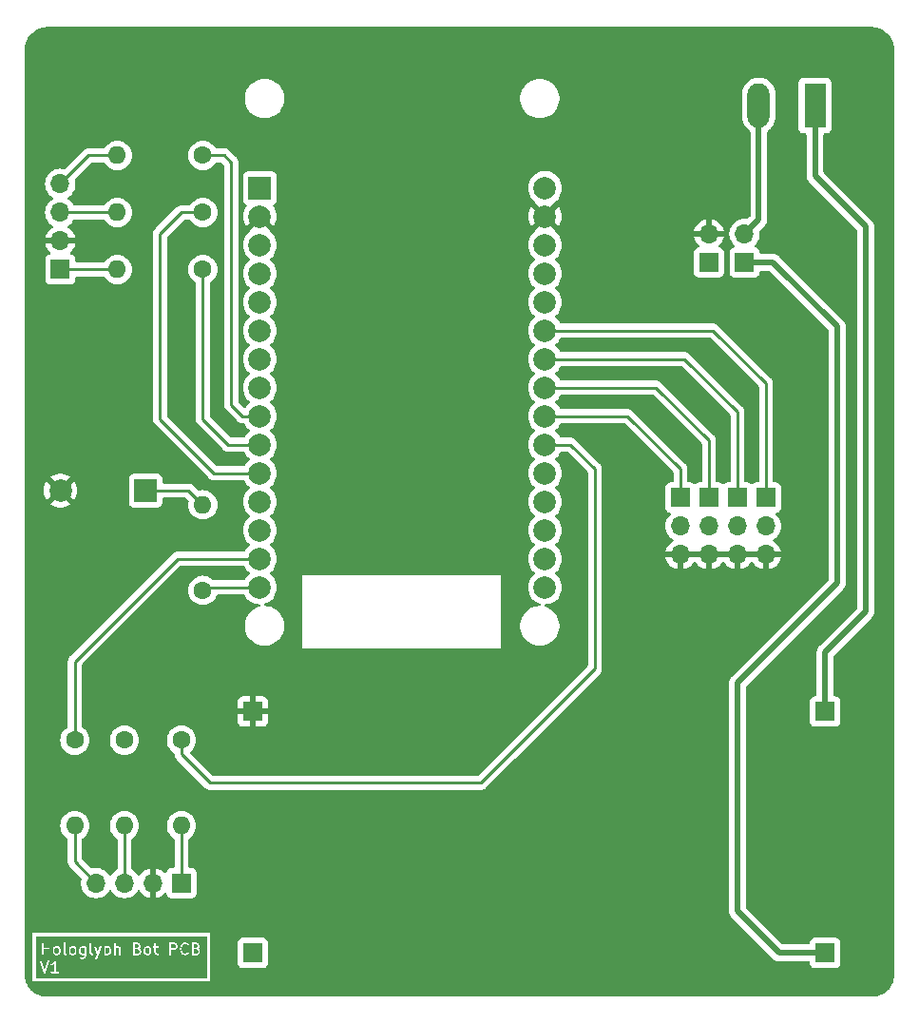
<source format=gbr>
%TF.GenerationSoftware,KiCad,Pcbnew,7.0.1*%
%TF.CreationDate,2023-12-09T17:11:34+05:30*%
%TF.ProjectId,hologlyph bot circuit,686f6c6f-676c-4797-9068-20626f742063,rev?*%
%TF.SameCoordinates,Original*%
%TF.FileFunction,Copper,L1,Top*%
%TF.FilePolarity,Positive*%
%FSLAX46Y46*%
G04 Gerber Fmt 4.6, Leading zero omitted, Abs format (unit mm)*
G04 Created by KiCad (PCBNEW 7.0.1) date 2023-12-09 17:11:34*
%MOMM*%
%LPD*%
G01*
G04 APERTURE LIST*
%ADD10C,0.150000*%
%TA.AperFunction,ComponentPad*%
%ADD11R,1.700000X1.700000*%
%TD*%
%TA.AperFunction,ComponentPad*%
%ADD12O,1.700000X1.700000*%
%TD*%
%TA.AperFunction,ComponentPad*%
%ADD13C,1.600000*%
%TD*%
%TA.AperFunction,ComponentPad*%
%ADD14O,1.600000X1.600000*%
%TD*%
%TA.AperFunction,ComponentPad*%
%ADD15R,2.000000X2.000000*%
%TD*%
%TA.AperFunction,ComponentPad*%
%ADD16C,2.000000*%
%TD*%
%TA.AperFunction,ComponentPad*%
%ADD17R,1.980000X3.960000*%
%TD*%
%TA.AperFunction,ComponentPad*%
%ADD18O,1.980000X3.960000*%
%TD*%
%TA.AperFunction,Conductor*%
%ADD19C,0.250000*%
%TD*%
%TA.AperFunction,Conductor*%
%ADD20C,0.500000*%
%TD*%
G04 APERTURE END LIST*
D10*
G36*
X91680052Y-121372271D02*
G01*
X91680052Y-121850995D01*
X91642109Y-121869966D01*
X91487044Y-121869966D01*
X91418526Y-121835707D01*
X91388118Y-121805298D01*
X91353862Y-121736784D01*
X91353862Y-121486481D01*
X91388121Y-121417963D01*
X91418526Y-121387557D01*
X91487042Y-121353299D01*
X91642108Y-121353299D01*
X91680052Y-121372271D01*
G37*
G36*
X93853484Y-121387558D02*
G01*
X93883889Y-121417963D01*
X93918148Y-121486479D01*
X93918148Y-121736783D01*
X93883889Y-121805300D01*
X93853481Y-121835708D01*
X93784967Y-121869966D01*
X93629902Y-121869966D01*
X93591958Y-121850994D01*
X93591958Y-121372271D01*
X93629900Y-121353299D01*
X93784966Y-121353299D01*
X93853484Y-121387558D01*
G37*
G36*
X97424913Y-121387558D02*
G01*
X97455318Y-121417963D01*
X97489577Y-121486479D01*
X97489577Y-121736783D01*
X97455318Y-121805300D01*
X97424910Y-121835708D01*
X97356396Y-121869966D01*
X97248950Y-121869966D01*
X97180432Y-121835707D01*
X97150024Y-121805298D01*
X97115768Y-121736784D01*
X97115768Y-121486481D01*
X97150027Y-121417963D01*
X97180432Y-121387557D01*
X97248948Y-121353299D01*
X97356395Y-121353299D01*
X97424913Y-121387558D01*
G37*
G36*
X90758245Y-121387558D02*
G01*
X90788650Y-121417963D01*
X90822909Y-121486479D01*
X90822909Y-121736783D01*
X90788650Y-121805300D01*
X90758242Y-121835708D01*
X90689728Y-121869966D01*
X90582282Y-121869966D01*
X90513764Y-121835707D01*
X90483356Y-121805298D01*
X90449100Y-121736784D01*
X90449100Y-121486481D01*
X90483359Y-121417963D01*
X90513764Y-121387557D01*
X90582280Y-121353299D01*
X90689727Y-121353299D01*
X90758245Y-121387558D01*
G37*
G36*
X89329673Y-121387558D02*
G01*
X89360078Y-121417963D01*
X89394337Y-121486479D01*
X89394337Y-121736783D01*
X89360078Y-121805300D01*
X89329670Y-121835708D01*
X89261156Y-121869966D01*
X89153710Y-121869966D01*
X89085192Y-121835707D01*
X89054784Y-121805298D01*
X89020528Y-121736784D01*
X89020528Y-121486481D01*
X89054787Y-121417963D01*
X89085192Y-121387557D01*
X89153708Y-121353299D01*
X89261155Y-121353299D01*
X89329673Y-121387558D01*
G37*
G36*
X101762159Y-121534327D02*
G01*
X101788652Y-121560820D01*
X101822911Y-121629336D01*
X101822911Y-121736783D01*
X101788652Y-121805300D01*
X101758244Y-121835708D01*
X101689730Y-121869966D01*
X101401483Y-121869966D01*
X101401483Y-121496156D01*
X101647646Y-121496156D01*
X101762159Y-121534327D01*
G37*
G36*
X101710628Y-121054225D02*
G01*
X101741033Y-121084630D01*
X101775292Y-121153146D01*
X101775292Y-121212974D01*
X101741033Y-121281491D01*
X101710626Y-121311898D01*
X101643395Y-121345513D01*
X101640519Y-121345410D01*
X101639260Y-121346156D01*
X101401483Y-121346156D01*
X101401483Y-121019966D01*
X101642110Y-121019966D01*
X101710628Y-121054225D01*
G37*
G36*
X99758247Y-121054225D02*
G01*
X99788652Y-121084630D01*
X99822911Y-121153146D01*
X99822911Y-121260593D01*
X99788652Y-121329110D01*
X99758245Y-121359517D01*
X99689730Y-121393775D01*
X99401483Y-121393775D01*
X99401483Y-121019966D01*
X99689729Y-121019966D01*
X99758247Y-121054225D01*
G37*
G36*
X96524063Y-121534327D02*
G01*
X96550556Y-121560820D01*
X96584815Y-121629336D01*
X96584815Y-121736783D01*
X96550556Y-121805300D01*
X96520148Y-121835708D01*
X96451634Y-121869966D01*
X96163387Y-121869966D01*
X96163387Y-121496156D01*
X96409550Y-121496156D01*
X96524063Y-121534327D01*
G37*
G36*
X96472532Y-121054225D02*
G01*
X96502937Y-121084630D01*
X96537196Y-121153146D01*
X96537196Y-121212974D01*
X96502937Y-121281491D01*
X96472530Y-121311898D01*
X96405299Y-121345513D01*
X96402423Y-121345410D01*
X96401164Y-121346156D01*
X96163387Y-121346156D01*
X96163387Y-121019966D01*
X96404014Y-121019966D01*
X96472532Y-121054225D01*
G37*
G36*
X102631245Y-124055204D02*
G01*
X87339576Y-124055204D01*
X87339576Y-122567791D01*
X87724556Y-122567791D01*
X88060563Y-123575815D01*
X88060258Y-123584263D01*
X88067390Y-123596296D01*
X88068262Y-123598911D01*
X88072870Y-123605542D01*
X88082715Y-123622151D01*
X88085321Y-123623457D01*
X88086985Y-123625851D01*
X88104827Y-123633231D01*
X88122091Y-123641883D01*
X88124990Y-123641572D01*
X88127684Y-123642687D01*
X88146671Y-123639252D01*
X88165884Y-123637196D01*
X88168157Y-123635365D01*
X88171024Y-123634847D01*
X88185142Y-123621690D01*
X88200191Y-123609575D01*
X88201113Y-123606808D01*
X88203246Y-123604821D01*
X88208012Y-123586110D01*
X88452238Y-122853435D01*
X88676935Y-122853435D01*
X88690825Y-122895231D01*
X88725107Y-122922883D01*
X88768896Y-122927611D01*
X88875419Y-122874348D01*
X88887751Y-122871666D01*
X88902378Y-122857038D01*
X88917496Y-122842977D01*
X88917858Y-122841558D01*
X88965766Y-122793651D01*
X88965766Y-123489966D01*
X88744270Y-123489966D01*
X88712792Y-123499209D01*
X88683950Y-123532495D01*
X88677682Y-123576090D01*
X88695978Y-123616154D01*
X88733030Y-123639966D01*
X89035406Y-123639966D01*
X89051890Y-123642336D01*
X89057080Y-123639966D01*
X89337262Y-123639966D01*
X89368740Y-123630723D01*
X89397582Y-123597437D01*
X89403850Y-123553842D01*
X89385554Y-123513778D01*
X89348502Y-123489966D01*
X89115766Y-123489966D01*
X89115766Y-122576392D01*
X89118921Y-122566279D01*
X89115766Y-122554826D01*
X89115766Y-122554184D01*
X89112907Y-122544449D01*
X89107224Y-122523817D01*
X89106715Y-122523361D01*
X89106523Y-122522706D01*
X89090363Y-122508704D01*
X89074428Y-122494420D01*
X89073753Y-122494311D01*
X89073237Y-122493864D01*
X89052089Y-122490823D01*
X89030944Y-122487419D01*
X89030316Y-122487692D01*
X89029642Y-122487596D01*
X89010208Y-122496470D01*
X88990578Y-122505040D01*
X88990199Y-122505608D01*
X88989578Y-122505892D01*
X88978012Y-122523888D01*
X88887243Y-122660041D01*
X88805862Y-122741422D01*
X88711867Y-122788420D01*
X88687846Y-122810764D01*
X88676935Y-122853435D01*
X88452238Y-122853435D01*
X88543898Y-122578455D01*
X88545083Y-122545669D01*
X88522626Y-122507781D01*
X88483250Y-122488049D01*
X88439456Y-122492737D01*
X88405150Y-122520357D01*
X88136004Y-123327794D01*
X87870413Y-122531020D01*
X87851690Y-122504080D01*
X87810991Y-122487244D01*
X87767651Y-122495084D01*
X87735429Y-122525111D01*
X87724556Y-122567791D01*
X87339576Y-122567791D01*
X87339576Y-121432280D01*
X87868158Y-121432280D01*
X87870528Y-121437470D01*
X87870528Y-121955748D01*
X87879771Y-121987226D01*
X87913057Y-122016068D01*
X87956652Y-122022336D01*
X87996716Y-122004040D01*
X88020528Y-121966988D01*
X88020528Y-121496156D01*
X88441956Y-121496156D01*
X88441956Y-121955748D01*
X88451199Y-121987226D01*
X88484485Y-122016068D01*
X88528080Y-122022336D01*
X88568144Y-122004040D01*
X88591956Y-121966988D01*
X88591956Y-121477166D01*
X88867814Y-121477166D01*
X88870528Y-121483710D01*
X88870528Y-121750449D01*
X88868597Y-121768333D01*
X88875453Y-121782046D01*
X88879771Y-121796749D01*
X88885124Y-121801387D01*
X88921859Y-121874856D01*
X88924542Y-121887187D01*
X88939161Y-121901807D01*
X88953231Y-121916933D01*
X88954649Y-121917295D01*
X88981083Y-121943730D01*
X88987528Y-121954581D01*
X89006039Y-121963836D01*
X89024150Y-121973726D01*
X89025609Y-121973621D01*
X89098855Y-122010244D01*
X89113982Y-122019966D01*
X89129312Y-122019966D01*
X89144395Y-122022680D01*
X89150939Y-122019966D01*
X89274821Y-122019966D01*
X89292705Y-122021897D01*
X89306418Y-122015040D01*
X89321121Y-122010723D01*
X89325759Y-122005369D01*
X89399227Y-121968634D01*
X89411561Y-121965952D01*
X89426192Y-121951319D01*
X89441305Y-121937263D01*
X89441667Y-121935843D01*
X89468101Y-121909409D01*
X89478952Y-121902965D01*
X89488208Y-121884451D01*
X89498098Y-121866341D01*
X89497993Y-121864881D01*
X89522458Y-121815952D01*
X89820978Y-121815952D01*
X89827834Y-121829665D01*
X89832152Y-121844368D01*
X89837505Y-121849006D01*
X89869901Y-121913798D01*
X89869799Y-121916712D01*
X89879660Y-121933316D01*
X89883268Y-121940531D01*
X89885142Y-121942545D01*
X89892290Y-121954581D01*
X89899854Y-121958363D01*
X89905612Y-121964553D01*
X89919165Y-121968018D01*
X90016868Y-122016870D01*
X90049157Y-122022680D01*
X90089840Y-122005807D01*
X90114942Y-121969617D01*
X90116495Y-121925601D01*
X90094004Y-121887732D01*
X90001430Y-121841445D01*
X89972909Y-121784404D01*
X89972909Y-121477166D01*
X90296386Y-121477166D01*
X90299100Y-121483710D01*
X90299100Y-121750449D01*
X90297169Y-121768333D01*
X90304025Y-121782046D01*
X90308343Y-121796749D01*
X90313696Y-121801387D01*
X90350431Y-121874856D01*
X90353114Y-121887187D01*
X90367733Y-121901807D01*
X90381803Y-121916933D01*
X90383221Y-121917295D01*
X90409655Y-121943730D01*
X90416100Y-121954581D01*
X90434611Y-121963836D01*
X90452722Y-121973726D01*
X90454181Y-121973621D01*
X90527427Y-122010244D01*
X90542554Y-122019966D01*
X90557884Y-122019966D01*
X90572967Y-122022680D01*
X90579511Y-122019966D01*
X90703393Y-122019966D01*
X90721277Y-122021897D01*
X90734990Y-122015040D01*
X90749693Y-122010723D01*
X90754331Y-122005369D01*
X90827799Y-121968634D01*
X90840133Y-121965952D01*
X90854764Y-121951319D01*
X90869877Y-121937263D01*
X90870239Y-121935843D01*
X90896673Y-121909409D01*
X90907524Y-121902965D01*
X90916780Y-121884451D01*
X90926670Y-121866341D01*
X90926565Y-121864881D01*
X90963187Y-121791637D01*
X90972909Y-121776511D01*
X90972909Y-121761181D01*
X90975623Y-121746098D01*
X90972909Y-121739554D01*
X90972909Y-121477166D01*
X91201148Y-121477166D01*
X91203862Y-121483710D01*
X91203862Y-121750449D01*
X91201931Y-121768333D01*
X91208787Y-121782046D01*
X91213105Y-121796749D01*
X91218458Y-121801387D01*
X91255193Y-121874856D01*
X91257876Y-121887187D01*
X91272495Y-121901807D01*
X91286565Y-121916933D01*
X91287983Y-121917295D01*
X91314417Y-121943730D01*
X91320862Y-121954581D01*
X91339373Y-121963836D01*
X91357484Y-121973726D01*
X91358943Y-121973621D01*
X91432189Y-122010244D01*
X91447316Y-122019966D01*
X91462646Y-122019966D01*
X91477729Y-122022680D01*
X91484273Y-122019966D01*
X91655774Y-122019966D01*
X91673658Y-122021897D01*
X91680052Y-122018700D01*
X91680052Y-122070117D01*
X91645793Y-122138634D01*
X91615386Y-122169041D01*
X91546871Y-122203299D01*
X91439425Y-122203299D01*
X91350378Y-122158776D01*
X91318090Y-122152966D01*
X91277407Y-122169839D01*
X91252304Y-122206029D01*
X91250752Y-122250045D01*
X91273243Y-122287914D01*
X91384570Y-122343577D01*
X91399697Y-122353299D01*
X91415027Y-122353299D01*
X91430110Y-122356013D01*
X91436654Y-122353299D01*
X91560536Y-122353299D01*
X91578420Y-122355230D01*
X91592133Y-122348373D01*
X91606836Y-122344056D01*
X91611474Y-122338702D01*
X91684943Y-122301967D01*
X91697275Y-122299285D01*
X91711902Y-122284657D01*
X91715776Y-122281054D01*
X92581698Y-122281054D01*
X92595588Y-122322850D01*
X92629870Y-122350502D01*
X92673659Y-122355230D01*
X92780182Y-122301967D01*
X92792514Y-122299285D01*
X92807141Y-122284657D01*
X92822259Y-122270596D01*
X92822621Y-122269177D01*
X92851285Y-122240513D01*
X92864129Y-122231362D01*
X92870646Y-122215068D01*
X92879051Y-122199676D01*
X92878710Y-122194909D01*
X92959931Y-121991856D01*
X92961134Y-121990930D01*
X92962682Y-121986592D01*
X92965985Y-121983382D01*
X92969671Y-121967506D01*
X92971550Y-121962810D01*
X92971685Y-121961385D01*
X93197654Y-121328673D01*
X93438841Y-121328673D01*
X93441958Y-121338052D01*
X93441958Y-121896037D01*
X93441229Y-121916712D01*
X93441958Y-121917939D01*
X93441958Y-122289081D01*
X93451201Y-122320559D01*
X93484487Y-122349401D01*
X93528082Y-122355669D01*
X93568146Y-122337373D01*
X93591958Y-122300321D01*
X93591958Y-122019966D01*
X93605504Y-122019966D01*
X93620587Y-122022680D01*
X93627131Y-122019966D01*
X93798632Y-122019966D01*
X93816516Y-122021897D01*
X93830229Y-122015040D01*
X93844932Y-122010723D01*
X93849570Y-122005369D01*
X93923038Y-121968634D01*
X93935372Y-121965952D01*
X93950003Y-121951319D01*
X93965116Y-121937263D01*
X93965478Y-121935843D01*
X93991912Y-121909409D01*
X94002763Y-121902965D01*
X94012019Y-121884451D01*
X94021909Y-121866341D01*
X94021804Y-121864881D01*
X94058426Y-121791637D01*
X94068148Y-121776511D01*
X94068148Y-121761181D01*
X94070862Y-121746098D01*
X94068148Y-121739554D01*
X94068148Y-121472806D01*
X94070078Y-121454931D01*
X94063223Y-121441221D01*
X94058905Y-121426515D01*
X94053550Y-121421875D01*
X94021074Y-121356922D01*
X94345340Y-121356922D01*
X94346720Y-121376211D01*
X94346720Y-121955748D01*
X94355963Y-121987226D01*
X94389249Y-122016068D01*
X94432844Y-122022336D01*
X94472908Y-122004040D01*
X94496720Y-121966988D01*
X94496720Y-121404603D01*
X94513765Y-121387557D01*
X94582281Y-121353299D01*
X94689728Y-121353299D01*
X94746770Y-121381820D01*
X94775291Y-121438860D01*
X94775291Y-121955748D01*
X94784534Y-121987226D01*
X94817820Y-122016068D01*
X94861415Y-122022336D01*
X94901479Y-122004040D01*
X94925291Y-121966988D01*
X94925291Y-121956090D01*
X96011017Y-121956090D01*
X96017936Y-121971242D01*
X96022630Y-121987226D01*
X96026942Y-121990962D01*
X96029313Y-121996154D01*
X96043329Y-122005161D01*
X96055916Y-122016068D01*
X96061562Y-122016879D01*
X96066365Y-122019966D01*
X96083027Y-122019966D01*
X96099511Y-122022336D01*
X96104701Y-122019966D01*
X96465299Y-122019966D01*
X96483183Y-122021897D01*
X96496896Y-122015040D01*
X96511599Y-122010723D01*
X96516237Y-122005369D01*
X96589705Y-121968634D01*
X96602039Y-121965952D01*
X96616670Y-121951319D01*
X96631783Y-121937263D01*
X96632145Y-121935843D01*
X96658579Y-121909409D01*
X96669430Y-121902965D01*
X96678686Y-121884451D01*
X96688576Y-121866341D01*
X96688471Y-121864881D01*
X96725093Y-121791637D01*
X96734815Y-121776511D01*
X96734815Y-121761181D01*
X96737529Y-121746098D01*
X96734815Y-121739554D01*
X96734815Y-121615663D01*
X96736745Y-121597788D01*
X96729890Y-121584078D01*
X96725572Y-121569372D01*
X96720217Y-121564732D01*
X96683483Y-121491263D01*
X96680801Y-121478933D01*
X96679034Y-121477166D01*
X96963054Y-121477166D01*
X96965768Y-121483710D01*
X96965768Y-121750449D01*
X96963837Y-121768333D01*
X96970693Y-121782046D01*
X96975011Y-121796749D01*
X96980364Y-121801387D01*
X97017099Y-121874856D01*
X97019782Y-121887187D01*
X97034401Y-121901807D01*
X97048471Y-121916933D01*
X97049889Y-121917295D01*
X97076323Y-121943730D01*
X97082768Y-121954581D01*
X97101279Y-121963836D01*
X97119390Y-121973726D01*
X97120849Y-121973621D01*
X97194095Y-122010244D01*
X97209222Y-122019966D01*
X97224552Y-122019966D01*
X97239635Y-122022680D01*
X97246179Y-122019966D01*
X97370061Y-122019966D01*
X97387945Y-122021897D01*
X97401658Y-122015040D01*
X97416361Y-122010723D01*
X97420999Y-122005369D01*
X97494467Y-121968634D01*
X97506801Y-121965952D01*
X97521432Y-121951319D01*
X97536545Y-121937263D01*
X97536907Y-121935843D01*
X97563341Y-121909409D01*
X97574192Y-121902965D01*
X97583448Y-121884451D01*
X97593338Y-121866341D01*
X97593233Y-121864881D01*
X97629855Y-121791637D01*
X97639577Y-121776511D01*
X97639577Y-121761181D01*
X97642291Y-121746098D01*
X97639577Y-121739554D01*
X97639577Y-121472806D01*
X97641507Y-121454931D01*
X97634652Y-121441221D01*
X97630334Y-121426515D01*
X97624979Y-121421875D01*
X97588245Y-121348406D01*
X97585563Y-121336076D01*
X97570943Y-121321456D01*
X97556874Y-121306331D01*
X97555455Y-121305968D01*
X97538910Y-121289423D01*
X97772922Y-121289423D01*
X97791218Y-121329487D01*
X97828270Y-121353299D01*
X97918149Y-121353299D01*
X97918149Y-121798067D01*
X97916218Y-121815952D01*
X97923074Y-121829665D01*
X97927392Y-121844368D01*
X97932745Y-121849006D01*
X97965141Y-121913798D01*
X97965039Y-121916712D01*
X97974900Y-121933316D01*
X97978508Y-121940531D01*
X97980382Y-121942545D01*
X97987530Y-121954581D01*
X97995094Y-121958363D01*
X98000852Y-121964553D01*
X98014405Y-121968018D01*
X98098857Y-122010244D01*
X98113984Y-122019966D01*
X98129314Y-122019966D01*
X98144397Y-122022680D01*
X98150941Y-122019966D01*
X98242026Y-122019966D01*
X98273504Y-122010723D01*
X98302346Y-121977437D01*
X98308614Y-121933842D01*
X98290318Y-121893778D01*
X98253266Y-121869966D01*
X98153712Y-121869966D01*
X98096670Y-121841445D01*
X98068149Y-121784404D01*
X98068149Y-121479899D01*
X99249113Y-121479899D01*
X99251483Y-121485089D01*
X99251483Y-121955748D01*
X99260726Y-121987226D01*
X99294012Y-122016068D01*
X99337607Y-122022336D01*
X99377671Y-122004040D01*
X99401483Y-121966988D01*
X99401483Y-121543775D01*
X99703395Y-121543775D01*
X99721279Y-121545706D01*
X99734992Y-121538849D01*
X99749695Y-121534532D01*
X99754333Y-121529178D01*
X99786249Y-121513220D01*
X100200762Y-121513220D01*
X100203864Y-121525628D01*
X100203864Y-121527176D01*
X100206468Y-121536045D01*
X100250482Y-121712100D01*
X100249552Y-121720714D01*
X100255718Y-121733047D01*
X100256337Y-121735520D01*
X100260519Y-121742647D01*
X100302814Y-121827237D01*
X100305497Y-121839569D01*
X100320126Y-121854198D01*
X100334186Y-121869314D01*
X100335604Y-121869676D01*
X100413452Y-121947525D01*
X100424731Y-121961534D01*
X100439272Y-121966381D01*
X100452725Y-121973727D01*
X100459793Y-121973221D01*
X100579560Y-122013144D01*
X100590175Y-122019966D01*
X100610854Y-122019966D01*
X100631494Y-122020712D01*
X100632753Y-122019966D01*
X100698033Y-122019966D01*
X100710260Y-122023081D01*
X100729872Y-122016543D01*
X100749695Y-122010723D01*
X100750653Y-122009616D01*
X100870177Y-121969775D01*
X100887754Y-121965952D01*
X100897614Y-121956090D01*
X101249113Y-121956090D01*
X101256032Y-121971242D01*
X101260726Y-121987226D01*
X101265038Y-121990962D01*
X101267409Y-121996154D01*
X101281425Y-122005161D01*
X101294012Y-122016068D01*
X101299658Y-122016879D01*
X101304461Y-122019966D01*
X101321123Y-122019966D01*
X101337607Y-122022336D01*
X101342797Y-122019966D01*
X101703395Y-122019966D01*
X101721279Y-122021897D01*
X101734992Y-122015040D01*
X101749695Y-122010723D01*
X101754333Y-122005369D01*
X101827801Y-121968634D01*
X101840135Y-121965952D01*
X101854766Y-121951319D01*
X101869879Y-121937263D01*
X101870241Y-121935843D01*
X101896675Y-121909409D01*
X101907526Y-121902965D01*
X101916782Y-121884451D01*
X101926672Y-121866341D01*
X101926567Y-121864881D01*
X101963189Y-121791637D01*
X101972911Y-121776511D01*
X101972911Y-121761181D01*
X101975625Y-121746098D01*
X101972911Y-121739554D01*
X101972911Y-121615663D01*
X101974841Y-121597788D01*
X101967986Y-121584078D01*
X101963668Y-121569372D01*
X101958313Y-121564732D01*
X101921579Y-121491263D01*
X101918897Y-121478933D01*
X101904277Y-121464313D01*
X101890208Y-121449188D01*
X101888789Y-121448825D01*
X101858559Y-121418595D01*
X101847282Y-121404588D01*
X101834372Y-121400284D01*
X101849057Y-121385599D01*
X101859907Y-121379156D01*
X101869161Y-121360646D01*
X101879052Y-121342533D01*
X101878947Y-121341074D01*
X101915570Y-121267828D01*
X101925292Y-121252702D01*
X101925292Y-121237372D01*
X101928006Y-121222289D01*
X101925292Y-121215745D01*
X101925292Y-121139473D01*
X101927222Y-121121598D01*
X101920367Y-121107888D01*
X101916049Y-121093182D01*
X101910694Y-121088542D01*
X101873960Y-121015073D01*
X101871278Y-121002743D01*
X101856658Y-120988123D01*
X101842589Y-120972998D01*
X101841170Y-120972635D01*
X101814735Y-120946200D01*
X101808292Y-120935351D01*
X101789791Y-120926100D01*
X101771669Y-120916205D01*
X101770208Y-120916309D01*
X101696967Y-120879689D01*
X101681838Y-120869966D01*
X101666508Y-120869966D01*
X101651425Y-120867252D01*
X101644881Y-120869966D01*
X101331843Y-120869966D01*
X101315359Y-120867596D01*
X101300206Y-120874515D01*
X101284223Y-120879209D01*
X101280486Y-120883521D01*
X101275295Y-120885892D01*
X101266287Y-120899908D01*
X101255381Y-120912495D01*
X101254569Y-120918141D01*
X101251483Y-120922944D01*
X101251483Y-120939606D01*
X101249113Y-120956090D01*
X101251483Y-120961280D01*
X101251483Y-121415796D01*
X101249113Y-121432280D01*
X101251483Y-121437470D01*
X101251483Y-121939606D01*
X101249113Y-121956090D01*
X100897614Y-121956090D01*
X100898595Y-121955109D01*
X100911177Y-121946366D01*
X100913884Y-121939820D01*
X100958568Y-121895135D01*
X100974291Y-121866341D01*
X100971148Y-121822410D01*
X100944753Y-121787152D01*
X100903486Y-121771760D01*
X100860449Y-121781123D01*
X100809778Y-121831794D01*
X100695263Y-121869966D01*
X100624367Y-121869966D01*
X100509852Y-121831794D01*
X100435740Y-121757680D01*
X100397247Y-121680694D01*
X100353864Y-121507160D01*
X100353864Y-121382772D01*
X100397247Y-121209238D01*
X100435742Y-121132249D01*
X100509853Y-121058137D01*
X100624368Y-121019966D01*
X100695265Y-121019966D01*
X100809778Y-121058137D01*
X100852502Y-121100861D01*
X100881296Y-121116583D01*
X100925227Y-121113441D01*
X100960485Y-121087047D01*
X100975878Y-121045780D01*
X100966516Y-121002743D01*
X100906178Y-120942405D01*
X100894901Y-120928398D01*
X100880359Y-120923550D01*
X100866907Y-120916205D01*
X100859839Y-120916710D01*
X100740072Y-120876788D01*
X100729457Y-120869966D01*
X100708777Y-120869966D01*
X100688138Y-120869220D01*
X100686879Y-120869966D01*
X100621599Y-120869966D01*
X100609371Y-120866851D01*
X100589751Y-120873390D01*
X100569937Y-120879209D01*
X100568978Y-120880315D01*
X100449449Y-120920157D01*
X100431879Y-120923980D01*
X100421040Y-120934818D01*
X100408454Y-120943566D01*
X100405745Y-120950113D01*
X100327717Y-121028141D01*
X100316868Y-121034585D01*
X100307617Y-121053085D01*
X100297722Y-121071208D01*
X100297826Y-121072668D01*
X100265374Y-121137572D01*
X100259063Y-121143507D01*
X100255718Y-121156884D01*
X100254579Y-121159164D01*
X100253115Y-121167296D01*
X100209096Y-121343373D01*
X100203864Y-121351515D01*
X100203864Y-121364303D01*
X100203488Y-121365807D01*
X100203864Y-121375053D01*
X100203864Y-121504051D01*
X100200762Y-121513220D01*
X99786249Y-121513220D01*
X99827802Y-121492443D01*
X99840134Y-121489761D01*
X99854761Y-121475133D01*
X99869879Y-121461072D01*
X99870241Y-121459653D01*
X99896676Y-121433218D01*
X99907526Y-121426775D01*
X99916780Y-121408265D01*
X99926671Y-121390152D01*
X99926566Y-121388693D01*
X99963189Y-121315447D01*
X99972911Y-121300321D01*
X99972911Y-121284991D01*
X99975625Y-121269908D01*
X99972911Y-121263364D01*
X99972911Y-121139473D01*
X99974841Y-121121598D01*
X99967986Y-121107888D01*
X99963668Y-121093182D01*
X99958313Y-121088542D01*
X99921579Y-121015073D01*
X99918897Y-121002743D01*
X99904277Y-120988123D01*
X99890208Y-120972998D01*
X99888789Y-120972635D01*
X99862354Y-120946200D01*
X99855911Y-120935351D01*
X99837410Y-120926100D01*
X99819288Y-120916205D01*
X99817827Y-120916309D01*
X99744586Y-120879689D01*
X99729457Y-120869966D01*
X99714127Y-120869966D01*
X99699044Y-120867252D01*
X99692500Y-120869966D01*
X99331843Y-120869966D01*
X99315359Y-120867596D01*
X99300206Y-120874515D01*
X99284223Y-120879209D01*
X99280486Y-120883521D01*
X99275295Y-120885892D01*
X99266287Y-120899908D01*
X99255381Y-120912495D01*
X99254569Y-120918141D01*
X99251483Y-120922944D01*
X99251483Y-120939606D01*
X99249113Y-120956090D01*
X99251483Y-120961280D01*
X99251483Y-121463415D01*
X99249113Y-121479899D01*
X98068149Y-121479899D01*
X98068149Y-121353299D01*
X98242026Y-121353299D01*
X98273504Y-121344056D01*
X98302346Y-121310770D01*
X98308614Y-121267175D01*
X98290318Y-121227111D01*
X98253266Y-121203299D01*
X98068149Y-121203299D01*
X98068149Y-120934184D01*
X98058906Y-120902706D01*
X98025620Y-120873864D01*
X97982025Y-120867596D01*
X97941961Y-120885892D01*
X97918149Y-120922944D01*
X97918149Y-121203299D01*
X97839510Y-121203299D01*
X97808032Y-121212542D01*
X97779190Y-121245828D01*
X97772922Y-121289423D01*
X97538910Y-121289423D01*
X97529020Y-121279533D01*
X97522577Y-121268684D01*
X97504076Y-121259433D01*
X97485954Y-121249538D01*
X97484493Y-121249642D01*
X97411252Y-121213022D01*
X97396123Y-121203299D01*
X97380793Y-121203299D01*
X97365710Y-121200585D01*
X97359166Y-121203299D01*
X97235275Y-121203299D01*
X97217400Y-121201369D01*
X97203690Y-121208223D01*
X97188984Y-121212542D01*
X97184344Y-121217896D01*
X97110875Y-121254630D01*
X97098545Y-121257313D01*
X97083925Y-121271932D01*
X97068800Y-121286002D01*
X97068437Y-121287420D01*
X97042002Y-121313855D01*
X97031153Y-121320299D01*
X97021902Y-121338799D01*
X97012007Y-121356922D01*
X97012111Y-121358382D01*
X96975491Y-121431623D01*
X96965768Y-121446753D01*
X96965768Y-121462083D01*
X96963054Y-121477166D01*
X96679034Y-121477166D01*
X96666181Y-121464313D01*
X96652112Y-121449188D01*
X96650693Y-121448825D01*
X96620463Y-121418595D01*
X96609186Y-121404588D01*
X96596276Y-121400284D01*
X96610961Y-121385599D01*
X96621811Y-121379156D01*
X96631065Y-121360646D01*
X96640956Y-121342533D01*
X96640851Y-121341074D01*
X96677474Y-121267828D01*
X96687196Y-121252702D01*
X96687196Y-121237372D01*
X96689910Y-121222289D01*
X96687196Y-121215745D01*
X96687196Y-121139473D01*
X96689126Y-121121598D01*
X96682271Y-121107888D01*
X96677953Y-121093182D01*
X96672598Y-121088542D01*
X96635864Y-121015073D01*
X96633182Y-121002743D01*
X96618562Y-120988123D01*
X96604493Y-120972998D01*
X96603074Y-120972635D01*
X96576639Y-120946200D01*
X96570196Y-120935351D01*
X96551695Y-120926100D01*
X96533573Y-120916205D01*
X96532112Y-120916309D01*
X96458871Y-120879689D01*
X96443742Y-120869966D01*
X96428412Y-120869966D01*
X96413329Y-120867252D01*
X96406785Y-120869966D01*
X96093747Y-120869966D01*
X96077263Y-120867596D01*
X96062110Y-120874515D01*
X96046127Y-120879209D01*
X96042390Y-120883521D01*
X96037199Y-120885892D01*
X96028191Y-120899908D01*
X96017285Y-120912495D01*
X96016473Y-120918141D01*
X96013387Y-120922944D01*
X96013387Y-120939606D01*
X96011017Y-120956090D01*
X96013387Y-120961280D01*
X96013387Y-121415796D01*
X96011017Y-121432280D01*
X96013387Y-121437470D01*
X96013387Y-121939606D01*
X96011017Y-121956090D01*
X94925291Y-121956090D01*
X94925291Y-121425187D01*
X94927221Y-121407312D01*
X94920366Y-121393602D01*
X94916048Y-121378896D01*
X94910693Y-121374256D01*
X94878298Y-121309465D01*
X94878401Y-121306553D01*
X94868541Y-121289952D01*
X94864932Y-121282733D01*
X94863056Y-121280716D01*
X94855910Y-121268684D01*
X94848345Y-121264901D01*
X94842588Y-121258712D01*
X94829034Y-121255246D01*
X94744585Y-121213022D01*
X94729456Y-121203299D01*
X94714126Y-121203299D01*
X94699043Y-121200585D01*
X94692499Y-121203299D01*
X94568608Y-121203299D01*
X94550733Y-121201369D01*
X94537023Y-121208223D01*
X94522317Y-121212542D01*
X94517677Y-121217896D01*
X94496720Y-121228375D01*
X94496720Y-120934184D01*
X94487477Y-120902706D01*
X94454191Y-120873864D01*
X94410596Y-120867596D01*
X94370532Y-120885892D01*
X94346720Y-120922944D01*
X94346720Y-121354395D01*
X94345340Y-121356922D01*
X94021074Y-121356922D01*
X94016816Y-121348406D01*
X94014134Y-121336076D01*
X93999514Y-121321456D01*
X93985445Y-121306331D01*
X93984026Y-121305968D01*
X93957591Y-121279533D01*
X93951148Y-121268684D01*
X93932647Y-121259433D01*
X93914525Y-121249538D01*
X93913064Y-121249642D01*
X93839823Y-121213022D01*
X93824694Y-121203299D01*
X93809364Y-121203299D01*
X93794281Y-121200585D01*
X93787737Y-121203299D01*
X93616227Y-121203299D01*
X93598352Y-121201369D01*
X93584642Y-121208223D01*
X93569936Y-121212542D01*
X93565296Y-121217896D01*
X93563064Y-121219012D01*
X93549429Y-121207197D01*
X93505834Y-121200929D01*
X93465770Y-121219225D01*
X93441958Y-121256277D01*
X93441958Y-121316483D01*
X93438841Y-121328673D01*
X93197654Y-121328673D01*
X93210262Y-121293371D01*
X93212145Y-121260618D01*
X93190498Y-121222261D01*
X93151551Y-121201695D01*
X93107668Y-121205450D01*
X93072781Y-121232335D01*
X92897909Y-121721975D01*
X92726819Y-121242920D01*
X92707528Y-121216385D01*
X92666480Y-121200418D01*
X92623317Y-121209178D01*
X92591740Y-121239883D01*
X92581778Y-121282785D01*
X92817733Y-121943462D01*
X92738753Y-122140913D01*
X92710625Y-122169041D01*
X92616630Y-122216039D01*
X92592609Y-122238383D01*
X92581698Y-122281054D01*
X91715776Y-122281054D01*
X91727020Y-122270596D01*
X91727382Y-122269177D01*
X91753817Y-122242742D01*
X91764667Y-122236299D01*
X91773921Y-122217789D01*
X91783812Y-122199676D01*
X91783707Y-122198217D01*
X91820330Y-122124971D01*
X91830052Y-122109845D01*
X91830052Y-122094515D01*
X91832766Y-122079432D01*
X91830052Y-122072888D01*
X91830052Y-121906782D01*
X91833169Y-121894592D01*
X91830052Y-121885213D01*
X91830052Y-121815952D01*
X92154312Y-121815952D01*
X92161168Y-121829665D01*
X92165486Y-121844368D01*
X92170839Y-121849006D01*
X92203235Y-121913798D01*
X92203133Y-121916712D01*
X92212994Y-121933316D01*
X92216602Y-121940531D01*
X92218476Y-121942545D01*
X92225624Y-121954581D01*
X92233188Y-121958363D01*
X92238946Y-121964553D01*
X92252499Y-121968018D01*
X92350202Y-122016870D01*
X92382491Y-122022680D01*
X92423174Y-122005807D01*
X92448276Y-121969617D01*
X92449829Y-121925601D01*
X92427338Y-121887732D01*
X92334764Y-121841445D01*
X92306243Y-121784404D01*
X92306243Y-120934184D01*
X92297000Y-120902706D01*
X92263714Y-120873864D01*
X92220119Y-120867596D01*
X92180055Y-120885892D01*
X92156243Y-120922944D01*
X92156243Y-121798067D01*
X92154312Y-121815952D01*
X91830052Y-121815952D01*
X91830052Y-121327215D01*
X91830781Y-121306553D01*
X91830052Y-121305326D01*
X91830052Y-121267517D01*
X91820809Y-121236039D01*
X91787523Y-121207197D01*
X91743928Y-121200929D01*
X91706742Y-121217910D01*
X91696965Y-121213022D01*
X91681836Y-121203299D01*
X91666506Y-121203299D01*
X91651423Y-121200585D01*
X91644879Y-121203299D01*
X91473369Y-121203299D01*
X91455494Y-121201369D01*
X91441784Y-121208223D01*
X91427078Y-121212542D01*
X91422438Y-121217896D01*
X91348969Y-121254630D01*
X91336639Y-121257313D01*
X91322019Y-121271932D01*
X91306894Y-121286002D01*
X91306531Y-121287420D01*
X91280096Y-121313855D01*
X91269247Y-121320299D01*
X91259996Y-121338799D01*
X91250101Y-121356922D01*
X91250205Y-121358382D01*
X91213585Y-121431623D01*
X91203862Y-121446753D01*
X91203862Y-121462083D01*
X91201148Y-121477166D01*
X90972909Y-121477166D01*
X90972909Y-121472806D01*
X90974839Y-121454931D01*
X90967984Y-121441221D01*
X90963666Y-121426515D01*
X90958311Y-121421875D01*
X90921577Y-121348406D01*
X90918895Y-121336076D01*
X90904275Y-121321456D01*
X90890206Y-121306331D01*
X90888787Y-121305968D01*
X90862352Y-121279533D01*
X90855909Y-121268684D01*
X90837408Y-121259433D01*
X90819286Y-121249538D01*
X90817825Y-121249642D01*
X90744584Y-121213022D01*
X90729455Y-121203299D01*
X90714125Y-121203299D01*
X90699042Y-121200585D01*
X90692498Y-121203299D01*
X90568607Y-121203299D01*
X90550732Y-121201369D01*
X90537022Y-121208223D01*
X90522316Y-121212542D01*
X90517676Y-121217896D01*
X90444207Y-121254630D01*
X90431877Y-121257313D01*
X90417257Y-121271932D01*
X90402132Y-121286002D01*
X90401769Y-121287420D01*
X90375334Y-121313855D01*
X90364485Y-121320299D01*
X90355234Y-121338799D01*
X90345339Y-121356922D01*
X90345443Y-121358382D01*
X90308823Y-121431623D01*
X90299100Y-121446753D01*
X90299100Y-121462083D01*
X90296386Y-121477166D01*
X89972909Y-121477166D01*
X89972909Y-120934184D01*
X89963666Y-120902706D01*
X89930380Y-120873864D01*
X89886785Y-120867596D01*
X89846721Y-120885892D01*
X89822909Y-120922944D01*
X89822909Y-121798067D01*
X89820978Y-121815952D01*
X89522458Y-121815952D01*
X89534615Y-121791637D01*
X89544337Y-121776511D01*
X89544337Y-121761181D01*
X89547051Y-121746098D01*
X89544337Y-121739554D01*
X89544337Y-121472806D01*
X89546267Y-121454931D01*
X89539412Y-121441221D01*
X89535094Y-121426515D01*
X89529739Y-121421875D01*
X89493005Y-121348406D01*
X89490323Y-121336076D01*
X89475703Y-121321456D01*
X89461634Y-121306331D01*
X89460215Y-121305968D01*
X89433780Y-121279533D01*
X89427337Y-121268684D01*
X89408836Y-121259433D01*
X89390714Y-121249538D01*
X89389253Y-121249642D01*
X89316012Y-121213022D01*
X89300883Y-121203299D01*
X89285553Y-121203299D01*
X89270470Y-121200585D01*
X89263926Y-121203299D01*
X89140035Y-121203299D01*
X89122160Y-121201369D01*
X89108450Y-121208223D01*
X89093744Y-121212542D01*
X89089104Y-121217896D01*
X89015635Y-121254630D01*
X89003305Y-121257313D01*
X88988685Y-121271932D01*
X88973560Y-121286002D01*
X88973197Y-121287420D01*
X88946762Y-121313855D01*
X88935913Y-121320299D01*
X88926662Y-121338799D01*
X88916767Y-121356922D01*
X88916871Y-121358382D01*
X88880251Y-121431623D01*
X88870528Y-121446753D01*
X88870528Y-121462083D01*
X88867814Y-121477166D01*
X88591956Y-121477166D01*
X88591956Y-121426515D01*
X88594326Y-121410032D01*
X88591956Y-121404842D01*
X88591956Y-120934184D01*
X88582713Y-120902706D01*
X88549427Y-120873864D01*
X88505832Y-120867596D01*
X88465768Y-120885892D01*
X88441956Y-120922944D01*
X88441956Y-121346156D01*
X88020528Y-121346156D01*
X88020528Y-120934184D01*
X88011285Y-120902706D01*
X87977999Y-120873864D01*
X87934404Y-120867596D01*
X87894340Y-120885892D01*
X87870528Y-120922944D01*
X87870528Y-121415796D01*
X87868158Y-121432280D01*
X87339576Y-121432280D01*
X87339576Y-120324490D01*
X102631245Y-120324490D01*
X102631245Y-124055204D01*
G37*
D11*
%TO.P,J5,1,Pin_1*%
%TO.N,+12V*%
X157680000Y-121830000D03*
%TD*%
%TO.P,J4,1,Pin_1*%
%TO.N,/PWM Pen*%
X144780000Y-81280000D03*
D12*
%TO.P,J4,2,Pin_2*%
%TO.N,+5V*%
X144780000Y-83820000D03*
%TO.P,J4,3,Pin_3*%
%TO.N,GND*%
X144780000Y-86360000D03*
%TD*%
D11*
%TO.P,D1,1,BK*%
%TO.N,Net-(D1-BK)*%
X89535000Y-60960000D03*
D12*
%TO.P,D1,2,A*%
%TO.N,GND*%
X89535000Y-58420000D03*
%TO.P,D1,3,GK*%
%TO.N,Net-(D1-GK)*%
X89535000Y-55880000D03*
%TO.P,D1,4,RK*%
%TO.N,Net-(D1-RK)*%
X89535000Y-53340000D03*
%TD*%
D11*
%TO.P,J7,1,Pin_1*%
%TO.N,+5V*%
X106680000Y-121830000D03*
%TD*%
D13*
%TO.P,R1,1*%
%TO.N,/D1 Red*%
X102235000Y-50800000D03*
D14*
%TO.P,R1,2*%
%TO.N,Net-(D1-RK)*%
X94615000Y-50800000D03*
%TD*%
D11*
%TO.P,J10,1,Pin_1*%
%TO.N,+5V*%
X147320000Y-60325000D03*
D12*
%TO.P,J10,2,Pin_2*%
%TO.N,GND*%
X147320000Y-57785000D03*
%TD*%
D11*
%TO.P,J2,1,Pin_1*%
%TO.N,/PWM Wheel Right*%
X149860000Y-81280000D03*
D12*
%TO.P,J2,2,Pin_2*%
%TO.N,+5V*%
X149860000Y-83820000D03*
%TO.P,J2,3,Pin_3*%
%TO.N,GND*%
X149860000Y-86360000D03*
%TD*%
D13*
%TO.P,R2,1*%
%TO.N,/D1 Green*%
X102235000Y-55880000D03*
D14*
%TO.P,R2,2*%
%TO.N,Net-(D1-GK)*%
X94615000Y-55880000D03*
%TD*%
D13*
%TO.P,R6,1*%
%TO.N,/D2 Blue*%
X100330000Y-102870000D03*
D14*
%TO.P,R6,2*%
%TO.N,Net-(D2-BK)*%
X100330000Y-110490000D03*
%TD*%
D15*
%TO.P,BZ1,1,-*%
%TO.N,Net-(BZ1--)*%
X97145000Y-80645000D03*
D16*
%TO.P,BZ1,2,+*%
%TO.N,GND*%
X89545000Y-80645000D03*
%TD*%
D15*
%TO.P,U1,1,3V3*%
%TO.N,unconnected-(U1-3V3-Pad1)*%
X107315000Y-53700000D03*
D16*
%TO.P,U1,2,GND*%
%TO.N,GND*%
X107315000Y-56240000D03*
%TO.P,U1,3,D15*%
%TO.N,unconnected-(U1-D15-Pad3)*%
X107315000Y-58780000D03*
%TO.P,U1,4,D2*%
%TO.N,unconnected-(U1-D2-Pad4)*%
X107315000Y-61320000D03*
%TO.P,U1,5,D4*%
%TO.N,/D2 Green*%
X107315000Y-63860000D03*
%TO.P,U1,6,RX2*%
%TO.N,unconnected-(U1-RX2-Pad6)*%
X107315000Y-66400000D03*
%TO.P,U1,7,TX2*%
%TO.N,unconnected-(U1-TX2-Pad7)*%
X107315000Y-68940000D03*
%TO.P,U1,8,D5*%
%TO.N,unconnected-(U1-D5-Pad8)*%
X107315000Y-71480000D03*
%TO.P,U1,9,D18*%
%TO.N,/D1 Red*%
X107315000Y-74020000D03*
%TO.P,U1,10,D19*%
%TO.N,/D1 Blue*%
X107315000Y-76560000D03*
%TO.P,U1,11,D21*%
%TO.N,/D1 Green*%
X107315000Y-79100000D03*
%TO.P,U1,12,RX0*%
%TO.N,unconnected-(U1-RX0-Pad12)*%
X107315000Y-81640000D03*
%TO.P,U1,13,TX0*%
%TO.N,unconnected-(U1-TX0-Pad13)*%
X107315000Y-84180000D03*
%TO.P,U1,14,D22*%
%TO.N,/D2 Red*%
X107315000Y-86720000D03*
%TO.P,U1,15,D23*%
%TO.N,/Buzz+*%
X107315000Y-89260000D03*
%TO.P,U1,16,EN*%
%TO.N,unconnected-(U1-EN-Pad16)*%
X132715000Y-89260000D03*
%TO.P,U1,17,VP*%
%TO.N,unconnected-(U1-VP-Pad17)*%
X132715000Y-86720000D03*
%TO.P,U1,18,VN*%
%TO.N,unconnected-(U1-VN-Pad18)*%
X132715000Y-84180000D03*
%TO.P,U1,19,D34*%
%TO.N,unconnected-(U1-D34-Pad19)*%
X132715000Y-81640000D03*
%TO.P,U1,20,D35*%
%TO.N,unconnected-(U1-D35-Pad20)*%
X132715000Y-79100000D03*
%TO.P,U1,21,D32*%
%TO.N,/D2 Blue*%
X132715000Y-76560000D03*
%TO.P,U1,22,D33*%
%TO.N,/PWM Pen*%
X132715000Y-74020000D03*
%TO.P,U1,23,D25*%
%TO.N,/PWM Wheel Left*%
X132715000Y-71480000D03*
%TO.P,U1,24,D26*%
%TO.N,/PWM Wheel Right*%
X132715000Y-68940000D03*
%TO.P,U1,25,D27*%
%TO.N,/PWM Wheel Rear*%
X132715000Y-66400000D03*
%TO.P,U1,26,D14*%
%TO.N,unconnected-(U1-D14-Pad26)*%
X132715000Y-63860000D03*
%TO.P,U1,27,D12*%
%TO.N,unconnected-(U1-D12-Pad27)*%
X132715000Y-61320000D03*
%TO.P,U1,28,D13*%
%TO.N,unconnected-(U1-D13-Pad28)*%
X132715000Y-58780000D03*
%TO.P,U1,29,GND*%
%TO.N,GND*%
X132715000Y-56240000D03*
%TO.P,U1,30,VIN*%
%TO.N,+5V*%
X132715000Y-53700000D03*
%TD*%
D17*
%TO.P,J9,1,Pin_1*%
%TO.N,GNDPWR*%
X156765000Y-46355000D03*
D18*
%TO.P,J9,2,Pin_2*%
%TO.N,Net-(J9-Pin_2)*%
X151765000Y-46355000D03*
%TD*%
D13*
%TO.P,R5,1*%
%TO.N,/D2 Green*%
X95250000Y-102870000D03*
D14*
%TO.P,R5,2*%
%TO.N,Net-(D2-GK)*%
X95250000Y-110490000D03*
%TD*%
D13*
%TO.P,R4,1*%
%TO.N,/D2 Red*%
X90830000Y-102870000D03*
D14*
%TO.P,R4,2*%
%TO.N,Net-(D2-RK)*%
X90830000Y-110490000D03*
%TD*%
D11*
%TO.P,J8,1,Pin_1*%
%TO.N,GND*%
X106680000Y-100330000D03*
%TD*%
%TO.P,J6,1,Pin_1*%
%TO.N,GNDPWR*%
X157680000Y-100330000D03*
%TD*%
%TO.P,J1,1,Pin_1*%
%TO.N,/PWM Wheel Left*%
X147320000Y-81280000D03*
D12*
%TO.P,J1,2,Pin_2*%
%TO.N,+5V*%
X147320000Y-83820000D03*
%TO.P,J1,3,Pin_3*%
%TO.N,GND*%
X147320000Y-86360000D03*
%TD*%
D11*
%TO.P,J3,1,Pin_1*%
%TO.N,/PWM Wheel Rear*%
X152400000Y-81280000D03*
D12*
%TO.P,J3,2,Pin_2*%
%TO.N,+5V*%
X152400000Y-83820000D03*
%TO.P,J3,3,Pin_3*%
%TO.N,GND*%
X152400000Y-86360000D03*
%TD*%
D13*
%TO.P,R3,1*%
%TO.N,/D1 Blue*%
X102235000Y-60960000D03*
D14*
%TO.P,R3,2*%
%TO.N,Net-(D1-BK)*%
X94615000Y-60960000D03*
%TD*%
D13*
%TO.P,R7,1*%
%TO.N,/Buzz+*%
X102235000Y-89535000D03*
D14*
%TO.P,R7,2*%
%TO.N,Net-(BZ1--)*%
X102235000Y-81915000D03*
%TD*%
D11*
%TO.P,SW1,1,A*%
%TO.N,+12V*%
X150495000Y-60325000D03*
D12*
%TO.P,SW1,2,B*%
%TO.N,Net-(J9-Pin_2)*%
X150495000Y-57785000D03*
%TD*%
D11*
%TO.P,D2,1,BK*%
%TO.N,Net-(D2-BK)*%
X100330000Y-115595000D03*
D12*
%TO.P,D2,2,A*%
%TO.N,GND*%
X97790000Y-115595000D03*
%TO.P,D2,3,GK*%
%TO.N,Net-(D2-GK)*%
X95250000Y-115595000D03*
%TO.P,D2,4,RK*%
%TO.N,Net-(D2-RK)*%
X92710000Y-115595000D03*
%TD*%
D19*
%TO.N,/PWM Pen*%
X144780000Y-78740000D02*
X144780000Y-81280000D01*
X140060000Y-74020000D02*
X144780000Y-78740000D01*
X132715000Y-74020000D02*
X140060000Y-74020000D01*
%TO.N,Net-(BZ1--)*%
X97145000Y-80645000D02*
X100965000Y-80645000D01*
X100965000Y-80645000D02*
X102235000Y-81915000D01*
%TO.N,Net-(D1-BK)*%
X94615000Y-60960000D02*
X89535000Y-60960000D01*
%TO.N,Net-(D1-GK)*%
X94615000Y-55880000D02*
X89535000Y-55880000D01*
%TO.N,Net-(D1-RK)*%
X92075000Y-50800000D02*
X89535000Y-53340000D01*
X94615000Y-50800000D02*
X92075000Y-50800000D01*
%TO.N,Net-(D2-BK)*%
X100330000Y-110490000D02*
X100330000Y-115595000D01*
%TO.N,Net-(D2-GK)*%
X95250000Y-110490000D02*
X95250000Y-115595000D01*
%TO.N,Net-(D2-RK)*%
X90830000Y-113715000D02*
X92710000Y-115595000D01*
X90830000Y-110490000D02*
X90830000Y-113715000D01*
%TO.N,/PWM Wheel Left*%
X147320000Y-76200000D02*
X147320000Y-81280000D01*
X132715000Y-71480000D02*
X142600000Y-71480000D01*
X142600000Y-71480000D02*
X147320000Y-76200000D01*
%TO.N,/PWM Wheel Right*%
X149860000Y-73660000D02*
X149860000Y-81280000D01*
X145140000Y-68940000D02*
X149860000Y-73660000D01*
X132715000Y-68940000D02*
X145140000Y-68940000D01*
%TO.N,/PWM Wheel Rear*%
X132715000Y-66400000D02*
X147680000Y-66400000D01*
X152400000Y-71120000D02*
X152400000Y-81280000D01*
X147680000Y-66400000D02*
X152400000Y-71120000D01*
D20*
%TO.N,+12V*%
X153580000Y-121830000D02*
X149860000Y-118110000D01*
X153035000Y-60325000D02*
X158750000Y-66040000D01*
X157680000Y-121830000D02*
X153580000Y-121830000D01*
X149860000Y-118110000D02*
X149860000Y-97790000D01*
X149860000Y-97790000D02*
X158750000Y-88900000D01*
X150495000Y-60325000D02*
X153035000Y-60325000D01*
X158750000Y-88900000D02*
X158750000Y-66040000D01*
%TO.N,Net-(J9-Pin_2)*%
X151765000Y-56515000D02*
X150495000Y-57785000D01*
X151765000Y-46355000D02*
X151765000Y-56515000D01*
D19*
%TO.N,/D1 Red*%
X104775000Y-53975000D02*
X104775000Y-73025000D01*
X105770000Y-74020000D02*
X107315000Y-74020000D01*
X104140000Y-50800000D02*
X102235000Y-50800000D01*
X104775000Y-53975000D02*
X104775000Y-51435000D01*
X104775000Y-51435000D02*
X104140000Y-50800000D01*
X104775000Y-73025000D02*
X105770000Y-74020000D01*
%TO.N,/D1 Green*%
X98425000Y-74295000D02*
X98425000Y-57785000D01*
X107315000Y-79100000D02*
X103230000Y-79100000D01*
X100330000Y-55880000D02*
X102235000Y-55880000D01*
X98425000Y-57785000D02*
X100330000Y-55880000D01*
X103230000Y-79100000D02*
X98425000Y-74295000D01*
%TO.N,/D1 Blue*%
X107315000Y-76560000D02*
X104500000Y-76560000D01*
X104500000Y-76560000D02*
X102235000Y-74295000D01*
X102235000Y-74295000D02*
X102235000Y-60960000D01*
%TO.N,/D2 Red*%
X99970000Y-86720000D02*
X107315000Y-86720000D01*
X90830000Y-102870000D02*
X90830000Y-95860000D01*
X90830000Y-95860000D02*
X99970000Y-86720000D01*
%TO.N,/D2 Blue*%
X100330000Y-102870000D02*
X100330000Y-104140000D01*
X100330000Y-104140000D02*
X102870000Y-106680000D01*
X132715000Y-76560000D02*
X134980000Y-76560000D01*
X137160000Y-78740000D02*
X137160000Y-96520000D01*
X129540000Y-104140000D02*
X137160000Y-96520000D01*
X134980000Y-76560000D02*
X137160000Y-78740000D01*
X127000000Y-106680000D02*
X129540000Y-104140000D01*
X102870000Y-106680000D02*
X127000000Y-106680000D01*
%TO.N,/Buzz+*%
X107315000Y-89260000D02*
X102510000Y-89260000D01*
X102510000Y-89260000D02*
X102235000Y-89535000D01*
D20*
%TO.N,GNDPWR*%
X157680000Y-95050000D02*
X161290000Y-91440000D01*
X156765000Y-46355000D02*
X156765000Y-52625000D01*
X157680000Y-100330000D02*
X157680000Y-95050000D01*
X161290000Y-57150000D02*
X161290000Y-91440000D01*
X156765000Y-52625000D02*
X161290000Y-57150000D01*
%TD*%
%TA.AperFunction,Conductor*%
%TO.N,GND*%
G36*
X147417001Y-67034939D02*
G01*
X147457229Y-67061819D01*
X151738181Y-71342772D01*
X151765061Y-71383000D01*
X151774500Y-71430453D01*
X151774500Y-79805501D01*
X151757887Y-79867501D01*
X151712500Y-79912888D01*
X151650500Y-79929501D01*
X151502128Y-79929501D01*
X151472322Y-79932705D01*
X151442515Y-79935909D01*
X151307667Y-79986204D01*
X151204310Y-80063577D01*
X151156358Y-80085476D01*
X151103642Y-80085476D01*
X151055690Y-80063577D01*
X150952333Y-79986205D01*
X150952331Y-79986204D01*
X150817483Y-79935909D01*
X150757873Y-79929500D01*
X150757869Y-79929500D01*
X150609500Y-79929500D01*
X150547500Y-79912887D01*
X150502113Y-79867500D01*
X150485500Y-79805500D01*
X150485500Y-73742744D01*
X150487764Y-73722237D01*
X150485561Y-73652127D01*
X150485500Y-73648232D01*
X150485500Y-73620653D01*
X150485180Y-73618123D01*
X150484996Y-73616665D01*
X150484080Y-73605019D01*
X150482709Y-73561373D01*
X150477120Y-73542140D01*
X150473174Y-73523082D01*
X150470664Y-73503206D01*
X150454588Y-73462604D01*
X150450804Y-73451553D01*
X150442368Y-73422519D01*
X150438618Y-73409610D01*
X150428414Y-73392355D01*
X150419861Y-73374895D01*
X150417446Y-73368796D01*
X150412486Y-73356268D01*
X150386808Y-73320925D01*
X150380401Y-73311171D01*
X150358169Y-73273579D01*
X150344006Y-73259416D01*
X150331367Y-73244617D01*
X150319595Y-73228413D01*
X150285941Y-73200573D01*
X150277299Y-73192709D01*
X145640802Y-68556211D01*
X145627906Y-68540113D01*
X145576775Y-68492098D01*
X145573978Y-68489387D01*
X145554470Y-68469879D01*
X145551290Y-68467412D01*
X145542424Y-68459839D01*
X145510582Y-68429938D01*
X145493024Y-68420285D01*
X145476764Y-68409604D01*
X145460936Y-68397327D01*
X145420851Y-68379980D01*
X145410361Y-68374841D01*
X145372091Y-68353802D01*
X145352691Y-68348821D01*
X145334284Y-68342519D01*
X145315897Y-68334562D01*
X145272758Y-68327729D01*
X145261324Y-68325361D01*
X145219019Y-68314500D01*
X145198984Y-68314500D01*
X145179586Y-68312973D01*
X145172162Y-68311797D01*
X145159805Y-68309840D01*
X145159804Y-68309840D01*
X145126751Y-68312964D01*
X145116325Y-68313950D01*
X145104656Y-68314500D01*
X134160150Y-68314500D01*
X134113488Y-68305385D01*
X134073685Y-68279381D01*
X134046594Y-68240310D01*
X134039174Y-68223395D01*
X134039173Y-68223393D01*
X133903164Y-68015215D01*
X133734744Y-67832262D01*
X133718437Y-67819570D01*
X133651992Y-67767853D01*
X133616754Y-67724460D01*
X133604154Y-67670000D01*
X133616754Y-67615540D01*
X133651992Y-67572147D01*
X133676256Y-67553260D01*
X133734744Y-67507738D01*
X133903164Y-67324785D01*
X134039173Y-67116607D01*
X134041851Y-67110500D01*
X134046594Y-67099690D01*
X134073685Y-67060619D01*
X134113488Y-67034615D01*
X134160150Y-67025500D01*
X147369548Y-67025500D01*
X147417001Y-67034939D01*
G37*
%TD.AperFunction*%
%TA.AperFunction,Conductor*%
G36*
X144877001Y-69574939D02*
G01*
X144917229Y-69601819D01*
X149198181Y-73882772D01*
X149225061Y-73923000D01*
X149234500Y-73970453D01*
X149234500Y-79805501D01*
X149217887Y-79867501D01*
X149172500Y-79912888D01*
X149110500Y-79929501D01*
X148962128Y-79929501D01*
X148932322Y-79932705D01*
X148902515Y-79935909D01*
X148767667Y-79986204D01*
X148664310Y-80063577D01*
X148616358Y-80085476D01*
X148563642Y-80085476D01*
X148515690Y-80063577D01*
X148412333Y-79986205D01*
X148412331Y-79986204D01*
X148277483Y-79935909D01*
X148217873Y-79929500D01*
X148217869Y-79929500D01*
X148069500Y-79929500D01*
X148007500Y-79912887D01*
X147962113Y-79867500D01*
X147945500Y-79805500D01*
X147945500Y-76282744D01*
X147947764Y-76262237D01*
X147945561Y-76192127D01*
X147945500Y-76188232D01*
X147945500Y-76160653D01*
X147945180Y-76158123D01*
X147944996Y-76156665D01*
X147944080Y-76145019D01*
X147942709Y-76101373D01*
X147937120Y-76082140D01*
X147933174Y-76063082D01*
X147930664Y-76043206D01*
X147914588Y-76002604D01*
X147910804Y-75991553D01*
X147902368Y-75962519D01*
X147898618Y-75949610D01*
X147888414Y-75932355D01*
X147879861Y-75914895D01*
X147872486Y-75896268D01*
X147846808Y-75860925D01*
X147840401Y-75851171D01*
X147818169Y-75813579D01*
X147804006Y-75799416D01*
X147791367Y-75784617D01*
X147779595Y-75768413D01*
X147745941Y-75740573D01*
X147737299Y-75732709D01*
X143100802Y-71096211D01*
X143087906Y-71080113D01*
X143036775Y-71032098D01*
X143033978Y-71029387D01*
X143014470Y-71009879D01*
X143011290Y-71007412D01*
X143002424Y-70999839D01*
X142970582Y-70969938D01*
X142953024Y-70960285D01*
X142936764Y-70949604D01*
X142920936Y-70937327D01*
X142880851Y-70919980D01*
X142870361Y-70914841D01*
X142832091Y-70893802D01*
X142812691Y-70888821D01*
X142794284Y-70882519D01*
X142775897Y-70874562D01*
X142732758Y-70867729D01*
X142721324Y-70865361D01*
X142679019Y-70854500D01*
X142658984Y-70854500D01*
X142639586Y-70852973D01*
X142632162Y-70851797D01*
X142619805Y-70849840D01*
X142619804Y-70849840D01*
X142593040Y-70852370D01*
X142576325Y-70853950D01*
X142564656Y-70854500D01*
X134160150Y-70854500D01*
X134113488Y-70845385D01*
X134073685Y-70819381D01*
X134046594Y-70780310D01*
X134039174Y-70763395D01*
X134019695Y-70733580D01*
X133903164Y-70555215D01*
X133734744Y-70372262D01*
X133718437Y-70359570D01*
X133651992Y-70307853D01*
X133616754Y-70264460D01*
X133604154Y-70210000D01*
X133616754Y-70155540D01*
X133651992Y-70112147D01*
X133676256Y-70093260D01*
X133734744Y-70047738D01*
X133903164Y-69864785D01*
X134039173Y-69656607D01*
X134041851Y-69650500D01*
X134046594Y-69639690D01*
X134073685Y-69600619D01*
X134113488Y-69574615D01*
X134160150Y-69565500D01*
X144829548Y-69565500D01*
X144877001Y-69574939D01*
G37*
%TD.AperFunction*%
%TA.AperFunction,Conductor*%
G36*
X142337001Y-72114939D02*
G01*
X142377229Y-72141819D01*
X146658181Y-76422772D01*
X146685061Y-76463000D01*
X146694500Y-76510453D01*
X146694500Y-79805501D01*
X146677887Y-79867501D01*
X146632500Y-79912888D01*
X146570500Y-79929501D01*
X146422128Y-79929501D01*
X146392322Y-79932705D01*
X146362515Y-79935909D01*
X146227667Y-79986204D01*
X146124310Y-80063577D01*
X146076358Y-80085476D01*
X146023642Y-80085476D01*
X145975690Y-80063577D01*
X145872333Y-79986205D01*
X145872331Y-79986204D01*
X145737483Y-79935909D01*
X145677873Y-79929500D01*
X145677869Y-79929500D01*
X145529500Y-79929500D01*
X145467500Y-79912887D01*
X145422113Y-79867500D01*
X145405500Y-79805500D01*
X145405500Y-78822744D01*
X145407764Y-78802237D01*
X145405561Y-78732127D01*
X145405500Y-78728232D01*
X145405500Y-78700653D01*
X145404997Y-78696672D01*
X145404080Y-78685019D01*
X145402709Y-78641373D01*
X145397120Y-78622140D01*
X145393174Y-78603082D01*
X145390664Y-78583206D01*
X145374588Y-78542604D01*
X145370804Y-78531553D01*
X145364881Y-78511168D01*
X145358618Y-78489610D01*
X145348414Y-78472355D01*
X145339861Y-78454895D01*
X145332486Y-78436268D01*
X145306808Y-78400925D01*
X145300401Y-78391171D01*
X145278169Y-78353579D01*
X145264006Y-78339416D01*
X145251367Y-78324617D01*
X145239595Y-78308413D01*
X145205941Y-78280573D01*
X145197299Y-78272709D01*
X140560802Y-73636211D01*
X140547906Y-73620113D01*
X140496775Y-73572098D01*
X140493978Y-73569387D01*
X140474470Y-73549879D01*
X140471290Y-73547412D01*
X140462424Y-73539839D01*
X140430582Y-73509938D01*
X140413024Y-73500285D01*
X140396764Y-73489604D01*
X140380936Y-73477327D01*
X140340851Y-73459980D01*
X140330361Y-73454841D01*
X140292091Y-73433802D01*
X140272691Y-73428821D01*
X140254284Y-73422519D01*
X140235897Y-73414562D01*
X140192758Y-73407729D01*
X140181324Y-73405361D01*
X140139019Y-73394500D01*
X140118984Y-73394500D01*
X140099586Y-73392973D01*
X140092162Y-73391797D01*
X140079805Y-73389840D01*
X140079804Y-73389840D01*
X140053040Y-73392370D01*
X140036325Y-73393950D01*
X140024656Y-73394500D01*
X134160150Y-73394500D01*
X134113488Y-73385385D01*
X134073685Y-73359381D01*
X134046594Y-73320310D01*
X134039174Y-73303395D01*
X134020878Y-73275391D01*
X133903164Y-73095215D01*
X133734744Y-72912262D01*
X133718437Y-72899570D01*
X133651992Y-72847853D01*
X133616754Y-72804460D01*
X133604154Y-72750000D01*
X133616754Y-72695540D01*
X133651992Y-72652147D01*
X133676256Y-72633260D01*
X133734744Y-72587738D01*
X133903164Y-72404785D01*
X134039173Y-72196607D01*
X134041851Y-72190500D01*
X134046594Y-72179690D01*
X134073685Y-72140619D01*
X134113488Y-72114615D01*
X134160150Y-72105500D01*
X142289548Y-72105500D01*
X142337001Y-72114939D01*
G37*
%TD.AperFunction*%
%TA.AperFunction,Conductor*%
G36*
X161834042Y-39370764D02*
G01*
X161913586Y-39375978D01*
X161913767Y-39375991D01*
X162091587Y-39388709D01*
X162106904Y-39390772D01*
X162218378Y-39412945D01*
X162220437Y-39413374D01*
X162360240Y-39443786D01*
X162373703Y-39447522D01*
X162487725Y-39486228D01*
X162491074Y-39487420D01*
X162618808Y-39535062D01*
X162630300Y-39540024D01*
X162740687Y-39594461D01*
X162745187Y-39596798D01*
X162862478Y-39660844D01*
X162871942Y-39666574D01*
X162975269Y-39735615D01*
X162980688Y-39739450D01*
X163086727Y-39818830D01*
X163094145Y-39824844D01*
X163187976Y-39907131D01*
X163193898Y-39912678D01*
X163287320Y-40006100D01*
X163292867Y-40012022D01*
X163375150Y-40105848D01*
X163381173Y-40113278D01*
X163418691Y-40163396D01*
X163460548Y-40219310D01*
X163464383Y-40224729D01*
X163533424Y-40328056D01*
X163539154Y-40337520D01*
X163603183Y-40454779D01*
X163605564Y-40459363D01*
X163659969Y-40569687D01*
X163664938Y-40581196D01*
X163712556Y-40708863D01*
X163713793Y-40712338D01*
X163752470Y-40826276D01*
X163756217Y-40839777D01*
X163786613Y-40979508D01*
X163787064Y-40981675D01*
X163809224Y-41093080D01*
X163811291Y-41108425D01*
X163823995Y-41286046D01*
X163824045Y-41286781D01*
X163829234Y-41365942D01*
X163829500Y-41374053D01*
X163829500Y-123725947D01*
X163829234Y-123734058D01*
X163824045Y-123813217D01*
X163823995Y-123813952D01*
X163811291Y-123991573D01*
X163809224Y-124006918D01*
X163787064Y-124118323D01*
X163786613Y-124120490D01*
X163756217Y-124260221D01*
X163752470Y-124273722D01*
X163713793Y-124387660D01*
X163712556Y-124391135D01*
X163664938Y-124518802D01*
X163659969Y-124530311D01*
X163605564Y-124640635D01*
X163603183Y-124645219D01*
X163539154Y-124762478D01*
X163533424Y-124771942D01*
X163464383Y-124875269D01*
X163460548Y-124880688D01*
X163381181Y-124986711D01*
X163375142Y-124994160D01*
X163292867Y-125087976D01*
X163287320Y-125093898D01*
X163193898Y-125187320D01*
X163187976Y-125192867D01*
X163094160Y-125275142D01*
X163086711Y-125281181D01*
X162980688Y-125360548D01*
X162975269Y-125364383D01*
X162871942Y-125433424D01*
X162862478Y-125439154D01*
X162745219Y-125503183D01*
X162740635Y-125505564D01*
X162630311Y-125559969D01*
X162618802Y-125564938D01*
X162491135Y-125612556D01*
X162487660Y-125613793D01*
X162373722Y-125652470D01*
X162360221Y-125656217D01*
X162220490Y-125686613D01*
X162218323Y-125687064D01*
X162106918Y-125709224D01*
X162091573Y-125711291D01*
X161913952Y-125723995D01*
X161913217Y-125724045D01*
X161834058Y-125729234D01*
X161825947Y-125729500D01*
X88364053Y-125729500D01*
X88355942Y-125729234D01*
X88276781Y-125724045D01*
X88276046Y-125723995D01*
X88098425Y-125711291D01*
X88083080Y-125709224D01*
X87971675Y-125687064D01*
X87969508Y-125686613D01*
X87829777Y-125656217D01*
X87816276Y-125652470D01*
X87702338Y-125613793D01*
X87698863Y-125612556D01*
X87571196Y-125564938D01*
X87559687Y-125559969D01*
X87494947Y-125528043D01*
X87449348Y-125505556D01*
X87444779Y-125503183D01*
X87327520Y-125439154D01*
X87318056Y-125433424D01*
X87214729Y-125364383D01*
X87209310Y-125360548D01*
X87153396Y-125318691D01*
X87103278Y-125281173D01*
X87095848Y-125275150D01*
X87002022Y-125192867D01*
X86996100Y-125187320D01*
X86902678Y-125093898D01*
X86897131Y-125087976D01*
X86865450Y-125051851D01*
X86814844Y-124994145D01*
X86808830Y-124986727D01*
X86729450Y-124880688D01*
X86725615Y-124875269D01*
X86656574Y-124771942D01*
X86650844Y-124762478D01*
X86586798Y-124645187D01*
X86584461Y-124640687D01*
X86530024Y-124530300D01*
X86525060Y-124518802D01*
X86477420Y-124391074D01*
X86476228Y-124387725D01*
X86437522Y-124273703D01*
X86433786Y-124260240D01*
X86403374Y-124120437D01*
X86402945Y-124118378D01*
X86380772Y-124006904D01*
X86378709Y-123991587D01*
X86365991Y-123813767D01*
X86365978Y-123813586D01*
X86360764Y-123734042D01*
X86360500Y-123725935D01*
X86360500Y-120048990D01*
X87064076Y-120048990D01*
X87064076Y-124330704D01*
X102906745Y-124330704D01*
X102906745Y-122727869D01*
X105329500Y-122727869D01*
X105335909Y-122787483D01*
X105386204Y-122922331D01*
X105472454Y-123037546D01*
X105587669Y-123123796D01*
X105722517Y-123174091D01*
X105782127Y-123180500D01*
X107577872Y-123180499D01*
X107637483Y-123174091D01*
X107772331Y-123123796D01*
X107887546Y-123037546D01*
X107973796Y-122922331D01*
X108024091Y-122787483D01*
X108030500Y-122727873D01*
X108030499Y-120932128D01*
X108024091Y-120872517D01*
X107973796Y-120737669D01*
X107887546Y-120622454D01*
X107772331Y-120536204D01*
X107637483Y-120485909D01*
X107577873Y-120479500D01*
X107577869Y-120479500D01*
X105782130Y-120479500D01*
X105722515Y-120485909D01*
X105587669Y-120536204D01*
X105472454Y-120622454D01*
X105386204Y-120737668D01*
X105335909Y-120872516D01*
X105329500Y-120932130D01*
X105329500Y-122727869D01*
X102906745Y-122727869D01*
X102906745Y-120048990D01*
X87064076Y-120048990D01*
X86360500Y-120048990D01*
X86360500Y-118088023D01*
X149104711Y-118088023D01*
X149109028Y-118137369D01*
X149109500Y-118148176D01*
X149109500Y-118153708D01*
X149113098Y-118184496D01*
X149113464Y-118188081D01*
X149120110Y-118264041D01*
X149124329Y-118283071D01*
X149124758Y-118284251D01*
X149124759Y-118284255D01*
X149150413Y-118354742D01*
X149151582Y-118358107D01*
X149175580Y-118430524D01*
X149184075Y-118448072D01*
X149225979Y-118511784D01*
X149227889Y-118514782D01*
X149267288Y-118578656D01*
X149267952Y-118579732D01*
X149280253Y-118594830D01*
X149281168Y-118595693D01*
X149281170Y-118595696D01*
X149335709Y-118647151D01*
X149338296Y-118649664D01*
X153004267Y-122315634D01*
X153016048Y-122329266D01*
X153030390Y-122348530D01*
X153068355Y-122380386D01*
X153076317Y-122387684D01*
X153080224Y-122391591D01*
X153104537Y-122410815D01*
X153107337Y-122413096D01*
X153165754Y-122462115D01*
X153182165Y-122472569D01*
X153183319Y-122473107D01*
X153183323Y-122473110D01*
X153251328Y-122504821D01*
X153254451Y-122506333D01*
X153321567Y-122540040D01*
X153322704Y-122540611D01*
X153341084Y-122546998D01*
X153342321Y-122547253D01*
X153342327Y-122547256D01*
X153415862Y-122562439D01*
X153419209Y-122563181D01*
X153492279Y-122580500D01*
X153492281Y-122580500D01*
X153493505Y-122580790D01*
X153512876Y-122582769D01*
X153514140Y-122582732D01*
X153514144Y-122582733D01*
X153589110Y-122580552D01*
X153592716Y-122580500D01*
X156205501Y-122580500D01*
X156267501Y-122597113D01*
X156312888Y-122642500D01*
X156329501Y-122704500D01*
X156329501Y-122727872D01*
X156335909Y-122787483D01*
X156386204Y-122922331D01*
X156472454Y-123037546D01*
X156587669Y-123123796D01*
X156722517Y-123174091D01*
X156782127Y-123180500D01*
X158577872Y-123180499D01*
X158637483Y-123174091D01*
X158772331Y-123123796D01*
X158887546Y-123037546D01*
X158973796Y-122922331D01*
X159024091Y-122787483D01*
X159030500Y-122727873D01*
X159030499Y-120932128D01*
X159024091Y-120872517D01*
X158973796Y-120737669D01*
X158887546Y-120622454D01*
X158772331Y-120536204D01*
X158637483Y-120485909D01*
X158577873Y-120479500D01*
X158577869Y-120479500D01*
X156782130Y-120479500D01*
X156722515Y-120485909D01*
X156587669Y-120536204D01*
X156472454Y-120622454D01*
X156386204Y-120737668D01*
X156335909Y-120872516D01*
X156329500Y-120932131D01*
X156329500Y-120955500D01*
X156312887Y-121017500D01*
X156267500Y-121062887D01*
X156205500Y-121079500D01*
X153942229Y-121079500D01*
X153894776Y-121070061D01*
X153854548Y-121043181D01*
X150646819Y-117835451D01*
X150619939Y-117795223D01*
X150610500Y-117747770D01*
X150610500Y-98152230D01*
X150619939Y-98104777D01*
X150646819Y-98064549D01*
X152070041Y-96641327D01*
X159235638Y-89475727D01*
X159249256Y-89463957D01*
X159268530Y-89449610D01*
X159300384Y-89411647D01*
X159307671Y-89403694D01*
X159311591Y-89399776D01*
X159330820Y-89375454D01*
X159333077Y-89372685D01*
X159381302Y-89315214D01*
X159381303Y-89315211D01*
X159382115Y-89314244D01*
X159392573Y-89297828D01*
X159393107Y-89296680D01*
X159393111Y-89296677D01*
X159424845Y-89228621D01*
X159426371Y-89225470D01*
X159460040Y-89158433D01*
X159460040Y-89158431D01*
X159460609Y-89157299D01*
X159467002Y-89138906D01*
X159482431Y-89064184D01*
X159483212Y-89060660D01*
X159500791Y-88986493D01*
X159502770Y-88967120D01*
X159502733Y-88965858D01*
X159502734Y-88965855D01*
X159500552Y-88890868D01*
X159500500Y-88887262D01*
X159500500Y-66103707D01*
X159501809Y-66085738D01*
X159502582Y-66080454D01*
X159505289Y-66061977D01*
X159500972Y-66012631D01*
X159500500Y-66001824D01*
X159500500Y-65996289D01*
X159496903Y-65965521D01*
X159496536Y-65961929D01*
X159493516Y-65927412D01*
X159489999Y-65887203D01*
X159489998Y-65887201D01*
X159489889Y-65885949D01*
X159485672Y-65866930D01*
X159466335Y-65813802D01*
X159459591Y-65795273D01*
X159458408Y-65791868D01*
X159452653Y-65774500D01*
X159434814Y-65720666D01*
X159434812Y-65720663D01*
X159434415Y-65719464D01*
X159425929Y-65701936D01*
X159425237Y-65700884D01*
X159425237Y-65700883D01*
X159384001Y-65638188D01*
X159382086Y-65635181D01*
X159342048Y-65570269D01*
X159329748Y-65555170D01*
X159274272Y-65502831D01*
X159271685Y-65500318D01*
X153610728Y-59839360D01*
X153598946Y-59825727D01*
X153584609Y-59806469D01*
X153546666Y-59774631D01*
X153538691Y-59767323D01*
X153534782Y-59763414D01*
X153534777Y-59763409D01*
X153510423Y-59744152D01*
X153507647Y-59741890D01*
X153449251Y-59692890D01*
X153432821Y-59682422D01*
X153363691Y-59650186D01*
X153360447Y-59648615D01*
X153292306Y-59614394D01*
X153273903Y-59607997D01*
X153199211Y-59592574D01*
X153195692Y-59591794D01*
X153121490Y-59574208D01*
X153102121Y-59572229D01*
X153025869Y-59574448D01*
X153022263Y-59574500D01*
X151969499Y-59574500D01*
X151907499Y-59557887D01*
X151862112Y-59512500D01*
X151845499Y-59450500D01*
X151845499Y-59427130D01*
X151845499Y-59427127D01*
X151839091Y-59367517D01*
X151788796Y-59232669D01*
X151702546Y-59117454D01*
X151587331Y-59031204D01*
X151525898Y-59008291D01*
X151455916Y-58982189D01*
X151405537Y-58947209D01*
X151378084Y-58892365D01*
X151380273Y-58831072D01*
X151411566Y-58778329D01*
X151533495Y-58656401D01*
X151669035Y-58462830D01*
X151768903Y-58248663D01*
X151830063Y-58020408D01*
X151850659Y-57785000D01*
X151832021Y-57571980D01*
X151839027Y-57518768D01*
X151867866Y-57473499D01*
X152250638Y-57090727D01*
X152264256Y-57078957D01*
X152283530Y-57064610D01*
X152315382Y-57026649D01*
X152322668Y-57018697D01*
X152326590Y-57014777D01*
X152345863Y-56990399D01*
X152348030Y-56987739D01*
X152396302Y-56930214D01*
X152396303Y-56930210D01*
X152397119Y-56929239D01*
X152407575Y-56912825D01*
X152408109Y-56911679D01*
X152408111Y-56911677D01*
X152439816Y-56843682D01*
X152441369Y-56840475D01*
X152475040Y-56773433D01*
X152475040Y-56773429D01*
X152475610Y-56772296D01*
X152481999Y-56753917D01*
X152482518Y-56751404D01*
X152497431Y-56679171D01*
X152498186Y-56675767D01*
X152515500Y-56602721D01*
X152515500Y-56602719D01*
X152515790Y-56601495D01*
X152517769Y-56582123D01*
X152517732Y-56580859D01*
X152517733Y-56580856D01*
X152515552Y-56505889D01*
X152515500Y-56502284D01*
X152515500Y-48707501D01*
X152532976Y-48644029D01*
X152575093Y-48603615D01*
X152574912Y-48603383D01*
X152577156Y-48601635D01*
X152580479Y-48598448D01*
X152583020Y-48597073D01*
X152777948Y-48445355D01*
X152835470Y-48382869D01*
X155274500Y-48382869D01*
X155280909Y-48442484D01*
X155281980Y-48445355D01*
X155331204Y-48577331D01*
X155417454Y-48692546D01*
X155532669Y-48778796D01*
X155667517Y-48829091D01*
X155727127Y-48835500D01*
X155890500Y-48835500D01*
X155952500Y-48852113D01*
X155997887Y-48897500D01*
X156014500Y-48959500D01*
X156014500Y-52561294D01*
X156013191Y-52579264D01*
X156009711Y-52603023D01*
X156014028Y-52652369D01*
X156014500Y-52663176D01*
X156014500Y-52668708D01*
X156018098Y-52699496D01*
X156018464Y-52703081D01*
X156025110Y-52779041D01*
X156029329Y-52798071D01*
X156029758Y-52799251D01*
X156029759Y-52799255D01*
X156055413Y-52869742D01*
X156056582Y-52873107D01*
X156080580Y-52945524D01*
X156089075Y-52963072D01*
X156130979Y-53026784D01*
X156132889Y-53029782D01*
X156172288Y-53093656D01*
X156172952Y-53094732D01*
X156185253Y-53109830D01*
X156186168Y-53110693D01*
X156186170Y-53110696D01*
X156240709Y-53162151D01*
X156243296Y-53164664D01*
X158390211Y-55311579D01*
X160503181Y-57424548D01*
X160530061Y-57464776D01*
X160539500Y-57512229D01*
X160539500Y-91077771D01*
X160530061Y-91125224D01*
X160503181Y-91165452D01*
X157194358Y-94474272D01*
X157180727Y-94486053D01*
X157161467Y-94500392D01*
X157129633Y-94538329D01*
X157122341Y-94546289D01*
X157118408Y-94550222D01*
X157099176Y-94574545D01*
X157096902Y-94577337D01*
X157047894Y-94635744D01*
X157037418Y-94652187D01*
X157005192Y-94721294D01*
X157003622Y-94724536D01*
X156969393Y-94792692D01*
X156962996Y-94811098D01*
X156947573Y-94885788D01*
X156946793Y-94889305D01*
X156929208Y-94963505D01*
X156927229Y-94982878D01*
X156929448Y-95059131D01*
X156929500Y-95062737D01*
X156929500Y-98855501D01*
X156912887Y-98917501D01*
X156867500Y-98962888D01*
X156805500Y-98979501D01*
X156782128Y-98979501D01*
X156752322Y-98982705D01*
X156722515Y-98985909D01*
X156587669Y-99036204D01*
X156472454Y-99122454D01*
X156386204Y-99237668D01*
X156335909Y-99372516D01*
X156329500Y-99432130D01*
X156329500Y-101227869D01*
X156335897Y-101287375D01*
X156335909Y-101287483D01*
X156386204Y-101422331D01*
X156472454Y-101537546D01*
X156587669Y-101623796D01*
X156722517Y-101674091D01*
X156782127Y-101680500D01*
X158577872Y-101680499D01*
X158637483Y-101674091D01*
X158772331Y-101623796D01*
X158887546Y-101537546D01*
X158973796Y-101422331D01*
X159024091Y-101287483D01*
X159030500Y-101227873D01*
X159030499Y-99432128D01*
X159024091Y-99372517D01*
X158973796Y-99237669D01*
X158887546Y-99122454D01*
X158772331Y-99036204D01*
X158637483Y-98985909D01*
X158577873Y-98979500D01*
X158577869Y-98979500D01*
X158554500Y-98979500D01*
X158492500Y-98962887D01*
X158447113Y-98917500D01*
X158430500Y-98855500D01*
X158430500Y-95412230D01*
X158439939Y-95364777D01*
X158466819Y-95324549D01*
X159290978Y-94500390D01*
X161775642Y-92015724D01*
X161789260Y-92003954D01*
X161808530Y-91989610D01*
X161840376Y-91951656D01*
X161847662Y-91943704D01*
X161851591Y-91939777D01*
X161870833Y-91915439D01*
X161873090Y-91912670D01*
X161887853Y-91895075D01*
X161921302Y-91855214D01*
X161921303Y-91855211D01*
X161922115Y-91854244D01*
X161932573Y-91837827D01*
X161933106Y-91836682D01*
X161933111Y-91836677D01*
X161964833Y-91768646D01*
X161966362Y-91765488D01*
X162000040Y-91698433D01*
X162000040Y-91698432D01*
X162000612Y-91697294D01*
X162007000Y-91678914D01*
X162007255Y-91677675D01*
X162007257Y-91677673D01*
X162022447Y-91604103D01*
X162023186Y-91600770D01*
X162040500Y-91527721D01*
X162040500Y-91527717D01*
X162040791Y-91526489D01*
X162042770Y-91507121D01*
X162042733Y-91505859D01*
X162042734Y-91505856D01*
X162040552Y-91430869D01*
X162040500Y-91427263D01*
X162040500Y-57213706D01*
X162041809Y-57195736D01*
X162042338Y-57192118D01*
X162045289Y-57171977D01*
X162040971Y-57122633D01*
X162040500Y-57111827D01*
X162040500Y-57106291D01*
X162037934Y-57084343D01*
X162036897Y-57075471D01*
X162036534Y-57071915D01*
X162029888Y-56995942D01*
X162025674Y-56976935D01*
X162008314Y-56929239D01*
X161999571Y-56905217D01*
X161998424Y-56901917D01*
X161974814Y-56830665D01*
X161974812Y-56830662D01*
X161974415Y-56829463D01*
X161965929Y-56811936D01*
X161965237Y-56810884D01*
X161965237Y-56810883D01*
X161923994Y-56748176D01*
X161922099Y-56745201D01*
X161882711Y-56681344D01*
X161882047Y-56680267D01*
X161869748Y-56665170D01*
X161814272Y-56612831D01*
X161811685Y-56610318D01*
X157551819Y-52350451D01*
X157524939Y-52310223D01*
X157515500Y-52262770D01*
X157515500Y-48959499D01*
X157532113Y-48897499D01*
X157577500Y-48852112D01*
X157639500Y-48835499D01*
X157802870Y-48835499D01*
X157802872Y-48835499D01*
X157862483Y-48829091D01*
X157997331Y-48778796D01*
X158112546Y-48692546D01*
X158198796Y-48577331D01*
X158249091Y-48442483D01*
X158255500Y-48382873D01*
X158255499Y-44327128D01*
X158249091Y-44267517D01*
X158198796Y-44132669D01*
X158112546Y-44017454D01*
X157997331Y-43931204D01*
X157862483Y-43880909D01*
X157802873Y-43874500D01*
X157802869Y-43874500D01*
X155727130Y-43874500D01*
X155667515Y-43880909D01*
X155532669Y-43931204D01*
X155417454Y-44017454D01*
X155331204Y-44132668D01*
X155280909Y-44267516D01*
X155274500Y-44327130D01*
X155274500Y-48382869D01*
X152835470Y-48382869D01*
X152945245Y-48263621D01*
X153080348Y-48056831D01*
X153179572Y-47830623D01*
X153240210Y-47591169D01*
X153249770Y-47475802D01*
X153255500Y-47406651D01*
X153255500Y-45303349D01*
X153240210Y-45118835D01*
X153240210Y-45118831D01*
X153179572Y-44879377D01*
X153080348Y-44653169D01*
X152945245Y-44446379D01*
X152777948Y-44264645D01*
X152583020Y-44112927D01*
X152365779Y-43995362D01*
X152365775Y-43995360D01*
X152365774Y-43995360D01*
X152132153Y-43915157D01*
X151926913Y-43880909D01*
X151888506Y-43874500D01*
X151641494Y-43874500D01*
X151603087Y-43880909D01*
X151397846Y-43915157D01*
X151164225Y-43995360D01*
X151164221Y-43995361D01*
X151164221Y-43995362D01*
X151147894Y-44004198D01*
X150946978Y-44112928D01*
X150752051Y-44264645D01*
X150597067Y-44433003D01*
X150584755Y-44446379D01*
X150454649Y-44645521D01*
X150449651Y-44653171D01*
X150350428Y-44879375D01*
X150289789Y-45118835D01*
X150274500Y-45303349D01*
X150274500Y-47406651D01*
X150289789Y-47591164D01*
X150289789Y-47591167D01*
X150289790Y-47591169D01*
X150350428Y-47830623D01*
X150449652Y-48056831D01*
X150584755Y-48263621D01*
X150752052Y-48445355D01*
X150946980Y-48597073D01*
X150949521Y-48598448D01*
X150952843Y-48601635D01*
X150955088Y-48603383D01*
X150954906Y-48603615D01*
X150997024Y-48644029D01*
X151014500Y-48707501D01*
X151014500Y-56152770D01*
X151005061Y-56200223D01*
X150978183Y-56240448D01*
X150829943Y-56388688D01*
X150806500Y-56412131D01*
X150761229Y-56440971D01*
X150708011Y-56447977D01*
X150494999Y-56429340D01*
X150259592Y-56449936D01*
X150031336Y-56511097D01*
X149817170Y-56610965D01*
X149623598Y-56746505D01*
X149456505Y-56913598D01*
X149320965Y-57107170D01*
X149221097Y-57321336D01*
X149159936Y-57549592D01*
X149139340Y-57784999D01*
X149159936Y-58020407D01*
X149204709Y-58187502D01*
X149221097Y-58248663D01*
X149320965Y-58462830D01*
X149456505Y-58656401D01*
X149456508Y-58656404D01*
X149578430Y-58778326D01*
X149609726Y-58831072D01*
X149611915Y-58892365D01*
X149584462Y-58947209D01*
X149534083Y-58982189D01*
X149402669Y-59031204D01*
X149287454Y-59117454D01*
X149201204Y-59232668D01*
X149150909Y-59367515D01*
X149150909Y-59367517D01*
X149146005Y-59413134D01*
X149144500Y-59427130D01*
X149144500Y-61222869D01*
X149150909Y-61282484D01*
X149164902Y-61320000D01*
X149201204Y-61417331D01*
X149287454Y-61532546D01*
X149402669Y-61618796D01*
X149537517Y-61669091D01*
X149597127Y-61675500D01*
X151392872Y-61675499D01*
X151452483Y-61669091D01*
X151587331Y-61618796D01*
X151702546Y-61532546D01*
X151788796Y-61417331D01*
X151839091Y-61282483D01*
X151845500Y-61222873D01*
X151845500Y-61199500D01*
X151862113Y-61137500D01*
X151907500Y-61092113D01*
X151969500Y-61075500D01*
X152672770Y-61075500D01*
X152720223Y-61084939D01*
X152760451Y-61111819D01*
X157963181Y-66314548D01*
X157990061Y-66354776D01*
X157999500Y-66402229D01*
X157999500Y-88537771D01*
X157990061Y-88585224D01*
X157963181Y-88625452D01*
X149374358Y-97214272D01*
X149360727Y-97226053D01*
X149341467Y-97240392D01*
X149309633Y-97278329D01*
X149302341Y-97286289D01*
X149298408Y-97290222D01*
X149279176Y-97314545D01*
X149276902Y-97317337D01*
X149227894Y-97375744D01*
X149217418Y-97392187D01*
X149185192Y-97461294D01*
X149183622Y-97464536D01*
X149149393Y-97532692D01*
X149142996Y-97551098D01*
X149127573Y-97625788D01*
X149126793Y-97629305D01*
X149109208Y-97703505D01*
X149107229Y-97722878D01*
X149109448Y-97799131D01*
X149109500Y-97802737D01*
X149109500Y-118046294D01*
X149108191Y-118064264D01*
X149104711Y-118088023D01*
X86360500Y-118088023D01*
X86360500Y-110489999D01*
X89524531Y-110489999D01*
X89544364Y-110716689D01*
X89603261Y-110936497D01*
X89699432Y-111142735D01*
X89829953Y-111329140D01*
X89990859Y-111490046D01*
X90151623Y-111602613D01*
X90190489Y-111646931D01*
X90204500Y-111704188D01*
X90204500Y-113632256D01*
X90202235Y-113652762D01*
X90204439Y-113722873D01*
X90204500Y-113726768D01*
X90204500Y-113754349D01*
X90205003Y-113758334D01*
X90205918Y-113769967D01*
X90207290Y-113813626D01*
X90212879Y-113832860D01*
X90216825Y-113851916D01*
X90219335Y-113871792D01*
X90235414Y-113912404D01*
X90239197Y-113923451D01*
X90251382Y-113965391D01*
X90261580Y-113982635D01*
X90270136Y-114000100D01*
X90277514Y-114018732D01*
X90277515Y-114018733D01*
X90303180Y-114054059D01*
X90309593Y-114063822D01*
X90331826Y-114101416D01*
X90331829Y-114101419D01*
X90331830Y-114101420D01*
X90345995Y-114115585D01*
X90358627Y-114130375D01*
X90370406Y-114146587D01*
X90404058Y-114174426D01*
X90412699Y-114182289D01*
X91369762Y-115139352D01*
X91401856Y-115194939D01*
X91401856Y-115259126D01*
X91374936Y-115359593D01*
X91354340Y-115595000D01*
X91374936Y-115830407D01*
X91419709Y-115997501D01*
X91436097Y-116058663D01*
X91535965Y-116272830D01*
X91671505Y-116466401D01*
X91838599Y-116633495D01*
X92032170Y-116769035D01*
X92246337Y-116868903D01*
X92474592Y-116930063D01*
X92710000Y-116950659D01*
X92945408Y-116930063D01*
X93173663Y-116868903D01*
X93387830Y-116769035D01*
X93581401Y-116633495D01*
X93748495Y-116466401D01*
X93878426Y-116280839D01*
X93922743Y-116241975D01*
X93980000Y-116227964D01*
X94037257Y-116241975D01*
X94081573Y-116280839D01*
X94211505Y-116466401D01*
X94378599Y-116633495D01*
X94572170Y-116769035D01*
X94786337Y-116868903D01*
X95014592Y-116930063D01*
X95250000Y-116950659D01*
X95485408Y-116930063D01*
X95713663Y-116868903D01*
X95927830Y-116769035D01*
X96121401Y-116633495D01*
X96288495Y-116466401D01*
X96418732Y-116280402D01*
X96463048Y-116241539D01*
X96520305Y-116227528D01*
X96577562Y-116241539D01*
X96621880Y-116280404D01*
X96751893Y-116466081D01*
X96918918Y-116633106D01*
X97112423Y-116768600D01*
X97326507Y-116868430D01*
X97539999Y-116925635D01*
X97540000Y-116925636D01*
X97540000Y-116925635D01*
X98040000Y-116925635D01*
X98253492Y-116868430D01*
X98467576Y-116768600D01*
X98661077Y-116633109D01*
X98783133Y-116511053D01*
X98835880Y-116479757D01*
X98897173Y-116477568D01*
X98952018Y-116505021D01*
X98986996Y-116555399D01*
X99036204Y-116687331D01*
X99122454Y-116802546D01*
X99237669Y-116888796D01*
X99372517Y-116939091D01*
X99432127Y-116945500D01*
X101227872Y-116945499D01*
X101287483Y-116939091D01*
X101422331Y-116888796D01*
X101537546Y-116802546D01*
X101623796Y-116687331D01*
X101674091Y-116552483D01*
X101680500Y-116492873D01*
X101680499Y-114697128D01*
X101674091Y-114637517D01*
X101623796Y-114502669D01*
X101537546Y-114387454D01*
X101422331Y-114301204D01*
X101287483Y-114250909D01*
X101227873Y-114244500D01*
X101227869Y-114244500D01*
X101079500Y-114244500D01*
X101017500Y-114227887D01*
X100972113Y-114182500D01*
X100955500Y-114120500D01*
X100955500Y-111704188D01*
X100969511Y-111646931D01*
X101008377Y-111602613D01*
X101169140Y-111490046D01*
X101330046Y-111329140D01*
X101460567Y-111142735D01*
X101460568Y-111142734D01*
X101556739Y-110936496D01*
X101615635Y-110716692D01*
X101635468Y-110490000D01*
X101615635Y-110263308D01*
X101556739Y-110043504D01*
X101460568Y-109837266D01*
X101330047Y-109650861D01*
X101330046Y-109650859D01*
X101169140Y-109489953D01*
X100982735Y-109359432D01*
X100776497Y-109263261D01*
X100556689Y-109204364D01*
X100330000Y-109184531D01*
X100103310Y-109204364D01*
X99883502Y-109263261D01*
X99677264Y-109359432D01*
X99490859Y-109489953D01*
X99329953Y-109650859D01*
X99199432Y-109837264D01*
X99103261Y-110043502D01*
X99044364Y-110263310D01*
X99024531Y-110489999D01*
X99044364Y-110716689D01*
X99103261Y-110936497D01*
X99199432Y-111142735D01*
X99329953Y-111329140D01*
X99490859Y-111490046D01*
X99651623Y-111602613D01*
X99690489Y-111646931D01*
X99704500Y-111704188D01*
X99704500Y-114120501D01*
X99687887Y-114182501D01*
X99642500Y-114227888D01*
X99580500Y-114244501D01*
X99432128Y-114244501D01*
X99402322Y-114247704D01*
X99372515Y-114250909D01*
X99237669Y-114301204D01*
X99122454Y-114387454D01*
X99036204Y-114502669D01*
X98986997Y-114634599D01*
X98952018Y-114684978D01*
X98897173Y-114712431D01*
X98835880Y-114710242D01*
X98783134Y-114678946D01*
X98661081Y-114556893D01*
X98467576Y-114421399D01*
X98253492Y-114321569D01*
X98040000Y-114264364D01*
X98040000Y-116925635D01*
X97540000Y-116925635D01*
X97540000Y-114264364D01*
X97539999Y-114264364D01*
X97326507Y-114321569D01*
X97112421Y-114421400D01*
X96918921Y-114556890D01*
X96751893Y-114723918D01*
X96621880Y-114909596D01*
X96577562Y-114948461D01*
X96520305Y-114962472D01*
X96463048Y-114948461D01*
X96418730Y-114909595D01*
X96288494Y-114723598D01*
X96121404Y-114556508D01*
X96121401Y-114556505D01*
X95928374Y-114421346D01*
X95889511Y-114377030D01*
X95875500Y-114319773D01*
X95875500Y-111704188D01*
X95889511Y-111646931D01*
X95928377Y-111602613D01*
X96089140Y-111490046D01*
X96250046Y-111329140D01*
X96380567Y-111142735D01*
X96380568Y-111142734D01*
X96476739Y-110936496D01*
X96535635Y-110716692D01*
X96555468Y-110490000D01*
X96535635Y-110263308D01*
X96476739Y-110043504D01*
X96380568Y-109837266D01*
X96250047Y-109650861D01*
X96250046Y-109650859D01*
X96089140Y-109489953D01*
X95902735Y-109359432D01*
X95696497Y-109263261D01*
X95476689Y-109204364D01*
X95250000Y-109184531D01*
X95023310Y-109204364D01*
X94803502Y-109263261D01*
X94597264Y-109359432D01*
X94410859Y-109489953D01*
X94249953Y-109650859D01*
X94119432Y-109837264D01*
X94023261Y-110043502D01*
X93964364Y-110263310D01*
X93944531Y-110489999D01*
X93964364Y-110716689D01*
X94023261Y-110936497D01*
X94119432Y-111142735D01*
X94249953Y-111329140D01*
X94410859Y-111490046D01*
X94571623Y-111602613D01*
X94610489Y-111646931D01*
X94624500Y-111704188D01*
X94624500Y-114319774D01*
X94610489Y-114377031D01*
X94571623Y-114421348D01*
X94571550Y-114421400D01*
X94378598Y-114556505D01*
X94211505Y-114723598D01*
X94081575Y-114909159D01*
X94037257Y-114948025D01*
X93980000Y-114962036D01*
X93922743Y-114948025D01*
X93878425Y-114909159D01*
X93748494Y-114723598D01*
X93581404Y-114556508D01*
X93581403Y-114556507D01*
X93581401Y-114556505D01*
X93387830Y-114420965D01*
X93173663Y-114321097D01*
X93112501Y-114304709D01*
X92945407Y-114259936D01*
X92710000Y-114239340D01*
X92474591Y-114259936D01*
X92374125Y-114286855D01*
X92309939Y-114286855D01*
X92254352Y-114254761D01*
X91491819Y-113492228D01*
X91464939Y-113452000D01*
X91455500Y-113404547D01*
X91455500Y-111704188D01*
X91469511Y-111646931D01*
X91508377Y-111602613D01*
X91669140Y-111490046D01*
X91830046Y-111329140D01*
X91960567Y-111142735D01*
X91960568Y-111142734D01*
X92056739Y-110936496D01*
X92115635Y-110716692D01*
X92135468Y-110490000D01*
X92115635Y-110263308D01*
X92056739Y-110043504D01*
X91960568Y-109837266D01*
X91830047Y-109650861D01*
X91830046Y-109650859D01*
X91669140Y-109489953D01*
X91482735Y-109359432D01*
X91276497Y-109263261D01*
X91056689Y-109204364D01*
X90830000Y-109184531D01*
X90603310Y-109204364D01*
X90383502Y-109263261D01*
X90177264Y-109359432D01*
X89990859Y-109489953D01*
X89829953Y-109650859D01*
X89699432Y-109837264D01*
X89603261Y-110043502D01*
X89544364Y-110263310D01*
X89524531Y-110489999D01*
X86360500Y-110489999D01*
X86360500Y-102870000D01*
X89524531Y-102870000D01*
X89544364Y-103096689D01*
X89603261Y-103316497D01*
X89699432Y-103522735D01*
X89829953Y-103709140D01*
X89990859Y-103870046D01*
X90177264Y-104000567D01*
X90177265Y-104000567D01*
X90177266Y-104000568D01*
X90383504Y-104096739D01*
X90603308Y-104155635D01*
X90830000Y-104175468D01*
X91056692Y-104155635D01*
X91276496Y-104096739D01*
X91482734Y-104000568D01*
X91669139Y-103870047D01*
X91830047Y-103709139D01*
X91960568Y-103522734D01*
X92056739Y-103316496D01*
X92115635Y-103096692D01*
X92135468Y-102870000D01*
X93944531Y-102870000D01*
X93964364Y-103096689D01*
X94023261Y-103316497D01*
X94119432Y-103522735D01*
X94249953Y-103709140D01*
X94410859Y-103870046D01*
X94597264Y-104000567D01*
X94597265Y-104000567D01*
X94597266Y-104000568D01*
X94803504Y-104096739D01*
X95023308Y-104155635D01*
X95250000Y-104175468D01*
X95476692Y-104155635D01*
X95696496Y-104096739D01*
X95902734Y-104000568D01*
X96089139Y-103870047D01*
X96250047Y-103709139D01*
X96380568Y-103522734D01*
X96476739Y-103316496D01*
X96535635Y-103096692D01*
X96555468Y-102870000D01*
X99024531Y-102870000D01*
X99044364Y-103096689D01*
X99103261Y-103316497D01*
X99199432Y-103522735D01*
X99329953Y-103709140D01*
X99490859Y-103870046D01*
X99649451Y-103981092D01*
X99687404Y-104023689D01*
X99702267Y-104078771D01*
X99704439Y-104147872D01*
X99704500Y-104151768D01*
X99704500Y-104179349D01*
X99705003Y-104183334D01*
X99705918Y-104194967D01*
X99707290Y-104238626D01*
X99712879Y-104257860D01*
X99716825Y-104276916D01*
X99719335Y-104296792D01*
X99735414Y-104337404D01*
X99739197Y-104348451D01*
X99751382Y-104390391D01*
X99761580Y-104407635D01*
X99770136Y-104425100D01*
X99777514Y-104443732D01*
X99777515Y-104443733D01*
X99803180Y-104479059D01*
X99809593Y-104488822D01*
X99831826Y-104526416D01*
X99831829Y-104526419D01*
X99831830Y-104526420D01*
X99845995Y-104540585D01*
X99858627Y-104555375D01*
X99870406Y-104571587D01*
X99904058Y-104599426D01*
X99912699Y-104607289D01*
X102369196Y-107063787D01*
X102382096Y-107079888D01*
X102433223Y-107127900D01*
X102436020Y-107130611D01*
X102455529Y-107150120D01*
X102458711Y-107152588D01*
X102467571Y-107160155D01*
X102499417Y-107190061D01*
X102499418Y-107190062D01*
X102516970Y-107199711D01*
X102533238Y-107210397D01*
X102549064Y-107222673D01*
X102589146Y-107240017D01*
X102599633Y-107245155D01*
X102637907Y-107266197D01*
X102646410Y-107268379D01*
X102657308Y-107271178D01*
X102675713Y-107277478D01*
X102694104Y-107285437D01*
X102737250Y-107292270D01*
X102748668Y-107294635D01*
X102790981Y-107305500D01*
X102811016Y-107305500D01*
X102830415Y-107307027D01*
X102850196Y-107310160D01*
X102893674Y-107306050D01*
X102905344Y-107305500D01*
X126917256Y-107305500D01*
X126937762Y-107307764D01*
X126940665Y-107307672D01*
X126940667Y-107307673D01*
X127007872Y-107305561D01*
X127011768Y-107305500D01*
X127039349Y-107305500D01*
X127039350Y-107305500D01*
X127043319Y-107304998D01*
X127054965Y-107304080D01*
X127098627Y-107302709D01*
X127117859Y-107297120D01*
X127136918Y-107293174D01*
X127144099Y-107292267D01*
X127156792Y-107290664D01*
X127197407Y-107274582D01*
X127208444Y-107270803D01*
X127250390Y-107258618D01*
X127267629Y-107248422D01*
X127285102Y-107239862D01*
X127303732Y-107232486D01*
X127339064Y-107206814D01*
X127348830Y-107200400D01*
X127386418Y-107178171D01*
X127386417Y-107178171D01*
X127386420Y-107178170D01*
X127400585Y-107164004D01*
X127415373Y-107151373D01*
X127431587Y-107139594D01*
X127459438Y-107105926D01*
X127467279Y-107097309D01*
X130010120Y-104554471D01*
X130010121Y-104554468D01*
X130020910Y-104543680D01*
X130020912Y-104543676D01*
X137543789Y-97020800D01*
X137559885Y-97007906D01*
X137561873Y-97005787D01*
X137561877Y-97005786D01*
X137607948Y-96956723D01*
X137610566Y-96954023D01*
X137630120Y-96934471D01*
X137632581Y-96931298D01*
X137640156Y-96922427D01*
X137670062Y-96890582D01*
X137679717Y-96873018D01*
X137690394Y-96856764D01*
X137702673Y-96840936D01*
X137720018Y-96800852D01*
X137725160Y-96790356D01*
X137746197Y-96752092D01*
X137751179Y-96732684D01*
X137757481Y-96714280D01*
X137765437Y-96695896D01*
X137772269Y-96652752D01*
X137774633Y-96641338D01*
X137785500Y-96599019D01*
X137785500Y-96578984D01*
X137787027Y-96559585D01*
X137787068Y-96559321D01*
X137790160Y-96539804D01*
X137786050Y-96496325D01*
X137785500Y-96484656D01*
X137785500Y-86610000D01*
X143449364Y-86610000D01*
X143506569Y-86823492D01*
X143606399Y-87037576D01*
X143741893Y-87231081D01*
X143908918Y-87398106D01*
X144102423Y-87533600D01*
X144316507Y-87633430D01*
X144529999Y-87690635D01*
X144530000Y-87690636D01*
X144530000Y-86610000D01*
X145030000Y-86610000D01*
X145030000Y-87690635D01*
X145243492Y-87633430D01*
X145457576Y-87533600D01*
X145651081Y-87398106D01*
X145818106Y-87231081D01*
X145948425Y-87044968D01*
X145992743Y-87006103D01*
X146050000Y-86992092D01*
X146107257Y-87006103D01*
X146151575Y-87044968D01*
X146281893Y-87231081D01*
X146448918Y-87398106D01*
X146642423Y-87533600D01*
X146856507Y-87633430D01*
X147069999Y-87690635D01*
X147070000Y-87690636D01*
X147070000Y-86610000D01*
X147570000Y-86610000D01*
X147570000Y-87690635D01*
X147783492Y-87633430D01*
X147997576Y-87533600D01*
X148191081Y-87398106D01*
X148358106Y-87231081D01*
X148488425Y-87044968D01*
X148532743Y-87006103D01*
X148590000Y-86992092D01*
X148647257Y-87006103D01*
X148691575Y-87044968D01*
X148821893Y-87231081D01*
X148988918Y-87398106D01*
X149182423Y-87533600D01*
X149396507Y-87633430D01*
X149609999Y-87690635D01*
X149610000Y-87690636D01*
X149610000Y-86610000D01*
X150110000Y-86610000D01*
X150110000Y-87690635D01*
X150323492Y-87633430D01*
X150537576Y-87533600D01*
X150731081Y-87398106D01*
X150898106Y-87231081D01*
X151028425Y-87044968D01*
X151072743Y-87006103D01*
X151130000Y-86992092D01*
X151187257Y-87006103D01*
X151231575Y-87044968D01*
X151361893Y-87231081D01*
X151528918Y-87398106D01*
X151722423Y-87533600D01*
X151936507Y-87633430D01*
X152149999Y-87690635D01*
X152150000Y-87690636D01*
X152150000Y-86610000D01*
X152650000Y-86610000D01*
X152650000Y-87690635D01*
X152863492Y-87633430D01*
X153077576Y-87533600D01*
X153271081Y-87398106D01*
X153438106Y-87231081D01*
X153573600Y-87037576D01*
X153673430Y-86823492D01*
X153730636Y-86610000D01*
X152650000Y-86610000D01*
X152150000Y-86610000D01*
X150110000Y-86610000D01*
X149610000Y-86610000D01*
X147570000Y-86610000D01*
X147070000Y-86610000D01*
X145030000Y-86610000D01*
X144530000Y-86610000D01*
X143449364Y-86610000D01*
X137785500Y-86610000D01*
X137785500Y-78822744D01*
X137787764Y-78802236D01*
X137785561Y-78732113D01*
X137785500Y-78728219D01*
X137785500Y-78700654D01*
X137785500Y-78700653D01*
X137785500Y-78700650D01*
X137784997Y-78696670D01*
X137784081Y-78685028D01*
X137784081Y-78685019D01*
X137782710Y-78641373D01*
X137777118Y-78622126D01*
X137773174Y-78603082D01*
X137770664Y-78583208D01*
X137754579Y-78542583D01*
X137750808Y-78531568D01*
X137738618Y-78489610D01*
X137728414Y-78472355D01*
X137719861Y-78454895D01*
X137712486Y-78436268D01*
X137686808Y-78400925D01*
X137680401Y-78391171D01*
X137658169Y-78353579D01*
X137644006Y-78339416D01*
X137631367Y-78324617D01*
X137619595Y-78308413D01*
X137585941Y-78280573D01*
X137577299Y-78272709D01*
X135480802Y-76176211D01*
X135467906Y-76160113D01*
X135416775Y-76112098D01*
X135413978Y-76109387D01*
X135394470Y-76089879D01*
X135391290Y-76087412D01*
X135382424Y-76079839D01*
X135350582Y-76049938D01*
X135333024Y-76040285D01*
X135316764Y-76029604D01*
X135300936Y-76017327D01*
X135260851Y-75999980D01*
X135250361Y-75994841D01*
X135212091Y-75973802D01*
X135192691Y-75968821D01*
X135174284Y-75962519D01*
X135155897Y-75954562D01*
X135112758Y-75947729D01*
X135101324Y-75945361D01*
X135059019Y-75934500D01*
X135038984Y-75934500D01*
X135019586Y-75932973D01*
X135012162Y-75931797D01*
X134999805Y-75929840D01*
X134999804Y-75929840D01*
X134973040Y-75932370D01*
X134956325Y-75933950D01*
X134944656Y-75934500D01*
X134160150Y-75934500D01*
X134113488Y-75925385D01*
X134073685Y-75899381D01*
X134046594Y-75860310D01*
X134039174Y-75843395D01*
X134019695Y-75813580D01*
X133903164Y-75635215D01*
X133734744Y-75452262D01*
X133718437Y-75439570D01*
X133651992Y-75387853D01*
X133616754Y-75344460D01*
X133604154Y-75290000D01*
X133616754Y-75235540D01*
X133651992Y-75192147D01*
X133676256Y-75173260D01*
X133734744Y-75127738D01*
X133903164Y-74944785D01*
X134039173Y-74736607D01*
X134043568Y-74726587D01*
X134046594Y-74719690D01*
X134073685Y-74680619D01*
X134113488Y-74654615D01*
X134160150Y-74645500D01*
X139749548Y-74645500D01*
X139797001Y-74654939D01*
X139837229Y-74681819D01*
X144118181Y-78962772D01*
X144145061Y-79003000D01*
X144154500Y-79050453D01*
X144154500Y-79805501D01*
X144137887Y-79867501D01*
X144092500Y-79912888D01*
X144030500Y-79929501D01*
X143882128Y-79929501D01*
X143852322Y-79932705D01*
X143822515Y-79935909D01*
X143687669Y-79986204D01*
X143572454Y-80072454D01*
X143486204Y-80187668D01*
X143435909Y-80322516D01*
X143429500Y-80382130D01*
X143429500Y-82177869D01*
X143435909Y-82237483D01*
X143486204Y-82372331D01*
X143572454Y-82487546D01*
X143687669Y-82573796D01*
X143799907Y-82615658D01*
X143819082Y-82622810D01*
X143869462Y-82657789D01*
X143896915Y-82712634D01*
X143894726Y-82773926D01*
X143863431Y-82826673D01*
X143741503Y-82948601D01*
X143605965Y-83142170D01*
X143506097Y-83356336D01*
X143444936Y-83584592D01*
X143424340Y-83820000D01*
X143444936Y-84055407D01*
X143478321Y-84180000D01*
X143506097Y-84283663D01*
X143605965Y-84497830D01*
X143741505Y-84691401D01*
X143908599Y-84858495D01*
X144094597Y-84988732D01*
X144133460Y-85033048D01*
X144147471Y-85090305D01*
X144133461Y-85147561D01*
X144094595Y-85191880D01*
X143908919Y-85321892D01*
X143741890Y-85488921D01*
X143606400Y-85682421D01*
X143506569Y-85896507D01*
X143449364Y-86109999D01*
X143449364Y-86110000D01*
X153730636Y-86110000D01*
X153730635Y-86109999D01*
X153673430Y-85896507D01*
X153573599Y-85682421D01*
X153438109Y-85488921D01*
X153271081Y-85321893D01*
X153085404Y-85191880D01*
X153046539Y-85147562D01*
X153032528Y-85090305D01*
X153046539Y-85033048D01*
X153085402Y-84988732D01*
X153271401Y-84858495D01*
X153438495Y-84691401D01*
X153574035Y-84497830D01*
X153673903Y-84283663D01*
X153735063Y-84055408D01*
X153755659Y-83820000D01*
X153735063Y-83584592D01*
X153673903Y-83356337D01*
X153574035Y-83142171D01*
X153438495Y-82948599D01*
X153316569Y-82826672D01*
X153285273Y-82773927D01*
X153283084Y-82712634D01*
X153310537Y-82657789D01*
X153360916Y-82622810D01*
X153492331Y-82573796D01*
X153607546Y-82487546D01*
X153693796Y-82372331D01*
X153744091Y-82237483D01*
X153750500Y-82177873D01*
X153750499Y-80382128D01*
X153744091Y-80322517D01*
X153693796Y-80187669D01*
X153607546Y-80072454D01*
X153492331Y-79986204D01*
X153357483Y-79935909D01*
X153297873Y-79929500D01*
X153297869Y-79929500D01*
X153149500Y-79929500D01*
X153087500Y-79912887D01*
X153042113Y-79867500D01*
X153025500Y-79805500D01*
X153025500Y-71202744D01*
X153027764Y-71182237D01*
X153025561Y-71112127D01*
X153025500Y-71108232D01*
X153025500Y-71080653D01*
X153025180Y-71078123D01*
X153024996Y-71076665D01*
X153024080Y-71065019D01*
X153022709Y-71021373D01*
X153017120Y-71002140D01*
X153013174Y-70983082D01*
X153010664Y-70963206D01*
X152994588Y-70922604D01*
X152990804Y-70911553D01*
X152982368Y-70882519D01*
X152978618Y-70869610D01*
X152968414Y-70852355D01*
X152959861Y-70834895D01*
X152952486Y-70816268D01*
X152926808Y-70780925D01*
X152920401Y-70771171D01*
X152898169Y-70733579D01*
X152884006Y-70719416D01*
X152871367Y-70704617D01*
X152859595Y-70688413D01*
X152825941Y-70660573D01*
X152817299Y-70652709D01*
X148180802Y-66016211D01*
X148167906Y-66000113D01*
X148116775Y-65952098D01*
X148113978Y-65949387D01*
X148094470Y-65929879D01*
X148091290Y-65927412D01*
X148082424Y-65919839D01*
X148050582Y-65889938D01*
X148033024Y-65880285D01*
X148016764Y-65869604D01*
X148000936Y-65857327D01*
X147960851Y-65839980D01*
X147950361Y-65834841D01*
X147912091Y-65813802D01*
X147892691Y-65808821D01*
X147874284Y-65802519D01*
X147855897Y-65794562D01*
X147812758Y-65787729D01*
X147801324Y-65785361D01*
X147759019Y-65774500D01*
X147738984Y-65774500D01*
X147719586Y-65772973D01*
X147712162Y-65771797D01*
X147699805Y-65769840D01*
X147699804Y-65769840D01*
X147666751Y-65772964D01*
X147656325Y-65773950D01*
X147644656Y-65774500D01*
X134160150Y-65774500D01*
X134113488Y-65765385D01*
X134073685Y-65739381D01*
X134046594Y-65700310D01*
X134039174Y-65683395D01*
X134008672Y-65636708D01*
X133903164Y-65475215D01*
X133734744Y-65292262D01*
X133718437Y-65279570D01*
X133651992Y-65227853D01*
X133616754Y-65184460D01*
X133604154Y-65130000D01*
X133616754Y-65075540D01*
X133651992Y-65032147D01*
X133676256Y-65013260D01*
X133734744Y-64967738D01*
X133903164Y-64784785D01*
X134039173Y-64576607D01*
X134139063Y-64348881D01*
X134200108Y-64107821D01*
X134220643Y-63860000D01*
X134200108Y-63612179D01*
X134139063Y-63371119D01*
X134039173Y-63143393D01*
X133903164Y-62935215D01*
X133734744Y-62752262D01*
X133718437Y-62739570D01*
X133651992Y-62687853D01*
X133616754Y-62644460D01*
X133604154Y-62590000D01*
X133616754Y-62535540D01*
X133651992Y-62492147D01*
X133676256Y-62473260D01*
X133734744Y-62427738D01*
X133903164Y-62244785D01*
X134039173Y-62036607D01*
X134139063Y-61808881D01*
X134200108Y-61567821D01*
X134220643Y-61320000D01*
X134212595Y-61222869D01*
X145969500Y-61222869D01*
X145975909Y-61282484D01*
X145989902Y-61320000D01*
X146026204Y-61417331D01*
X146112454Y-61532546D01*
X146227669Y-61618796D01*
X146362517Y-61669091D01*
X146422127Y-61675500D01*
X148217872Y-61675499D01*
X148277483Y-61669091D01*
X148412331Y-61618796D01*
X148527546Y-61532546D01*
X148613796Y-61417331D01*
X148664091Y-61282483D01*
X148670500Y-61222873D01*
X148670499Y-59427128D01*
X148664091Y-59367517D01*
X148613796Y-59232669D01*
X148527546Y-59117454D01*
X148412331Y-59031204D01*
X148280399Y-58981996D01*
X148230021Y-58947018D01*
X148202568Y-58892173D01*
X148204757Y-58830880D01*
X148236053Y-58778133D01*
X148358109Y-58656077D01*
X148493600Y-58462576D01*
X148593430Y-58248492D01*
X148650636Y-58035000D01*
X145989364Y-58035000D01*
X146046569Y-58248492D01*
X146146399Y-58462576D01*
X146281893Y-58656081D01*
X146403946Y-58778134D01*
X146435242Y-58830880D01*
X146437431Y-58892173D01*
X146409978Y-58947018D01*
X146359599Y-58981997D01*
X146227669Y-59031204D01*
X146112454Y-59117454D01*
X146026204Y-59232668D01*
X145975909Y-59367515D01*
X145975909Y-59367517D01*
X145971005Y-59413134D01*
X145969500Y-59427130D01*
X145969500Y-61222869D01*
X134212595Y-61222869D01*
X134200108Y-61072179D01*
X134139063Y-60831119D01*
X134039173Y-60603393D01*
X133903164Y-60395215D01*
X133734744Y-60212262D01*
X133718437Y-60199570D01*
X133651992Y-60147853D01*
X133616754Y-60104460D01*
X133604154Y-60050000D01*
X133616754Y-59995540D01*
X133651992Y-59952147D01*
X133676256Y-59933260D01*
X133734744Y-59887738D01*
X133903164Y-59704785D01*
X134039173Y-59496607D01*
X134139063Y-59268881D01*
X134200108Y-59027821D01*
X134220643Y-58780000D01*
X134200108Y-58532179D01*
X134139063Y-58291119D01*
X134039173Y-58063393D01*
X133903164Y-57855215D01*
X133734744Y-57672262D01*
X133631253Y-57591711D01*
X133594382Y-57544841D01*
X133592583Y-57535000D01*
X145989364Y-57535000D01*
X147070000Y-57535000D01*
X147070000Y-56454364D01*
X147570000Y-56454364D01*
X147570000Y-57535000D01*
X148650636Y-57535000D01*
X148650635Y-57534999D01*
X148593430Y-57321507D01*
X148493599Y-57107421D01*
X148358109Y-56913921D01*
X148191081Y-56746893D01*
X147997576Y-56611399D01*
X147783492Y-56511569D01*
X147570000Y-56454364D01*
X147070000Y-56454364D01*
X147069999Y-56454364D01*
X146856507Y-56511569D01*
X146642421Y-56611400D01*
X146448921Y-56746890D01*
X146281890Y-56913921D01*
X146146400Y-57107421D01*
X146046569Y-57321507D01*
X145989364Y-57534999D01*
X145989364Y-57535000D01*
X133592583Y-57535000D01*
X133583655Y-57486176D01*
X133585056Y-57463609D01*
X132715000Y-56593553D01*
X131844942Y-57463610D01*
X131846343Y-57486178D01*
X131835616Y-57544842D01*
X131798744Y-57591714D01*
X131695256Y-57672261D01*
X131526837Y-57855214D01*
X131390825Y-58063395D01*
X131309635Y-58248492D01*
X131290937Y-58291119D01*
X131247454Y-58462830D01*
X131229891Y-58532183D01*
X131209356Y-58780000D01*
X131229891Y-59027816D01*
X131229891Y-59027819D01*
X131229892Y-59027821D01*
X131290937Y-59268881D01*
X131300675Y-59291081D01*
X131390825Y-59496604D01*
X131390827Y-59496607D01*
X131526836Y-59704785D01*
X131650721Y-59839360D01*
X131695256Y-59887738D01*
X131778008Y-59952147D01*
X131813246Y-59995540D01*
X131825845Y-60050000D01*
X131813246Y-60104460D01*
X131778008Y-60147853D01*
X131695256Y-60212261D01*
X131526837Y-60395214D01*
X131390825Y-60603395D01*
X131290938Y-60831117D01*
X131229891Y-61072183D01*
X131209356Y-61319999D01*
X131229891Y-61567816D01*
X131229891Y-61567819D01*
X131229892Y-61567821D01*
X131290937Y-61808881D01*
X131312427Y-61857873D01*
X131390825Y-62036604D01*
X131390827Y-62036607D01*
X131526836Y-62244785D01*
X131695255Y-62427737D01*
X131695256Y-62427738D01*
X131778008Y-62492147D01*
X131813246Y-62535540D01*
X131825845Y-62590000D01*
X131813246Y-62644460D01*
X131778008Y-62687853D01*
X131695256Y-62752261D01*
X131526837Y-62935214D01*
X131390825Y-63143395D01*
X131290938Y-63371117D01*
X131229891Y-63612183D01*
X131209356Y-63860000D01*
X131229891Y-64107816D01*
X131229891Y-64107819D01*
X131229892Y-64107821D01*
X131290937Y-64348881D01*
X131335960Y-64451523D01*
X131390825Y-64576604D01*
X131390827Y-64576607D01*
X131526836Y-64784785D01*
X131695256Y-64967738D01*
X131778008Y-65032147D01*
X131813245Y-65075538D01*
X131825845Y-65129998D01*
X131813246Y-65184458D01*
X131778009Y-65227851D01*
X131695257Y-65292260D01*
X131541369Y-65459426D01*
X131526836Y-65475215D01*
X131509600Y-65501597D01*
X131390825Y-65683395D01*
X131323160Y-65837658D01*
X131290937Y-65911119D01*
X131246717Y-66085738D01*
X131229891Y-66152183D01*
X131209356Y-66400000D01*
X131229891Y-66647816D01*
X131229891Y-66647819D01*
X131229892Y-66647821D01*
X131290937Y-66888881D01*
X131335960Y-66991523D01*
X131390825Y-67116604D01*
X131390827Y-67116607D01*
X131526836Y-67324785D01*
X131695256Y-67507738D01*
X131778008Y-67572147D01*
X131813246Y-67615540D01*
X131825845Y-67670000D01*
X131813246Y-67724460D01*
X131778008Y-67767853D01*
X131695256Y-67832261D01*
X131526837Y-68015214D01*
X131390825Y-68223395D01*
X131323160Y-68377658D01*
X131290937Y-68451119D01*
X131268401Y-68540113D01*
X131229891Y-68692183D01*
X131209356Y-68939999D01*
X131229891Y-69187816D01*
X131229891Y-69187819D01*
X131229892Y-69187821D01*
X131290937Y-69428881D01*
X131335960Y-69531523D01*
X131390825Y-69656604D01*
X131390827Y-69656607D01*
X131526836Y-69864785D01*
X131695255Y-70047737D01*
X131695256Y-70047738D01*
X131778008Y-70112147D01*
X131813246Y-70155540D01*
X131825845Y-70210000D01*
X131813246Y-70264460D01*
X131778008Y-70307853D01*
X131695256Y-70372261D01*
X131526837Y-70555214D01*
X131390825Y-70763395D01*
X131314532Y-70937327D01*
X131290937Y-70991119D01*
X131242539Y-71182237D01*
X131229891Y-71232183D01*
X131209356Y-71479999D01*
X131229891Y-71727816D01*
X131229891Y-71727819D01*
X131229892Y-71727821D01*
X131290937Y-71968881D01*
X131335960Y-72071523D01*
X131390825Y-72196604D01*
X131390827Y-72196607D01*
X131526836Y-72404785D01*
X131695255Y-72587737D01*
X131695256Y-72587738D01*
X131778008Y-72652147D01*
X131813246Y-72695540D01*
X131825845Y-72750000D01*
X131813246Y-72804460D01*
X131778008Y-72847853D01*
X131695256Y-72912261D01*
X131526837Y-73095214D01*
X131390825Y-73303395D01*
X131314532Y-73477327D01*
X131290937Y-73531119D01*
X131242539Y-73722237D01*
X131229891Y-73772183D01*
X131209356Y-74020000D01*
X131229891Y-74267816D01*
X131229891Y-74267819D01*
X131229892Y-74267821D01*
X131290937Y-74508881D01*
X131322177Y-74580101D01*
X131390825Y-74736604D01*
X131390827Y-74736607D01*
X131526836Y-74944785D01*
X131695256Y-75127738D01*
X131778008Y-75192147D01*
X131813246Y-75235540D01*
X131825845Y-75290000D01*
X131813246Y-75344460D01*
X131778008Y-75387853D01*
X131695256Y-75452261D01*
X131526837Y-75635214D01*
X131390825Y-75843395D01*
X131314532Y-76017327D01*
X131290937Y-76071119D01*
X131242539Y-76262237D01*
X131229891Y-76312183D01*
X131209356Y-76559999D01*
X131229891Y-76807816D01*
X131229891Y-76807819D01*
X131229892Y-76807821D01*
X131290937Y-77048881D01*
X131333623Y-77146195D01*
X131390825Y-77276604D01*
X131390827Y-77276607D01*
X131526836Y-77484785D01*
X131695255Y-77667737D01*
X131695256Y-77667738D01*
X131778008Y-77732147D01*
X131813246Y-77775540D01*
X131825845Y-77830000D01*
X131813246Y-77884460D01*
X131778008Y-77927853D01*
X131695256Y-77992261D01*
X131526837Y-78175214D01*
X131390825Y-78383395D01*
X131303181Y-78583206D01*
X131290937Y-78611119D01*
X131242539Y-78802236D01*
X131229891Y-78852183D01*
X131209356Y-79099999D01*
X131229891Y-79347816D01*
X131229891Y-79347819D01*
X131229892Y-79347821D01*
X131290937Y-79588881D01*
X131323159Y-79662339D01*
X131390825Y-79816604D01*
X131390827Y-79816607D01*
X131526836Y-80024785D01*
X131685461Y-80197098D01*
X131695256Y-80207738D01*
X131778008Y-80272147D01*
X131813246Y-80315540D01*
X131825845Y-80370000D01*
X131813246Y-80424460D01*
X131778008Y-80467853D01*
X131695256Y-80532261D01*
X131526837Y-80715214D01*
X131390825Y-80923395D01*
X131323949Y-81075859D01*
X131290937Y-81151119D01*
X131251508Y-81306819D01*
X131229891Y-81392183D01*
X131209356Y-81640000D01*
X131229891Y-81887816D01*
X131229891Y-81887819D01*
X131229892Y-81887821D01*
X131290937Y-82128881D01*
X131312427Y-82177873D01*
X131390825Y-82356604D01*
X131390827Y-82356607D01*
X131526836Y-82564785D01*
X131662941Y-82712634D01*
X131695256Y-82747738D01*
X131778008Y-82812147D01*
X131813246Y-82855540D01*
X131825845Y-82910000D01*
X131813246Y-82964460D01*
X131778008Y-83007853D01*
X131695256Y-83072261D01*
X131526837Y-83255214D01*
X131390825Y-83463395D01*
X131290938Y-83691117D01*
X131229891Y-83932183D01*
X131209356Y-84179999D01*
X131229891Y-84427816D01*
X131229891Y-84427819D01*
X131229892Y-84427821D01*
X131290937Y-84668881D01*
X131300817Y-84691404D01*
X131390825Y-84896604D01*
X131390827Y-84896607D01*
X131526836Y-85104785D01*
X131607013Y-85191880D01*
X131695256Y-85287738D01*
X131778008Y-85352147D01*
X131813246Y-85395540D01*
X131825845Y-85450000D01*
X131813246Y-85504460D01*
X131778008Y-85547853D01*
X131695256Y-85612261D01*
X131526837Y-85795214D01*
X131390825Y-86003395D01*
X131318837Y-86167514D01*
X131290937Y-86231119D01*
X131274999Y-86294058D01*
X131229891Y-86472183D01*
X131209356Y-86720000D01*
X131229891Y-86967816D01*
X131229891Y-86967819D01*
X131229892Y-86967821D01*
X131290937Y-87208881D01*
X131300675Y-87231081D01*
X131390825Y-87436604D01*
X131390827Y-87436607D01*
X131526836Y-87644785D01*
X131695256Y-87827738D01*
X131778008Y-87892147D01*
X131813245Y-87935538D01*
X131825845Y-87989998D01*
X131813246Y-88044458D01*
X131778009Y-88087851D01*
X131695257Y-88152260D01*
X131526837Y-88335214D01*
X131390825Y-88543395D01*
X131323949Y-88695859D01*
X131290937Y-88771119D01*
X131241623Y-88965855D01*
X131229891Y-89012183D01*
X131209356Y-89260000D01*
X131229891Y-89507816D01*
X131229891Y-89507819D01*
X131229892Y-89507821D01*
X131290937Y-89748881D01*
X131335960Y-89851523D01*
X131390825Y-89976604D01*
X131390827Y-89976607D01*
X131526836Y-90184785D01*
X131695256Y-90367738D01*
X131760667Y-90418649D01*
X131891485Y-90520470D01*
X131891487Y-90520471D01*
X131891491Y-90520474D01*
X132110190Y-90638828D01*
X132188078Y-90665567D01*
X132283189Y-90698219D01*
X132339507Y-90737730D01*
X132366096Y-90801180D01*
X132354773Y-90869038D01*
X132309022Y-90920416D01*
X132242926Y-90939500D01*
X132179501Y-90939500D01*
X131983372Y-90954197D01*
X131727581Y-91012580D01*
X131483358Y-91108431D01*
X131256143Y-91239613D01*
X131051015Y-91403198D01*
X130872571Y-91595514D01*
X130772070Y-91742922D01*
X130724772Y-91812296D01*
X130610937Y-92048677D01*
X130533604Y-92299385D01*
X130494500Y-92558818D01*
X130494500Y-92821182D01*
X130533604Y-93080615D01*
X130610937Y-93331323D01*
X130724772Y-93567704D01*
X130860766Y-93767170D01*
X130872571Y-93784485D01*
X131051015Y-93976801D01*
X131051019Y-93976805D01*
X131256143Y-94140386D01*
X131483357Y-94271568D01*
X131727584Y-94367420D01*
X131983370Y-94425802D01*
X132039408Y-94430001D01*
X132179501Y-94440500D01*
X132179506Y-94440500D01*
X132310494Y-94440500D01*
X132310499Y-94440500D01*
X132433078Y-94431313D01*
X132506630Y-94425802D01*
X132762416Y-94367420D01*
X133006643Y-94271568D01*
X133233857Y-94140386D01*
X133438981Y-93976805D01*
X133538273Y-93869792D01*
X133617428Y-93784485D01*
X133617429Y-93784482D01*
X133617433Y-93784479D01*
X133765228Y-93567704D01*
X133879063Y-93331323D01*
X133956396Y-93080615D01*
X133995500Y-92821182D01*
X133995500Y-92558818D01*
X133956396Y-92299385D01*
X133879063Y-92048677D01*
X133765228Y-91812296D01*
X133617433Y-91595521D01*
X133617432Y-91595520D01*
X133617428Y-91595514D01*
X133438984Y-91403198D01*
X133438983Y-91403197D01*
X133438981Y-91403195D01*
X133233857Y-91239614D01*
X133233856Y-91239613D01*
X133042498Y-91129133D01*
X133006643Y-91108432D01*
X133006642Y-91108431D01*
X133006641Y-91108431D01*
X132762418Y-91012580D01*
X132742795Y-91008101D01*
X132730917Y-91005390D01*
X132677627Y-90978488D01*
X132643083Y-90929802D01*
X132635291Y-90870616D01*
X132656057Y-90814648D01*
X132700570Y-90774870D01*
X132758511Y-90760500D01*
X132839335Y-90760500D01*
X133084614Y-90719571D01*
X133319810Y-90638828D01*
X133538509Y-90520474D01*
X133734744Y-90367738D01*
X133903164Y-90184785D01*
X134039173Y-89976607D01*
X134139063Y-89748881D01*
X134200108Y-89507821D01*
X134220643Y-89260000D01*
X134200108Y-89012179D01*
X134139063Y-88771119D01*
X134049016Y-88565833D01*
X134039174Y-88543395D01*
X134033657Y-88534950D01*
X133903164Y-88335215D01*
X133734744Y-88152262D01*
X133718437Y-88139570D01*
X133651992Y-88087853D01*
X133616754Y-88044460D01*
X133604154Y-87990000D01*
X133616754Y-87935540D01*
X133651992Y-87892147D01*
X133676256Y-87873260D01*
X133734744Y-87827738D01*
X133903164Y-87644785D01*
X134039173Y-87436607D01*
X134139063Y-87208881D01*
X134200108Y-86967821D01*
X134220643Y-86720000D01*
X134200108Y-86472179D01*
X134139063Y-86231119D01*
X134049016Y-86025833D01*
X134039174Y-86003395D01*
X134039173Y-86003393D01*
X133903164Y-85795215D01*
X133734744Y-85612262D01*
X133718437Y-85599570D01*
X133651992Y-85547853D01*
X133616754Y-85504460D01*
X133604154Y-85450000D01*
X133616754Y-85395540D01*
X133651992Y-85352147D01*
X133676256Y-85333260D01*
X133734744Y-85287738D01*
X133903164Y-85104785D01*
X134039173Y-84896607D01*
X134139063Y-84668881D01*
X134200108Y-84427821D01*
X134220643Y-84180000D01*
X134200108Y-83932179D01*
X134139063Y-83691119D01*
X134039173Y-83463393D01*
X133903164Y-83255215D01*
X133734744Y-83072262D01*
X133700446Y-83045567D01*
X133651992Y-83007853D01*
X133616754Y-82964460D01*
X133604154Y-82910000D01*
X133616754Y-82855540D01*
X133651992Y-82812147D01*
X133701096Y-82773927D01*
X133734744Y-82747738D01*
X133903164Y-82564785D01*
X134039173Y-82356607D01*
X134139063Y-82128881D01*
X134200108Y-81887821D01*
X134220643Y-81640000D01*
X134200108Y-81392179D01*
X134139063Y-81151119D01*
X134039173Y-80923393D01*
X133903164Y-80715215D01*
X133734744Y-80532262D01*
X133718437Y-80519570D01*
X133651992Y-80467853D01*
X133616754Y-80424460D01*
X133604154Y-80370000D01*
X133616754Y-80315540D01*
X133651992Y-80272147D01*
X133678480Y-80251530D01*
X133734744Y-80207738D01*
X133903164Y-80024785D01*
X134039173Y-79816607D01*
X134139063Y-79588881D01*
X134200108Y-79347821D01*
X134220643Y-79100000D01*
X134200108Y-78852179D01*
X134139063Y-78611119D01*
X134046868Y-78400936D01*
X134039174Y-78383395D01*
X134019695Y-78353580D01*
X133903164Y-78175215D01*
X133734744Y-77992262D01*
X133718437Y-77979570D01*
X133651992Y-77927853D01*
X133616754Y-77884460D01*
X133604154Y-77830000D01*
X133616754Y-77775540D01*
X133651992Y-77732147D01*
X133676256Y-77713260D01*
X133734744Y-77667738D01*
X133903164Y-77484785D01*
X134039173Y-77276607D01*
X134041851Y-77270500D01*
X134046594Y-77259690D01*
X134073685Y-77220619D01*
X134113488Y-77194615D01*
X134160150Y-77185500D01*
X134669548Y-77185500D01*
X134717001Y-77194939D01*
X134757229Y-77221819D01*
X136498181Y-78962771D01*
X136525061Y-79002999D01*
X136534500Y-79050452D01*
X136534500Y-96209547D01*
X136525061Y-96257000D01*
X136498181Y-96297228D01*
X126777228Y-106018181D01*
X126737000Y-106045061D01*
X126689547Y-106054500D01*
X103180453Y-106054500D01*
X103133000Y-106045061D01*
X103092772Y-106018181D01*
X101141590Y-104066999D01*
X101112749Y-104021728D01*
X101105743Y-103968509D01*
X101121885Y-103917316D01*
X101158148Y-103877742D01*
X101169139Y-103870047D01*
X101330047Y-103709139D01*
X101460568Y-103522734D01*
X101556739Y-103316496D01*
X101615635Y-103096692D01*
X101635468Y-102870000D01*
X101615635Y-102643308D01*
X101556739Y-102423504D01*
X101460568Y-102217266D01*
X101330047Y-102030861D01*
X101330046Y-102030859D01*
X101169140Y-101869953D01*
X100982735Y-101739432D01*
X100776497Y-101643261D01*
X100556689Y-101584364D01*
X100330000Y-101564531D01*
X100103310Y-101584364D01*
X99883502Y-101643261D01*
X99677264Y-101739432D01*
X99490859Y-101869953D01*
X99329953Y-102030859D01*
X99199432Y-102217264D01*
X99103261Y-102423502D01*
X99044364Y-102643310D01*
X99024531Y-102870000D01*
X96555468Y-102870000D01*
X96535635Y-102643308D01*
X96476739Y-102423504D01*
X96380568Y-102217266D01*
X96250047Y-102030861D01*
X96250046Y-102030859D01*
X96089140Y-101869953D01*
X95902735Y-101739432D01*
X95696497Y-101643261D01*
X95476689Y-101584364D01*
X95250000Y-101564531D01*
X95023310Y-101584364D01*
X94803502Y-101643261D01*
X94597264Y-101739432D01*
X94410859Y-101869953D01*
X94249953Y-102030859D01*
X94119432Y-102217264D01*
X94023261Y-102423502D01*
X93964364Y-102643310D01*
X93944531Y-102870000D01*
X92135468Y-102870000D01*
X92115635Y-102643308D01*
X92056739Y-102423504D01*
X91960568Y-102217266D01*
X91830047Y-102030861D01*
X91830046Y-102030859D01*
X91669140Y-101869953D01*
X91508377Y-101757387D01*
X91469511Y-101713069D01*
X91455500Y-101655812D01*
X91455500Y-100580000D01*
X105330000Y-100580000D01*
X105330000Y-101227824D01*
X105336402Y-101287375D01*
X105386647Y-101422089D01*
X105472811Y-101537188D01*
X105587910Y-101623352D01*
X105722624Y-101673597D01*
X105782176Y-101680000D01*
X106430000Y-101680000D01*
X106430000Y-100580000D01*
X106930000Y-100580000D01*
X106930000Y-101680000D01*
X107577824Y-101680000D01*
X107637375Y-101673597D01*
X107772089Y-101623352D01*
X107887188Y-101537188D01*
X107973352Y-101422089D01*
X108023597Y-101287375D01*
X108030000Y-101227824D01*
X108030000Y-100580000D01*
X106930000Y-100580000D01*
X106430000Y-100580000D01*
X105330000Y-100580000D01*
X91455500Y-100580000D01*
X91455500Y-100080000D01*
X105330000Y-100080000D01*
X106430000Y-100080000D01*
X106430000Y-98980000D01*
X106930000Y-98980000D01*
X106930000Y-100080000D01*
X108030000Y-100080000D01*
X108030000Y-99432176D01*
X108023597Y-99372624D01*
X107973352Y-99237910D01*
X107887188Y-99122811D01*
X107772089Y-99036647D01*
X107637375Y-98986402D01*
X107577824Y-98980000D01*
X106930000Y-98980000D01*
X106430000Y-98980000D01*
X105782176Y-98980000D01*
X105722624Y-98986402D01*
X105587910Y-99036647D01*
X105472811Y-99122811D01*
X105386647Y-99237910D01*
X105336402Y-99372624D01*
X105330000Y-99432176D01*
X105330000Y-100080000D01*
X91455500Y-100080000D01*
X91455500Y-96170452D01*
X91464939Y-96122999D01*
X91491819Y-96082771D01*
X100192772Y-87381819D01*
X100233000Y-87354939D01*
X100280453Y-87345500D01*
X105869850Y-87345500D01*
X105916512Y-87354615D01*
X105956315Y-87380619D01*
X105983406Y-87419690D01*
X105990825Y-87436604D01*
X105990827Y-87436607D01*
X106126836Y-87644785D01*
X106295256Y-87827738D01*
X106378008Y-87892147D01*
X106413245Y-87935538D01*
X106425845Y-87989998D01*
X106413246Y-88044458D01*
X106378009Y-88087851D01*
X106295257Y-88152260D01*
X106126837Y-88335214D01*
X105990825Y-88543395D01*
X105983406Y-88560310D01*
X105956315Y-88599381D01*
X105916512Y-88625385D01*
X105869850Y-88634500D01*
X103225048Y-88634500D01*
X103177595Y-88625061D01*
X103137369Y-88598183D01*
X103074139Y-88534953D01*
X103074138Y-88534952D01*
X103074136Y-88534950D01*
X102887735Y-88404432D01*
X102681497Y-88308261D01*
X102461689Y-88249364D01*
X102234999Y-88229531D01*
X102008310Y-88249364D01*
X101788502Y-88308261D01*
X101582264Y-88404432D01*
X101395859Y-88534953D01*
X101234953Y-88695859D01*
X101104432Y-88882264D01*
X101008261Y-89088502D01*
X100949364Y-89308310D01*
X100929531Y-89535000D01*
X100949364Y-89761689D01*
X101008261Y-89981497D01*
X101104432Y-90187735D01*
X101234953Y-90374140D01*
X101395859Y-90535046D01*
X101582264Y-90665567D01*
X101582265Y-90665567D01*
X101582266Y-90665568D01*
X101788504Y-90761739D01*
X102008308Y-90820635D01*
X102235000Y-90840468D01*
X102461692Y-90820635D01*
X102681496Y-90761739D01*
X102887734Y-90665568D01*
X103074139Y-90535047D01*
X103235047Y-90374139D01*
X103365568Y-90187734D01*
X103461739Y-89981496D01*
X103461740Y-89981493D01*
X103462836Y-89977405D01*
X103487621Y-89929793D01*
X103530206Y-89897118D01*
X103582610Y-89885500D01*
X105869850Y-89885500D01*
X105916512Y-89894615D01*
X105956315Y-89920619D01*
X105983406Y-89959690D01*
X105990825Y-89976604D01*
X105990827Y-89976607D01*
X106126836Y-90184785D01*
X106295256Y-90367738D01*
X106360667Y-90418649D01*
X106491485Y-90520470D01*
X106491487Y-90520471D01*
X106491491Y-90520474D01*
X106710190Y-90638828D01*
X106945386Y-90719571D01*
X107190665Y-90760500D01*
X107221489Y-90760500D01*
X107279430Y-90774870D01*
X107323943Y-90814648D01*
X107344709Y-90870616D01*
X107336917Y-90929802D01*
X107302373Y-90978488D01*
X107249082Y-91005390D01*
X107240024Y-91007458D01*
X107217581Y-91012580D01*
X106973358Y-91108431D01*
X106746143Y-91239613D01*
X106541015Y-91403198D01*
X106362571Y-91595514D01*
X106262070Y-91742922D01*
X106214772Y-91812296D01*
X106100937Y-92048677D01*
X106023604Y-92299385D01*
X105984500Y-92558818D01*
X105984500Y-92821182D01*
X106023604Y-93080615D01*
X106100937Y-93331323D01*
X106214772Y-93567704D01*
X106350766Y-93767170D01*
X106362571Y-93784485D01*
X106541015Y-93976801D01*
X106541019Y-93976805D01*
X106746143Y-94140386D01*
X106973357Y-94271568D01*
X107217584Y-94367420D01*
X107473370Y-94425802D01*
X107529408Y-94430001D01*
X107669501Y-94440500D01*
X107669506Y-94440500D01*
X107800494Y-94440500D01*
X107800499Y-94440500D01*
X107923078Y-94431313D01*
X107996630Y-94425802D01*
X108252416Y-94367420D01*
X108496643Y-94271568D01*
X108723857Y-94140386D01*
X108928981Y-93976805D01*
X109028273Y-93869792D01*
X109107428Y-93784485D01*
X109107429Y-93784482D01*
X109107433Y-93784479D01*
X109255228Y-93567704D01*
X109369063Y-93331323D01*
X109446396Y-93080615D01*
X109485500Y-92821182D01*
X109485500Y-92558818D01*
X109446396Y-92299385D01*
X109369063Y-92048677D01*
X109255228Y-91812296D01*
X109107433Y-91595521D01*
X109107432Y-91595520D01*
X109107428Y-91595514D01*
X108928984Y-91403198D01*
X108928983Y-91403197D01*
X108928981Y-91403195D01*
X108723857Y-91239614D01*
X108723856Y-91239613D01*
X108532498Y-91129133D01*
X108496643Y-91108432D01*
X108496642Y-91108431D01*
X108496641Y-91108431D01*
X108252418Y-91012580D01*
X107996627Y-90954197D01*
X107800499Y-90939500D01*
X107800494Y-90939500D01*
X107787074Y-90939500D01*
X107720978Y-90920416D01*
X107675227Y-90869038D01*
X107663904Y-90801180D01*
X107690493Y-90737730D01*
X107746811Y-90698219D01*
X107796222Y-90681255D01*
X107919810Y-90638828D01*
X108138509Y-90520474D01*
X108334744Y-90367738D01*
X108503164Y-90184785D01*
X108639173Y-89976607D01*
X108739063Y-89748881D01*
X108800108Y-89507821D01*
X108820643Y-89260000D01*
X108800108Y-89012179D01*
X108739063Y-88771119D01*
X108649016Y-88565833D01*
X108639174Y-88543395D01*
X108633657Y-88534950D01*
X108503164Y-88335215D01*
X108378690Y-88200000D01*
X111105000Y-88200000D01*
X111105000Y-94690000D01*
X128795000Y-94690000D01*
X128795000Y-88200000D01*
X111105000Y-88200000D01*
X108378690Y-88200000D01*
X108334744Y-88152262D01*
X108318437Y-88139570D01*
X108251992Y-88087853D01*
X108216754Y-88044460D01*
X108204154Y-87990000D01*
X108216754Y-87935540D01*
X108251992Y-87892147D01*
X108276256Y-87873260D01*
X108334744Y-87827738D01*
X108503164Y-87644785D01*
X108639173Y-87436607D01*
X108739063Y-87208881D01*
X108800108Y-86967821D01*
X108820643Y-86720000D01*
X108800108Y-86472179D01*
X108739063Y-86231119D01*
X108649016Y-86025833D01*
X108639174Y-86003395D01*
X108639173Y-86003393D01*
X108503164Y-85795215D01*
X108334744Y-85612262D01*
X108318437Y-85599570D01*
X108251992Y-85547853D01*
X108216754Y-85504460D01*
X108204154Y-85450000D01*
X108216754Y-85395540D01*
X108251992Y-85352147D01*
X108276256Y-85333260D01*
X108334744Y-85287738D01*
X108503164Y-85104785D01*
X108639173Y-84896607D01*
X108739063Y-84668881D01*
X108800108Y-84427821D01*
X108820643Y-84180000D01*
X108800108Y-83932179D01*
X108739063Y-83691119D01*
X108639173Y-83463393D01*
X108503164Y-83255215D01*
X108334744Y-83072262D01*
X108300446Y-83045567D01*
X108251992Y-83007853D01*
X108216754Y-82964460D01*
X108204154Y-82910000D01*
X108216754Y-82855540D01*
X108251992Y-82812147D01*
X108301096Y-82773927D01*
X108334744Y-82747738D01*
X108503164Y-82564785D01*
X108639173Y-82356607D01*
X108739063Y-82128881D01*
X108800108Y-81887821D01*
X108820643Y-81640000D01*
X108800108Y-81392179D01*
X108739063Y-81151119D01*
X108639173Y-80923393D01*
X108503164Y-80715215D01*
X108334744Y-80532262D01*
X108318437Y-80519570D01*
X108251992Y-80467853D01*
X108216754Y-80424460D01*
X108204154Y-80370000D01*
X108216754Y-80315540D01*
X108251992Y-80272147D01*
X108278480Y-80251530D01*
X108334744Y-80207738D01*
X108503164Y-80024785D01*
X108639173Y-79816607D01*
X108739063Y-79588881D01*
X108800108Y-79347821D01*
X108820643Y-79100000D01*
X108800108Y-78852179D01*
X108739063Y-78611119D01*
X108646868Y-78400936D01*
X108639174Y-78383395D01*
X108619695Y-78353580D01*
X108503164Y-78175215D01*
X108334744Y-77992262D01*
X108318437Y-77979570D01*
X108251992Y-77927853D01*
X108216754Y-77884460D01*
X108204154Y-77830000D01*
X108216754Y-77775540D01*
X108251992Y-77732147D01*
X108276256Y-77713260D01*
X108334744Y-77667738D01*
X108503164Y-77484785D01*
X108639173Y-77276607D01*
X108739063Y-77048881D01*
X108800108Y-76807821D01*
X108820643Y-76560000D01*
X108800108Y-76312179D01*
X108739063Y-76071119D01*
X108646868Y-75860936D01*
X108639174Y-75843395D01*
X108619695Y-75813580D01*
X108503164Y-75635215D01*
X108334744Y-75452262D01*
X108318437Y-75439570D01*
X108251992Y-75387853D01*
X108216754Y-75344460D01*
X108204154Y-75290000D01*
X108216754Y-75235540D01*
X108251992Y-75192147D01*
X108276256Y-75173260D01*
X108334744Y-75127738D01*
X108503164Y-74944785D01*
X108639173Y-74736607D01*
X108739063Y-74508881D01*
X108800108Y-74267821D01*
X108820643Y-74020000D01*
X108800108Y-73772179D01*
X108739063Y-73531119D01*
X108646868Y-73320936D01*
X108639174Y-73303395D01*
X108620878Y-73275391D01*
X108503164Y-73095215D01*
X108334744Y-72912262D01*
X108318437Y-72899570D01*
X108251992Y-72847853D01*
X108216754Y-72804460D01*
X108204154Y-72750000D01*
X108216754Y-72695540D01*
X108251992Y-72652147D01*
X108276256Y-72633260D01*
X108334744Y-72587738D01*
X108503164Y-72404785D01*
X108639173Y-72196607D01*
X108739063Y-71968881D01*
X108800108Y-71727821D01*
X108820643Y-71480000D01*
X108800108Y-71232179D01*
X108739063Y-70991119D01*
X108646868Y-70780936D01*
X108639174Y-70763395D01*
X108619695Y-70733580D01*
X108503164Y-70555215D01*
X108334744Y-70372262D01*
X108318437Y-70359570D01*
X108251992Y-70307853D01*
X108216754Y-70264460D01*
X108204154Y-70210000D01*
X108216754Y-70155540D01*
X108251992Y-70112147D01*
X108276256Y-70093260D01*
X108334744Y-70047738D01*
X108503164Y-69864785D01*
X108639173Y-69656607D01*
X108739063Y-69428881D01*
X108800108Y-69187821D01*
X108820643Y-68940000D01*
X108800108Y-68692179D01*
X108739063Y-68451119D01*
X108649016Y-68245833D01*
X108639174Y-68223395D01*
X108639173Y-68223393D01*
X108503164Y-68015215D01*
X108334744Y-67832262D01*
X108318437Y-67819570D01*
X108251992Y-67767853D01*
X108216754Y-67724460D01*
X108204154Y-67670000D01*
X108216754Y-67615540D01*
X108251992Y-67572147D01*
X108276256Y-67553260D01*
X108334744Y-67507738D01*
X108503164Y-67324785D01*
X108639173Y-67116607D01*
X108739063Y-66888881D01*
X108800108Y-66647821D01*
X108820643Y-66400000D01*
X108800108Y-66152179D01*
X108739063Y-65911119D01*
X108646845Y-65700883D01*
X108639174Y-65683395D01*
X108608672Y-65636708D01*
X108503164Y-65475215D01*
X108334744Y-65292262D01*
X108318437Y-65279570D01*
X108251992Y-65227853D01*
X108216754Y-65184460D01*
X108204154Y-65130000D01*
X108216754Y-65075540D01*
X108251992Y-65032147D01*
X108276256Y-65013260D01*
X108334744Y-64967738D01*
X108503164Y-64784785D01*
X108639173Y-64576607D01*
X108739063Y-64348881D01*
X108800108Y-64107821D01*
X108820643Y-63860000D01*
X108800108Y-63612179D01*
X108739063Y-63371119D01*
X108639173Y-63143393D01*
X108503164Y-62935215D01*
X108334744Y-62752262D01*
X108318437Y-62739570D01*
X108251992Y-62687853D01*
X108216754Y-62644460D01*
X108204154Y-62590000D01*
X108216754Y-62535540D01*
X108251992Y-62492147D01*
X108276256Y-62473260D01*
X108334744Y-62427738D01*
X108503164Y-62244785D01*
X108639173Y-62036607D01*
X108739063Y-61808881D01*
X108800108Y-61567821D01*
X108820643Y-61320000D01*
X108800108Y-61072179D01*
X108739063Y-60831119D01*
X108639173Y-60603393D01*
X108503164Y-60395215D01*
X108334744Y-60212262D01*
X108318437Y-60199570D01*
X108251992Y-60147853D01*
X108216754Y-60104460D01*
X108204154Y-60050000D01*
X108216754Y-59995540D01*
X108251992Y-59952147D01*
X108276256Y-59933260D01*
X108334744Y-59887738D01*
X108503164Y-59704785D01*
X108639173Y-59496607D01*
X108739063Y-59268881D01*
X108800108Y-59027821D01*
X108820643Y-58780000D01*
X108800108Y-58532179D01*
X108739063Y-58291119D01*
X108639173Y-58063393D01*
X108503164Y-57855215D01*
X108334744Y-57672262D01*
X108231253Y-57591711D01*
X108194382Y-57544841D01*
X108183655Y-57486176D01*
X108185056Y-57463609D01*
X107315000Y-56593553D01*
X106444942Y-57463610D01*
X106446343Y-57486178D01*
X106435616Y-57544842D01*
X106398744Y-57591714D01*
X106295256Y-57672261D01*
X106126837Y-57855214D01*
X105990825Y-58063395D01*
X105909635Y-58248492D01*
X105890937Y-58291119D01*
X105847454Y-58462830D01*
X105829891Y-58532183D01*
X105809356Y-58780000D01*
X105829891Y-59027816D01*
X105829891Y-59027819D01*
X105829892Y-59027821D01*
X105890937Y-59268881D01*
X105900675Y-59291081D01*
X105990825Y-59496604D01*
X105990827Y-59496607D01*
X106126836Y-59704785D01*
X106250721Y-59839360D01*
X106295256Y-59887738D01*
X106378008Y-59952147D01*
X106413246Y-59995540D01*
X106425845Y-60050000D01*
X106413246Y-60104460D01*
X106378008Y-60147853D01*
X106295256Y-60212261D01*
X106126837Y-60395214D01*
X105990825Y-60603395D01*
X105890938Y-60831117D01*
X105829891Y-61072183D01*
X105809356Y-61319999D01*
X105829891Y-61567816D01*
X105829891Y-61567819D01*
X105829892Y-61567821D01*
X105890937Y-61808881D01*
X105912427Y-61857873D01*
X105990825Y-62036604D01*
X105990827Y-62036607D01*
X106126836Y-62244785D01*
X106295255Y-62427737D01*
X106295256Y-62427738D01*
X106378008Y-62492147D01*
X106413246Y-62535540D01*
X106425845Y-62590000D01*
X106413246Y-62644460D01*
X106378008Y-62687853D01*
X106295256Y-62752261D01*
X106126837Y-62935214D01*
X105990825Y-63143395D01*
X105890938Y-63371117D01*
X105829891Y-63612183D01*
X105809356Y-63860000D01*
X105829891Y-64107816D01*
X105829891Y-64107819D01*
X105829892Y-64107821D01*
X105890937Y-64348881D01*
X105935960Y-64451523D01*
X105990825Y-64576604D01*
X105990827Y-64576607D01*
X106126836Y-64784785D01*
X106295256Y-64967738D01*
X106378008Y-65032147D01*
X106413245Y-65075538D01*
X106425845Y-65129998D01*
X106413246Y-65184458D01*
X106378009Y-65227851D01*
X106295257Y-65292260D01*
X106141369Y-65459426D01*
X106126836Y-65475215D01*
X106109600Y-65501597D01*
X105990825Y-65683395D01*
X105923160Y-65837658D01*
X105890937Y-65911119D01*
X105846717Y-66085738D01*
X105829891Y-66152183D01*
X105809356Y-66400000D01*
X105829891Y-66647816D01*
X105829891Y-66647819D01*
X105829892Y-66647821D01*
X105890937Y-66888881D01*
X105935960Y-66991523D01*
X105990825Y-67116604D01*
X105990827Y-67116607D01*
X106126836Y-67324785D01*
X106295256Y-67507738D01*
X106378008Y-67572147D01*
X106413246Y-67615540D01*
X106425845Y-67670000D01*
X106413246Y-67724460D01*
X106378008Y-67767853D01*
X106295256Y-67832261D01*
X106126837Y-68015214D01*
X105990825Y-68223395D01*
X105923160Y-68377658D01*
X105890937Y-68451119D01*
X105868401Y-68540113D01*
X105829891Y-68692183D01*
X105809356Y-68940000D01*
X105829891Y-69187816D01*
X105829891Y-69187819D01*
X105829892Y-69187821D01*
X105890937Y-69428881D01*
X105935960Y-69531523D01*
X105990825Y-69656604D01*
X105990827Y-69656607D01*
X106126836Y-69864785D01*
X106295255Y-70047737D01*
X106295256Y-70047738D01*
X106378008Y-70112147D01*
X106413246Y-70155540D01*
X106425845Y-70210000D01*
X106413246Y-70264460D01*
X106378008Y-70307853D01*
X106295256Y-70372261D01*
X106126837Y-70555214D01*
X105990825Y-70763395D01*
X105914532Y-70937327D01*
X105890937Y-70991119D01*
X105842539Y-71182237D01*
X105829891Y-71232183D01*
X105809356Y-71479999D01*
X105829891Y-71727816D01*
X105829891Y-71727819D01*
X105829892Y-71727821D01*
X105890937Y-71968881D01*
X105935960Y-72071523D01*
X105990825Y-72196604D01*
X105990827Y-72196607D01*
X106126836Y-72404785D01*
X106295255Y-72587737D01*
X106295256Y-72587738D01*
X106378008Y-72652147D01*
X106413246Y-72695540D01*
X106425845Y-72750000D01*
X106413246Y-72804460D01*
X106378008Y-72847853D01*
X106295256Y-72912261D01*
X106126833Y-73095218D01*
X106053461Y-73207522D01*
X106014224Y-73245561D01*
X105962444Y-73263038D01*
X105908180Y-73256559D01*
X105861972Y-73227381D01*
X105436819Y-72802228D01*
X105409939Y-72762000D01*
X105400500Y-72714547D01*
X105400500Y-56239999D01*
X105809858Y-56239999D01*
X105830386Y-56487732D01*
X105891413Y-56728721D01*
X105991268Y-56956370D01*
X106091563Y-57109882D01*
X106091564Y-57109882D01*
X107227318Y-55974128D01*
X107282905Y-55942034D01*
X107347093Y-55942034D01*
X107402680Y-55974128D01*
X108538434Y-57109882D01*
X108638730Y-56956369D01*
X108738586Y-56728721D01*
X108799613Y-56487732D01*
X108820141Y-56239999D01*
X131209858Y-56239999D01*
X131230386Y-56487732D01*
X131291413Y-56728721D01*
X131391268Y-56956370D01*
X131491563Y-57109882D01*
X131491564Y-57109882D01*
X132361447Y-56240001D01*
X133068553Y-56240001D01*
X133938434Y-57109882D01*
X134038730Y-56956369D01*
X134138586Y-56728721D01*
X134199613Y-56487732D01*
X134220141Y-56240000D01*
X134199613Y-55992267D01*
X134138586Y-55751278D01*
X134038730Y-55523630D01*
X133938434Y-55370116D01*
X133068553Y-56240000D01*
X133068553Y-56240001D01*
X132361447Y-56240001D01*
X132361447Y-56239999D01*
X131491564Y-55370116D01*
X131391266Y-55523634D01*
X131291413Y-55751278D01*
X131230386Y-55992267D01*
X131209858Y-56239999D01*
X108820141Y-56239999D01*
X108799613Y-55992267D01*
X108738586Y-55751278D01*
X108638732Y-55523631D01*
X108508058Y-55323619D01*
X108488922Y-55271939D01*
X108494070Y-55217070D01*
X108522485Y-55169851D01*
X108543994Y-55155730D01*
X108543058Y-55154480D01*
X108557328Y-55143796D01*
X108557331Y-55143796D01*
X108672546Y-55057546D01*
X108758796Y-54942331D01*
X108809091Y-54807483D01*
X108815500Y-54747873D01*
X108815499Y-53700000D01*
X131209356Y-53700000D01*
X131229891Y-53947816D01*
X131229891Y-53947819D01*
X131229892Y-53947821D01*
X131290937Y-54188881D01*
X131300817Y-54211404D01*
X131390825Y-54416604D01*
X131390827Y-54416607D01*
X131526836Y-54624785D01*
X131641582Y-54749432D01*
X131695256Y-54807738D01*
X131798744Y-54888286D01*
X131835616Y-54935158D01*
X131846343Y-54993823D01*
X131844941Y-55016389D01*
X132715000Y-55886447D01*
X132715001Y-55886447D01*
X133585056Y-55016390D01*
X133583655Y-54993825D01*
X133594382Y-54935159D01*
X133631251Y-54888289D01*
X133734744Y-54807738D01*
X133903164Y-54624785D01*
X134039173Y-54416607D01*
X134139063Y-54188881D01*
X134200108Y-53947821D01*
X134220643Y-53700000D01*
X134200108Y-53452179D01*
X134139063Y-53211119D01*
X134039173Y-52983393D01*
X133903164Y-52775215D01*
X133734744Y-52592262D01*
X133694956Y-52561294D01*
X133538514Y-52439529D01*
X133538510Y-52439526D01*
X133538509Y-52439526D01*
X133319810Y-52321172D01*
X133319806Y-52321170D01*
X133319805Y-52321170D01*
X133084615Y-52240429D01*
X132839335Y-52199500D01*
X132590665Y-52199500D01*
X132345384Y-52240429D01*
X132110194Y-52321170D01*
X131891485Y-52439529D01*
X131695259Y-52592259D01*
X131695256Y-52592261D01*
X131695256Y-52592262D01*
X131526836Y-52775215D01*
X131511130Y-52799255D01*
X131390825Y-52983395D01*
X131290938Y-53211117D01*
X131229891Y-53452183D01*
X131209356Y-53700000D01*
X108815499Y-53700000D01*
X108815499Y-52652128D01*
X108809091Y-52592517D01*
X108758796Y-52457669D01*
X108672546Y-52342454D01*
X108557331Y-52256204D01*
X108422483Y-52205909D01*
X108362873Y-52199500D01*
X108362869Y-52199500D01*
X106267130Y-52199500D01*
X106207515Y-52205909D01*
X106072669Y-52256204D01*
X105957454Y-52342454D01*
X105871204Y-52457668D01*
X105820909Y-52592516D01*
X105814500Y-52652130D01*
X105814500Y-54747869D01*
X105820909Y-54807484D01*
X105821004Y-54807738D01*
X105871204Y-54942331D01*
X105957454Y-55057546D01*
X106072669Y-55143796D01*
X106072671Y-55143796D01*
X106086942Y-55154480D01*
X106086004Y-55155731D01*
X106107528Y-55169867D01*
X106135933Y-55217084D01*
X106141076Y-55271947D01*
X106121941Y-55323620D01*
X105991267Y-55523631D01*
X105891413Y-55751278D01*
X105830386Y-55992267D01*
X105809858Y-56239999D01*
X105400500Y-56239999D01*
X105400500Y-51517744D01*
X105402764Y-51497236D01*
X105400950Y-51439511D01*
X105400561Y-51427113D01*
X105400500Y-51423219D01*
X105400500Y-51395654D01*
X105400500Y-51395650D01*
X105399997Y-51391670D01*
X105399081Y-51380028D01*
X105397710Y-51336373D01*
X105392118Y-51317126D01*
X105388174Y-51298085D01*
X105385664Y-51278208D01*
X105369579Y-51237583D01*
X105365808Y-51226568D01*
X105353618Y-51184610D01*
X105343414Y-51167355D01*
X105334861Y-51149895D01*
X105327486Y-51131269D01*
X105327486Y-51131268D01*
X105301808Y-51095925D01*
X105295401Y-51086171D01*
X105273169Y-51048579D01*
X105259006Y-51034416D01*
X105246367Y-51019617D01*
X105234595Y-51003413D01*
X105200941Y-50975573D01*
X105192299Y-50967709D01*
X104640802Y-50416211D01*
X104627906Y-50400113D01*
X104576775Y-50352098D01*
X104573978Y-50349387D01*
X104554470Y-50329879D01*
X104551290Y-50327412D01*
X104542424Y-50319839D01*
X104510582Y-50289938D01*
X104493024Y-50280285D01*
X104476764Y-50269604D01*
X104460936Y-50257327D01*
X104420851Y-50239980D01*
X104410361Y-50234841D01*
X104372091Y-50213802D01*
X104352691Y-50208821D01*
X104334284Y-50202519D01*
X104315897Y-50194562D01*
X104272758Y-50187729D01*
X104261324Y-50185361D01*
X104219019Y-50174500D01*
X104198984Y-50174500D01*
X104179586Y-50172973D01*
X104172162Y-50171797D01*
X104159805Y-50169840D01*
X104159804Y-50169840D01*
X104133484Y-50172328D01*
X104116325Y-50173950D01*
X104104656Y-50174500D01*
X103449188Y-50174500D01*
X103391931Y-50160489D01*
X103347613Y-50121623D01*
X103235046Y-49960859D01*
X103074140Y-49799953D01*
X102887735Y-49669432D01*
X102681497Y-49573261D01*
X102461689Y-49514364D01*
X102235000Y-49494531D01*
X102008310Y-49514364D01*
X101788502Y-49573261D01*
X101582264Y-49669432D01*
X101395859Y-49799953D01*
X101234953Y-49960859D01*
X101104432Y-50147264D01*
X101008261Y-50353502D01*
X100949364Y-50573310D01*
X100929531Y-50799999D01*
X100949364Y-51026689D01*
X101008261Y-51246497D01*
X101104432Y-51452735D01*
X101234953Y-51639140D01*
X101395859Y-51800046D01*
X101582264Y-51930567D01*
X101582265Y-51930567D01*
X101582266Y-51930568D01*
X101788504Y-52026739D01*
X102008308Y-52085635D01*
X102235000Y-52105468D01*
X102461692Y-52085635D01*
X102681496Y-52026739D01*
X102887734Y-51930568D01*
X103074139Y-51800047D01*
X103235047Y-51639139D01*
X103334408Y-51497236D01*
X103347613Y-51478377D01*
X103391931Y-51439511D01*
X103449188Y-51425500D01*
X103829548Y-51425500D01*
X103877001Y-51434939D01*
X103917229Y-51461819D01*
X104113181Y-51657771D01*
X104140061Y-51697999D01*
X104149500Y-51745452D01*
X104149500Y-72942256D01*
X104147235Y-72962762D01*
X104149439Y-73032873D01*
X104149500Y-73036768D01*
X104149500Y-73064349D01*
X104150003Y-73068334D01*
X104150918Y-73079967D01*
X104152290Y-73123626D01*
X104157879Y-73142860D01*
X104161825Y-73161916D01*
X104164335Y-73181792D01*
X104180414Y-73222404D01*
X104184197Y-73233451D01*
X104196382Y-73275391D01*
X104206580Y-73292635D01*
X104215136Y-73310100D01*
X104222514Y-73328732D01*
X104222515Y-73328733D01*
X104248180Y-73364059D01*
X104254593Y-73373822D01*
X104276826Y-73411416D01*
X104276829Y-73411419D01*
X104276830Y-73411420D01*
X104290995Y-73425585D01*
X104303627Y-73440375D01*
X104315406Y-73456587D01*
X104349058Y-73484426D01*
X104357699Y-73492289D01*
X105269196Y-74403787D01*
X105282096Y-74419888D01*
X105333223Y-74467900D01*
X105336019Y-74470610D01*
X105355529Y-74490120D01*
X105358711Y-74492588D01*
X105367571Y-74500155D01*
X105399418Y-74530062D01*
X105416970Y-74539711D01*
X105433238Y-74550397D01*
X105449064Y-74562673D01*
X105489146Y-74580017D01*
X105499633Y-74585155D01*
X105537907Y-74606197D01*
X105546410Y-74608379D01*
X105557308Y-74611178D01*
X105575713Y-74617478D01*
X105594104Y-74625437D01*
X105637250Y-74632270D01*
X105648668Y-74634635D01*
X105690981Y-74645500D01*
X105711017Y-74645500D01*
X105730414Y-74647026D01*
X105750196Y-74650160D01*
X105790720Y-74646328D01*
X105793672Y-74646050D01*
X105805342Y-74645500D01*
X105869850Y-74645500D01*
X105916512Y-74654615D01*
X105956315Y-74680619D01*
X105983406Y-74719690D01*
X105990825Y-74736604D01*
X105990827Y-74736607D01*
X106126836Y-74944785D01*
X106295256Y-75127738D01*
X106378008Y-75192147D01*
X106413246Y-75235540D01*
X106425845Y-75290000D01*
X106413246Y-75344460D01*
X106378008Y-75387853D01*
X106295256Y-75452261D01*
X106126837Y-75635214D01*
X105990825Y-75843395D01*
X105983406Y-75860310D01*
X105956315Y-75899381D01*
X105916512Y-75925385D01*
X105869850Y-75934500D01*
X104810452Y-75934500D01*
X104762999Y-75925061D01*
X104722771Y-75898181D01*
X102896819Y-74072228D01*
X102869939Y-74032000D01*
X102860500Y-73984547D01*
X102860500Y-62174188D01*
X102874511Y-62116931D01*
X102913377Y-62072613D01*
X103074140Y-61960046D01*
X103235046Y-61799140D01*
X103326106Y-61669091D01*
X103365568Y-61612734D01*
X103461739Y-61406496D01*
X103520635Y-61186692D01*
X103540468Y-60960000D01*
X103520635Y-60733308D01*
X103461739Y-60513504D01*
X103365568Y-60307266D01*
X103299045Y-60212261D01*
X103235046Y-60120859D01*
X103074140Y-59959953D01*
X102887735Y-59829432D01*
X102681497Y-59733261D01*
X102461689Y-59674364D01*
X102235000Y-59654531D01*
X102008310Y-59674364D01*
X101788502Y-59733261D01*
X101582264Y-59829432D01*
X101395859Y-59959953D01*
X101234953Y-60120859D01*
X101104432Y-60307264D01*
X101008261Y-60513502D01*
X100949364Y-60733310D01*
X100929531Y-60959999D01*
X100949364Y-61186689D01*
X101008261Y-61406497D01*
X101104432Y-61612735D01*
X101234953Y-61799140D01*
X101395859Y-61960046D01*
X101556623Y-62072613D01*
X101595489Y-62116931D01*
X101609500Y-62174188D01*
X101609500Y-74212256D01*
X101607235Y-74232762D01*
X101609439Y-74302873D01*
X101609500Y-74306768D01*
X101609500Y-74334349D01*
X101610003Y-74338334D01*
X101610918Y-74349967D01*
X101612290Y-74393626D01*
X101617879Y-74412860D01*
X101621825Y-74431916D01*
X101624335Y-74451792D01*
X101640414Y-74492404D01*
X101644197Y-74503451D01*
X101656382Y-74545391D01*
X101666580Y-74562635D01*
X101675136Y-74580100D01*
X101682514Y-74598732D01*
X101682515Y-74598733D01*
X101708180Y-74634059D01*
X101714593Y-74643822D01*
X101736826Y-74681416D01*
X101736829Y-74681419D01*
X101736830Y-74681420D01*
X101750995Y-74695585D01*
X101763627Y-74710375D01*
X101775406Y-74726587D01*
X101809058Y-74754426D01*
X101817699Y-74762289D01*
X103999197Y-76943787D01*
X104012098Y-76959889D01*
X104014212Y-76961874D01*
X104014214Y-76961877D01*
X104061561Y-77006339D01*
X104063240Y-77007916D01*
X104066036Y-77010626D01*
X104085530Y-77030120D01*
X104088704Y-77032582D01*
X104097568Y-77040153D01*
X104129418Y-77070062D01*
X104139914Y-77075832D01*
X104146974Y-77079714D01*
X104163231Y-77090392D01*
X104179064Y-77102674D01*
X104195185Y-77109649D01*
X104219156Y-77120023D01*
X104229643Y-77125160D01*
X104267908Y-77146197D01*
X104287316Y-77151180D01*
X104305710Y-77157478D01*
X104324105Y-77165438D01*
X104367254Y-77172271D01*
X104378680Y-77174638D01*
X104394222Y-77178629D01*
X104420980Y-77185500D01*
X104420981Y-77185500D01*
X104441016Y-77185500D01*
X104460413Y-77187026D01*
X104480196Y-77190160D01*
X104523674Y-77186050D01*
X104535344Y-77185500D01*
X105869850Y-77185500D01*
X105916512Y-77194615D01*
X105956315Y-77220619D01*
X105983406Y-77259690D01*
X105990825Y-77276604D01*
X105990827Y-77276607D01*
X106126836Y-77484785D01*
X106295255Y-77667737D01*
X106295256Y-77667738D01*
X106378008Y-77732147D01*
X106413246Y-77775540D01*
X106425845Y-77830000D01*
X106413246Y-77884460D01*
X106378008Y-77927853D01*
X106295256Y-77992261D01*
X106126837Y-78175214D01*
X105990825Y-78383395D01*
X105983406Y-78400310D01*
X105956315Y-78439381D01*
X105916512Y-78465385D01*
X105869850Y-78474500D01*
X103540453Y-78474500D01*
X103493000Y-78465061D01*
X103452772Y-78438181D01*
X99086819Y-74072228D01*
X99059939Y-74032000D01*
X99050500Y-73984547D01*
X99050500Y-58095452D01*
X99059939Y-58047999D01*
X99086819Y-58007771D01*
X100552772Y-56541819D01*
X100593000Y-56514939D01*
X100640453Y-56505500D01*
X101020812Y-56505500D01*
X101078069Y-56519511D01*
X101122387Y-56558377D01*
X101234953Y-56719140D01*
X101395859Y-56880046D01*
X101582264Y-57010567D01*
X101582265Y-57010567D01*
X101582266Y-57010568D01*
X101788504Y-57106739D01*
X102008308Y-57165635D01*
X102235000Y-57185468D01*
X102461692Y-57165635D01*
X102681496Y-57106739D01*
X102887734Y-57010568D01*
X103074139Y-56880047D01*
X103235047Y-56719139D01*
X103365568Y-56532734D01*
X103461739Y-56326496D01*
X103520635Y-56106692D01*
X103540468Y-55880000D01*
X103520635Y-55653308D01*
X103461739Y-55433504D01*
X103365568Y-55227266D01*
X103347996Y-55202171D01*
X103235046Y-55040859D01*
X103074140Y-54879953D01*
X102887735Y-54749432D01*
X102681497Y-54653261D01*
X102461689Y-54594364D01*
X102235000Y-54574531D01*
X102008310Y-54594364D01*
X101788502Y-54653261D01*
X101582264Y-54749432D01*
X101395859Y-54879953D01*
X101234953Y-55040859D01*
X101122387Y-55201623D01*
X101078069Y-55240489D01*
X101020812Y-55254500D01*
X100412744Y-55254500D01*
X100392237Y-55252235D01*
X100322127Y-55254439D01*
X100318232Y-55254500D01*
X100290650Y-55254500D01*
X100286665Y-55255003D01*
X100275033Y-55255918D01*
X100231369Y-55257290D01*
X100212129Y-55262880D01*
X100193081Y-55266825D01*
X100173209Y-55269335D01*
X100132599Y-55285413D01*
X100121554Y-55289194D01*
X100079610Y-55301381D01*
X100062365Y-55311579D01*
X100044904Y-55320133D01*
X100026267Y-55327512D01*
X99990931Y-55353185D01*
X99981174Y-55359595D01*
X99943580Y-55381829D01*
X99929413Y-55395996D01*
X99914624Y-55408626D01*
X99898413Y-55420404D01*
X99870572Y-55454058D01*
X99862711Y-55462697D01*
X98041208Y-57284199D01*
X98025110Y-57297096D01*
X97977096Y-57348225D01*
X97974391Y-57351017D01*
X97954874Y-57370534D01*
X97952415Y-57373705D01*
X97944842Y-57382572D01*
X97914935Y-57414420D01*
X97905285Y-57431974D01*
X97894609Y-57448228D01*
X97882326Y-57464063D01*
X97864975Y-57504158D01*
X97859838Y-57514644D01*
X97838802Y-57552907D01*
X97833821Y-57572309D01*
X97827520Y-57590711D01*
X97819561Y-57609102D01*
X97812728Y-57652242D01*
X97810360Y-57663674D01*
X97799500Y-57705978D01*
X97799500Y-57726016D01*
X97797973Y-57745415D01*
X97794840Y-57765194D01*
X97798950Y-57808675D01*
X97799500Y-57820344D01*
X97799500Y-74212256D01*
X97797235Y-74232762D01*
X97799439Y-74302873D01*
X97799500Y-74306768D01*
X97799500Y-74334349D01*
X97800003Y-74338334D01*
X97800918Y-74349967D01*
X97802290Y-74393626D01*
X97807879Y-74412860D01*
X97811825Y-74431916D01*
X97814335Y-74451792D01*
X97830414Y-74492404D01*
X97834197Y-74503451D01*
X97846382Y-74545391D01*
X97856580Y-74562635D01*
X97865136Y-74580100D01*
X97872514Y-74598732D01*
X97872515Y-74598733D01*
X97898180Y-74634059D01*
X97904593Y-74643822D01*
X97926826Y-74681416D01*
X97926829Y-74681419D01*
X97926830Y-74681420D01*
X97940995Y-74695585D01*
X97953627Y-74710375D01*
X97965406Y-74726587D01*
X97999058Y-74754426D01*
X98007699Y-74762289D01*
X102729196Y-79483787D01*
X102742096Y-79499888D01*
X102793223Y-79547900D01*
X102796020Y-79550611D01*
X102815529Y-79570120D01*
X102818711Y-79572588D01*
X102827571Y-79580155D01*
X102845644Y-79597127D01*
X102859418Y-79610062D01*
X102876970Y-79619711D01*
X102893238Y-79630397D01*
X102909064Y-79642673D01*
X102949146Y-79660017D01*
X102959633Y-79665155D01*
X102997907Y-79686197D01*
X103006410Y-79688379D01*
X103017308Y-79691178D01*
X103035713Y-79697478D01*
X103054104Y-79705437D01*
X103097250Y-79712270D01*
X103108668Y-79714635D01*
X103150981Y-79725500D01*
X103171016Y-79725500D01*
X103190415Y-79727027D01*
X103210196Y-79730160D01*
X103253674Y-79726050D01*
X103265344Y-79725500D01*
X105869850Y-79725500D01*
X105916512Y-79734615D01*
X105956315Y-79760619D01*
X105983406Y-79799690D01*
X105990825Y-79816604D01*
X105990827Y-79816607D01*
X106126836Y-80024785D01*
X106285461Y-80197098D01*
X106295256Y-80207738D01*
X106378008Y-80272147D01*
X106413246Y-80315540D01*
X106425845Y-80370000D01*
X106413246Y-80424460D01*
X106378008Y-80467853D01*
X106295256Y-80532261D01*
X106126837Y-80715214D01*
X105990825Y-80923395D01*
X105923949Y-81075859D01*
X105890937Y-81151119D01*
X105851508Y-81306819D01*
X105829891Y-81392183D01*
X105809356Y-81640000D01*
X105829891Y-81887816D01*
X105829891Y-81887819D01*
X105829892Y-81887821D01*
X105890937Y-82128881D01*
X105912427Y-82177873D01*
X105990825Y-82356604D01*
X105990827Y-82356607D01*
X106126836Y-82564785D01*
X106262941Y-82712634D01*
X106295256Y-82747738D01*
X106378008Y-82812147D01*
X106413246Y-82855540D01*
X106425845Y-82910000D01*
X106413246Y-82964460D01*
X106378008Y-83007853D01*
X106295256Y-83072261D01*
X106126837Y-83255214D01*
X105990825Y-83463395D01*
X105890938Y-83691117D01*
X105829891Y-83932183D01*
X105809356Y-84180000D01*
X105829891Y-84427816D01*
X105829891Y-84427819D01*
X105829892Y-84427821D01*
X105890937Y-84668881D01*
X105900817Y-84691404D01*
X105990825Y-84896604D01*
X105990827Y-84896607D01*
X106126836Y-85104785D01*
X106207013Y-85191880D01*
X106295256Y-85287738D01*
X106378008Y-85352147D01*
X106413246Y-85395540D01*
X106425845Y-85450000D01*
X106413246Y-85504460D01*
X106378008Y-85547853D01*
X106295256Y-85612261D01*
X106126837Y-85795214D01*
X105990825Y-86003395D01*
X105983406Y-86020310D01*
X105956315Y-86059381D01*
X105916512Y-86085385D01*
X105869850Y-86094500D01*
X100052744Y-86094500D01*
X100032237Y-86092235D01*
X99962127Y-86094439D01*
X99958232Y-86094500D01*
X99930650Y-86094500D01*
X99926665Y-86095003D01*
X99915033Y-86095918D01*
X99871369Y-86097290D01*
X99852129Y-86102880D01*
X99833081Y-86106825D01*
X99813209Y-86109335D01*
X99772599Y-86125413D01*
X99761554Y-86129194D01*
X99719610Y-86141381D01*
X99702365Y-86151579D01*
X99684904Y-86160133D01*
X99666267Y-86167512D01*
X99630931Y-86193185D01*
X99621174Y-86199595D01*
X99583580Y-86221829D01*
X99569413Y-86235996D01*
X99554624Y-86248626D01*
X99538413Y-86260404D01*
X99510572Y-86294058D01*
X99502711Y-86302697D01*
X90446208Y-95359199D01*
X90430110Y-95372096D01*
X90382096Y-95423225D01*
X90379391Y-95426017D01*
X90359874Y-95445534D01*
X90357415Y-95448705D01*
X90349842Y-95457572D01*
X90319935Y-95489420D01*
X90310285Y-95506974D01*
X90299609Y-95523228D01*
X90287326Y-95539063D01*
X90269975Y-95579158D01*
X90264838Y-95589644D01*
X90243802Y-95627907D01*
X90238821Y-95647309D01*
X90232520Y-95665711D01*
X90224561Y-95684102D01*
X90217728Y-95727242D01*
X90215360Y-95738674D01*
X90204500Y-95780978D01*
X90204500Y-95801016D01*
X90202973Y-95820415D01*
X90199840Y-95840194D01*
X90203950Y-95883675D01*
X90204500Y-95895344D01*
X90204500Y-101655812D01*
X90190489Y-101713069D01*
X90151623Y-101757387D01*
X89990859Y-101869953D01*
X89829953Y-102030859D01*
X89699432Y-102217264D01*
X89603261Y-102423502D01*
X89544364Y-102643310D01*
X89524531Y-102870000D01*
X86360500Y-102870000D01*
X86360500Y-81868610D01*
X88674942Y-81868610D01*
X88721766Y-81905055D01*
X88940393Y-82023368D01*
X89175506Y-82104083D01*
X89420707Y-82145000D01*
X89669293Y-82145000D01*
X89914493Y-82104083D01*
X90149606Y-82023368D01*
X90368233Y-81905053D01*
X90415056Y-81868609D01*
X90239316Y-81692869D01*
X95644500Y-81692869D01*
X95650909Y-81752483D01*
X95701204Y-81887331D01*
X95787454Y-82002546D01*
X95902669Y-82088796D01*
X96037517Y-82139091D01*
X96097127Y-82145500D01*
X98192872Y-82145499D01*
X98252483Y-82139091D01*
X98387331Y-82088796D01*
X98502546Y-82002546D01*
X98588796Y-81887331D01*
X98639091Y-81752483D01*
X98645500Y-81692873D01*
X98645500Y-81394500D01*
X98662113Y-81332500D01*
X98707500Y-81287113D01*
X98769500Y-81270500D01*
X100654548Y-81270500D01*
X100702001Y-81279939D01*
X100742229Y-81306819D01*
X100935586Y-81500177D01*
X100967680Y-81555764D01*
X100967680Y-81619950D01*
X100949364Y-81688307D01*
X100929531Y-81915000D01*
X100949364Y-82141689D01*
X101008261Y-82361497D01*
X101104432Y-82567735D01*
X101234953Y-82754140D01*
X101395859Y-82915046D01*
X101582264Y-83045567D01*
X101582265Y-83045567D01*
X101582266Y-83045568D01*
X101788504Y-83141739D01*
X102008308Y-83200635D01*
X102159436Y-83213857D01*
X102234999Y-83220468D01*
X102234999Y-83220467D01*
X102235000Y-83220468D01*
X102461692Y-83200635D01*
X102681496Y-83141739D01*
X102887734Y-83045568D01*
X103074139Y-82915047D01*
X103235047Y-82754139D01*
X103365568Y-82567734D01*
X103461739Y-82361496D01*
X103520635Y-82141692D01*
X103540468Y-81915000D01*
X103520635Y-81688308D01*
X103461739Y-81468504D01*
X103365568Y-81262266D01*
X103287741Y-81151117D01*
X103235046Y-81075859D01*
X103074140Y-80914953D01*
X102887735Y-80784432D01*
X102681497Y-80688261D01*
X102461689Y-80629364D01*
X102235000Y-80609531D01*
X102008307Y-80629364D01*
X101939950Y-80647680D01*
X101875764Y-80647680D01*
X101820177Y-80615586D01*
X101465802Y-80261211D01*
X101452906Y-80245113D01*
X101401775Y-80197098D01*
X101398978Y-80194387D01*
X101379470Y-80174879D01*
X101376290Y-80172412D01*
X101367424Y-80164839D01*
X101335582Y-80134938D01*
X101318024Y-80125285D01*
X101301764Y-80114604D01*
X101285936Y-80102327D01*
X101245851Y-80084980D01*
X101235361Y-80079841D01*
X101197091Y-80058802D01*
X101177691Y-80053821D01*
X101159284Y-80047519D01*
X101140897Y-80039562D01*
X101097758Y-80032729D01*
X101086324Y-80030361D01*
X101044019Y-80019500D01*
X101023984Y-80019500D01*
X101004586Y-80017973D01*
X100997162Y-80016797D01*
X100984805Y-80014840D01*
X100984804Y-80014840D01*
X100951751Y-80017964D01*
X100941325Y-80018950D01*
X100929656Y-80019500D01*
X98769499Y-80019500D01*
X98707499Y-80002887D01*
X98662112Y-79957500D01*
X98645499Y-79895500D01*
X98645499Y-79597130D01*
X98645499Y-79597127D01*
X98639091Y-79537517D01*
X98588796Y-79402669D01*
X98502546Y-79287454D01*
X98387331Y-79201204D01*
X98252483Y-79150909D01*
X98192873Y-79144500D01*
X98192869Y-79144500D01*
X96097130Y-79144500D01*
X96037515Y-79150909D01*
X95902669Y-79201204D01*
X95787454Y-79287454D01*
X95701204Y-79402668D01*
X95650909Y-79537515D01*
X95650909Y-79537517D01*
X95645387Y-79588882D01*
X95644500Y-79597130D01*
X95644500Y-81692869D01*
X90239316Y-81692869D01*
X89545000Y-80998553D01*
X88674942Y-81868609D01*
X88674942Y-81868610D01*
X86360500Y-81868610D01*
X86360500Y-80644999D01*
X88039858Y-80644999D01*
X88060386Y-80892732D01*
X88121413Y-81133721D01*
X88221268Y-81361370D01*
X88321563Y-81514882D01*
X88321564Y-81514882D01*
X89191447Y-80645001D01*
X89898553Y-80645001D01*
X90768434Y-81514882D01*
X90868730Y-81361369D01*
X90968586Y-81133721D01*
X91029613Y-80892732D01*
X91050141Y-80644999D01*
X91029613Y-80397267D01*
X90968586Y-80156278D01*
X90868730Y-79928630D01*
X90768434Y-79775116D01*
X89898553Y-80645000D01*
X89898553Y-80645001D01*
X89191447Y-80645001D01*
X89191447Y-80645000D01*
X88321564Y-79775116D01*
X88221266Y-79928634D01*
X88121413Y-80156278D01*
X88060386Y-80397267D01*
X88039858Y-80644999D01*
X86360500Y-80644999D01*
X86360500Y-79421390D01*
X88674942Y-79421390D01*
X89545000Y-80291447D01*
X89545001Y-80291447D01*
X90415057Y-79421390D01*
X90415056Y-79421388D01*
X90368235Y-79384947D01*
X90149606Y-79266631D01*
X89914493Y-79185916D01*
X89669293Y-79145000D01*
X89420707Y-79145000D01*
X89175506Y-79185916D01*
X88940393Y-79266631D01*
X88721764Y-79384946D01*
X88674942Y-79421388D01*
X88674942Y-79421390D01*
X86360500Y-79421390D01*
X86360500Y-61857869D01*
X88184500Y-61857869D01*
X88190909Y-61917483D01*
X88241204Y-62052331D01*
X88327454Y-62167546D01*
X88442669Y-62253796D01*
X88577517Y-62304091D01*
X88637127Y-62310500D01*
X90432872Y-62310499D01*
X90492483Y-62304091D01*
X90627331Y-62253796D01*
X90742546Y-62167546D01*
X90828796Y-62052331D01*
X90879091Y-61917483D01*
X90885500Y-61857873D01*
X90885500Y-61709500D01*
X90902113Y-61647500D01*
X90947500Y-61602113D01*
X91009500Y-61585500D01*
X93400812Y-61585500D01*
X93458069Y-61599511D01*
X93502387Y-61638377D01*
X93614953Y-61799140D01*
X93775859Y-61960046D01*
X93962264Y-62090567D01*
X93962265Y-62090567D01*
X93962266Y-62090568D01*
X94168504Y-62186739D01*
X94388308Y-62245635D01*
X94615000Y-62265468D01*
X94841692Y-62245635D01*
X95061496Y-62186739D01*
X95267734Y-62090568D01*
X95454139Y-61960047D01*
X95615047Y-61799139D01*
X95745568Y-61612734D01*
X95841739Y-61406496D01*
X95900635Y-61186692D01*
X95920468Y-60960000D01*
X95900635Y-60733308D01*
X95841739Y-60513504D01*
X95745568Y-60307266D01*
X95679045Y-60212261D01*
X95615046Y-60120859D01*
X95454140Y-59959953D01*
X95267735Y-59829432D01*
X95061497Y-59733261D01*
X94841689Y-59674364D01*
X94615000Y-59654531D01*
X94388310Y-59674364D01*
X94168502Y-59733261D01*
X93962264Y-59829432D01*
X93775859Y-59959953D01*
X93614953Y-60120859D01*
X93502387Y-60281623D01*
X93458069Y-60320489D01*
X93400812Y-60334500D01*
X91009499Y-60334500D01*
X90947499Y-60317887D01*
X90902112Y-60272500D01*
X90885499Y-60210500D01*
X90885499Y-60062130D01*
X90883171Y-60040474D01*
X90879091Y-60002517D01*
X90828796Y-59867669D01*
X90742546Y-59752454D01*
X90627331Y-59666204D01*
X90495399Y-59616996D01*
X90445021Y-59582018D01*
X90417568Y-59527173D01*
X90419757Y-59465880D01*
X90451053Y-59413133D01*
X90573109Y-59291077D01*
X90708600Y-59097576D01*
X90808430Y-58883492D01*
X90865636Y-58670000D01*
X88204364Y-58670000D01*
X88261569Y-58883492D01*
X88361399Y-59097576D01*
X88496893Y-59291081D01*
X88618946Y-59413134D01*
X88650242Y-59465880D01*
X88652431Y-59527173D01*
X88624978Y-59582018D01*
X88574599Y-59616997D01*
X88442669Y-59666204D01*
X88327454Y-59752454D01*
X88241204Y-59867668D01*
X88190909Y-60002516D01*
X88184500Y-60062130D01*
X88184500Y-61857869D01*
X86360500Y-61857869D01*
X86360500Y-55880000D01*
X88179340Y-55880000D01*
X88199936Y-56115407D01*
X88233321Y-56240000D01*
X88261097Y-56343663D01*
X88360965Y-56557830D01*
X88496505Y-56751401D01*
X88663599Y-56918495D01*
X88849597Y-57048732D01*
X88888460Y-57093048D01*
X88902471Y-57150305D01*
X88888461Y-57207561D01*
X88849595Y-57251880D01*
X88663919Y-57381892D01*
X88496890Y-57548921D01*
X88361400Y-57742421D01*
X88261569Y-57956507D01*
X88204364Y-58169999D01*
X88204364Y-58170000D01*
X90865636Y-58170000D01*
X90865635Y-58169999D01*
X90808430Y-57956507D01*
X90708599Y-57742421D01*
X90573109Y-57548921D01*
X90406081Y-57381893D01*
X90220404Y-57251880D01*
X90181539Y-57207562D01*
X90167528Y-57150305D01*
X90181539Y-57093048D01*
X90220402Y-57048732D01*
X90406401Y-56918495D01*
X90573495Y-56751401D01*
X90708653Y-56558374D01*
X90752970Y-56519511D01*
X90810227Y-56505500D01*
X93400812Y-56505500D01*
X93458069Y-56519511D01*
X93502387Y-56558377D01*
X93614953Y-56719140D01*
X93775859Y-56880046D01*
X93962264Y-57010567D01*
X93962265Y-57010567D01*
X93962266Y-57010568D01*
X94168504Y-57106739D01*
X94388308Y-57165635D01*
X94615000Y-57185468D01*
X94841692Y-57165635D01*
X95061496Y-57106739D01*
X95267734Y-57010568D01*
X95454139Y-56880047D01*
X95615047Y-56719139D01*
X95745568Y-56532734D01*
X95841739Y-56326496D01*
X95900635Y-56106692D01*
X95920468Y-55880000D01*
X95900635Y-55653308D01*
X95841739Y-55433504D01*
X95745568Y-55227266D01*
X95727996Y-55202171D01*
X95615046Y-55040859D01*
X95454140Y-54879953D01*
X95267735Y-54749432D01*
X95061497Y-54653261D01*
X94841689Y-54594364D01*
X94615000Y-54574531D01*
X94388310Y-54594364D01*
X94168502Y-54653261D01*
X93962264Y-54749432D01*
X93775859Y-54879953D01*
X93614953Y-55040859D01*
X93502387Y-55201623D01*
X93458069Y-55240489D01*
X93400812Y-55254500D01*
X90810226Y-55254500D01*
X90752969Y-55240489D01*
X90708651Y-55201623D01*
X90703377Y-55194091D01*
X90573495Y-55008599D01*
X90406401Y-54841505D01*
X90220839Y-54711573D01*
X90181974Y-54667255D01*
X90167964Y-54609999D01*
X90181975Y-54552742D01*
X90220837Y-54508428D01*
X90406401Y-54378495D01*
X90573495Y-54211401D01*
X90709035Y-54017830D01*
X90808903Y-53803663D01*
X90870063Y-53575408D01*
X90890659Y-53340000D01*
X90870063Y-53104592D01*
X90843143Y-53004126D01*
X90843143Y-52939939D01*
X90875235Y-52884353D01*
X92297771Y-51461819D01*
X92338000Y-51434939D01*
X92385453Y-51425500D01*
X93400812Y-51425500D01*
X93458069Y-51439511D01*
X93502387Y-51478377D01*
X93614953Y-51639140D01*
X93775859Y-51800046D01*
X93962264Y-51930567D01*
X93962265Y-51930567D01*
X93962266Y-51930568D01*
X94168504Y-52026739D01*
X94388308Y-52085635D01*
X94615000Y-52105468D01*
X94841692Y-52085635D01*
X95061496Y-52026739D01*
X95267734Y-51930568D01*
X95454139Y-51800047D01*
X95615047Y-51639139D01*
X95745568Y-51452734D01*
X95841739Y-51246496D01*
X95900635Y-51026692D01*
X95920468Y-50800000D01*
X95900635Y-50573308D01*
X95841739Y-50353504D01*
X95745568Y-50147266D01*
X95615047Y-49960861D01*
X95615046Y-49960859D01*
X95454140Y-49799953D01*
X95267735Y-49669432D01*
X95061497Y-49573261D01*
X94841689Y-49514364D01*
X94615000Y-49494531D01*
X94388310Y-49514364D01*
X94168502Y-49573261D01*
X93962264Y-49669432D01*
X93775859Y-49799953D01*
X93614953Y-49960859D01*
X93502387Y-50121623D01*
X93458069Y-50160489D01*
X93400812Y-50174500D01*
X92157740Y-50174500D01*
X92137236Y-50172236D01*
X92067144Y-50174439D01*
X92063250Y-50174500D01*
X92035648Y-50174500D01*
X92031653Y-50175004D01*
X92020029Y-50175918D01*
X91976368Y-50177290D01*
X91957129Y-50182880D01*
X91938080Y-50186825D01*
X91918208Y-50189335D01*
X91877593Y-50205415D01*
X91866549Y-50209196D01*
X91824611Y-50221382D01*
X91807364Y-50231581D01*
X91789900Y-50240136D01*
X91771267Y-50247514D01*
X91735926Y-50273189D01*
X91726168Y-50279599D01*
X91688579Y-50301829D01*
X91674410Y-50315998D01*
X91659622Y-50328628D01*
X91643413Y-50340405D01*
X91615572Y-50374058D01*
X91607711Y-50382696D01*
X89990646Y-51999761D01*
X89935059Y-52031855D01*
X89870873Y-52031855D01*
X89770408Y-52004936D01*
X89534999Y-51984340D01*
X89299592Y-52004936D01*
X89071336Y-52066097D01*
X88857170Y-52165965D01*
X88663598Y-52301505D01*
X88496505Y-52468598D01*
X88360965Y-52662170D01*
X88261097Y-52876336D01*
X88199936Y-53104592D01*
X88179340Y-53339999D01*
X88199936Y-53575407D01*
X88233321Y-53700000D01*
X88261097Y-53803663D01*
X88360965Y-54017830D01*
X88496505Y-54211401D01*
X88663599Y-54378495D01*
X88849160Y-54508426D01*
X88888024Y-54552743D01*
X88902035Y-54610000D01*
X88888024Y-54667257D01*
X88849160Y-54711574D01*
X88711824Y-54807738D01*
X88663595Y-54841508D01*
X88496505Y-55008598D01*
X88360965Y-55202170D01*
X88261097Y-55416336D01*
X88199936Y-55644592D01*
X88179340Y-55880000D01*
X86360500Y-55880000D01*
X86360500Y-45871182D01*
X105984500Y-45871182D01*
X106023604Y-46130615D01*
X106100937Y-46381323D01*
X106214772Y-46617704D01*
X106350766Y-46817170D01*
X106362571Y-46834485D01*
X106541015Y-47026801D01*
X106541019Y-47026805D01*
X106746143Y-47190386D01*
X106973357Y-47321568D01*
X107141550Y-47387579D01*
X107190129Y-47406645D01*
X107217584Y-47417420D01*
X107473370Y-47475802D01*
X107529408Y-47480001D01*
X107669501Y-47490500D01*
X107669506Y-47490500D01*
X107800494Y-47490500D01*
X107800499Y-47490500D01*
X107923079Y-47481313D01*
X107996630Y-47475802D01*
X108252416Y-47417420D01*
X108496643Y-47321568D01*
X108723857Y-47190386D01*
X108928981Y-47026805D01*
X109028273Y-46919792D01*
X109107428Y-46834485D01*
X109107429Y-46834482D01*
X109107433Y-46834479D01*
X109255228Y-46617704D01*
X109369063Y-46381323D01*
X109446396Y-46130615D01*
X109485500Y-45871182D01*
X130494500Y-45871182D01*
X130533604Y-46130615D01*
X130610937Y-46381323D01*
X130724772Y-46617704D01*
X130860766Y-46817170D01*
X130872571Y-46834485D01*
X131051015Y-47026801D01*
X131051019Y-47026805D01*
X131256143Y-47190386D01*
X131483357Y-47321568D01*
X131651550Y-47387579D01*
X131700129Y-47406645D01*
X131727584Y-47417420D01*
X131983370Y-47475802D01*
X132039408Y-47480001D01*
X132179501Y-47490500D01*
X132179506Y-47490500D01*
X132310494Y-47490500D01*
X132310499Y-47490500D01*
X132433079Y-47481313D01*
X132506630Y-47475802D01*
X132762416Y-47417420D01*
X133006643Y-47321568D01*
X133233857Y-47190386D01*
X133438981Y-47026805D01*
X133538273Y-46919792D01*
X133617428Y-46834485D01*
X133617429Y-46834482D01*
X133617433Y-46834479D01*
X133765228Y-46617704D01*
X133879063Y-46381323D01*
X133956396Y-46130615D01*
X133995500Y-45871182D01*
X133995500Y-45608818D01*
X133956396Y-45349385D01*
X133879063Y-45098677D01*
X133765228Y-44862296D01*
X133617433Y-44645521D01*
X133617432Y-44645520D01*
X133617428Y-44645514D01*
X133438984Y-44453198D01*
X133438983Y-44453197D01*
X133438981Y-44453195D01*
X133233857Y-44289614D01*
X133233856Y-44289613D01*
X133006641Y-44158431D01*
X132762418Y-44062580D01*
X132506627Y-44004197D01*
X132310499Y-43989500D01*
X132310494Y-43989500D01*
X132179506Y-43989500D01*
X132179501Y-43989500D01*
X131983372Y-44004197D01*
X131727581Y-44062580D01*
X131483358Y-44158431D01*
X131256143Y-44289613D01*
X131051015Y-44453198D01*
X130872571Y-44645514D01*
X130867351Y-44653171D01*
X130724772Y-44862296D01*
X130610937Y-45098677D01*
X130533604Y-45349385D01*
X130494500Y-45608818D01*
X130494500Y-45871182D01*
X109485500Y-45871182D01*
X109485500Y-45608818D01*
X109446396Y-45349385D01*
X109369063Y-45098677D01*
X109255228Y-44862296D01*
X109107433Y-44645521D01*
X109107432Y-44645520D01*
X109107428Y-44645514D01*
X108928984Y-44453198D01*
X108928983Y-44453197D01*
X108928981Y-44453195D01*
X108723857Y-44289614D01*
X108723856Y-44289613D01*
X108496641Y-44158431D01*
X108252418Y-44062580D01*
X107996627Y-44004197D01*
X107800499Y-43989500D01*
X107800494Y-43989500D01*
X107669506Y-43989500D01*
X107669501Y-43989500D01*
X107473372Y-44004197D01*
X107217581Y-44062580D01*
X106973358Y-44158431D01*
X106746143Y-44289613D01*
X106541015Y-44453198D01*
X106362571Y-44645514D01*
X106357351Y-44653171D01*
X106214772Y-44862296D01*
X106100937Y-45098677D01*
X106023604Y-45349385D01*
X105984500Y-45608818D01*
X105984500Y-45871182D01*
X86360500Y-45871182D01*
X86360500Y-41374065D01*
X86360765Y-41365956D01*
X86365954Y-41286781D01*
X86365979Y-41286401D01*
X86366004Y-41286046D01*
X86378709Y-41108407D01*
X86380771Y-41093099D01*
X86402955Y-40981573D01*
X86403364Y-40979606D01*
X86433788Y-40839749D01*
X86437519Y-40826305D01*
X86476243Y-40712230D01*
X86477404Y-40708967D01*
X86525068Y-40581177D01*
X86530017Y-40569713D01*
X86584481Y-40459272D01*
X86586777Y-40454851D01*
X86650855Y-40337501D01*
X86656562Y-40328075D01*
X86725639Y-40224694D01*
X86729425Y-40219344D01*
X86808850Y-40113246D01*
X86814823Y-40105878D01*
X86897161Y-40011989D01*
X86902648Y-40006131D01*
X86996131Y-39912648D01*
X87001989Y-39907161D01*
X87095878Y-39824823D01*
X87103246Y-39818850D01*
X87209344Y-39739425D01*
X87214694Y-39735639D01*
X87318075Y-39666562D01*
X87327501Y-39660855D01*
X87444851Y-39596777D01*
X87449272Y-39594481D01*
X87559713Y-39540017D01*
X87571177Y-39535068D01*
X87698967Y-39487404D01*
X87702230Y-39486243D01*
X87816305Y-39447519D01*
X87829749Y-39443788D01*
X87969606Y-39413364D01*
X87971573Y-39412955D01*
X88083099Y-39390771D01*
X88098407Y-39388709D01*
X88276193Y-39375992D01*
X88355957Y-39370764D01*
X88364065Y-39370500D01*
X161825935Y-39370500D01*
X161834042Y-39370764D01*
G37*
%TD.AperFunction*%
%TD*%
M02*

</source>
